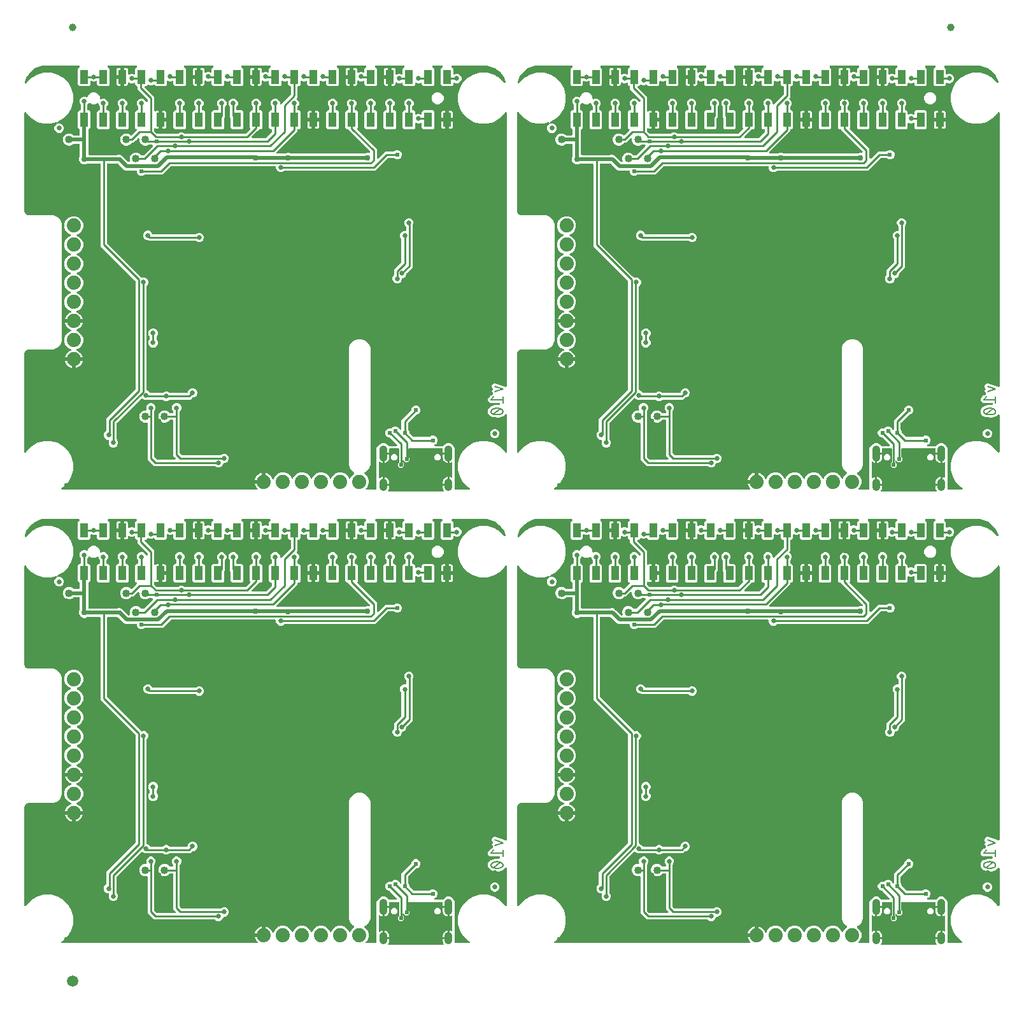
<source format=gbl>
G04 EAGLE Gerber RS-274X export*
G75*
%MOMM*%
%FSLAX34Y34*%
%LPD*%
%INBottom Copper*%
%IPPOS*%
%AMOC8*
5,1,8,0,0,1.08239X$1,22.5*%
G01*
%ADD10C,0.203200*%
%ADD11C,1.000000*%
%ADD12R,1.020000X1.870000*%
%ADD13C,0.635000*%
%ADD14C,1.879600*%
%ADD15C,1.016000*%
%ADD16C,1.000000*%
%ADD17C,1.500000*%
%ADD18C,0.558800*%
%ADD19C,0.762000*%
%ADD20C,0.508000*%
%ADD21C,0.254000*%
%ADD22C,0.604000*%

G36*
X313371Y607434D02*
X313371Y607434D01*
X313510Y607447D01*
X313529Y607454D01*
X313549Y607456D01*
X313678Y607507D01*
X313809Y607554D01*
X313826Y607566D01*
X313844Y607573D01*
X313957Y607655D01*
X314072Y607733D01*
X314085Y607748D01*
X314102Y607760D01*
X314191Y607867D01*
X314282Y607971D01*
X314292Y607989D01*
X314305Y608005D01*
X314364Y608131D01*
X314427Y608255D01*
X314431Y608274D01*
X314440Y608293D01*
X314466Y608429D01*
X314497Y608565D01*
X314496Y608585D01*
X314500Y608605D01*
X314491Y608743D01*
X314487Y608883D01*
X314481Y608902D01*
X314480Y608922D01*
X314437Y609054D01*
X314399Y609188D01*
X314388Y609206D01*
X314382Y609225D01*
X314308Y609342D01*
X314237Y609462D01*
X314218Y609483D01*
X314212Y609494D01*
X314197Y609508D01*
X314131Y609583D01*
X313394Y610320D01*
X312289Y611840D01*
X311436Y613515D01*
X310855Y615302D01*
X310815Y615558D01*
X321230Y615558D01*
X321348Y615573D01*
X321467Y615581D01*
X321505Y615593D01*
X321545Y615598D01*
X321656Y615642D01*
X321769Y615679D01*
X321803Y615700D01*
X321841Y615715D01*
X321937Y615785D01*
X322038Y615849D01*
X322066Y615878D01*
X322098Y615902D01*
X322174Y615994D01*
X322256Y616080D01*
X322275Y616116D01*
X322301Y616147D01*
X322352Y616255D01*
X322409Y616359D01*
X322420Y616398D01*
X322437Y616435D01*
X322459Y616552D01*
X322489Y616667D01*
X322493Y616727D01*
X322497Y616747D01*
X322495Y616767D01*
X322499Y616828D01*
X322499Y618098D01*
X323770Y618098D01*
X323888Y618113D01*
X324007Y618121D01*
X324045Y618133D01*
X324085Y618138D01*
X324196Y618182D01*
X324309Y618219D01*
X324344Y618240D01*
X324381Y618255D01*
X324477Y618325D01*
X324578Y618389D01*
X324606Y618418D01*
X324639Y618442D01*
X324714Y618534D01*
X324796Y618621D01*
X324816Y618656D01*
X324841Y618687D01*
X324892Y618795D01*
X324950Y618899D01*
X324960Y618938D01*
X324977Y618975D01*
X324999Y619092D01*
X325029Y619207D01*
X325033Y619267D01*
X325037Y619287D01*
X325035Y619308D01*
X325039Y619368D01*
X325039Y629783D01*
X325296Y629742D01*
X327083Y629162D01*
X328757Y628309D01*
X330278Y627204D01*
X331606Y625875D01*
X332711Y624355D01*
X333564Y622681D01*
X333715Y622216D01*
X333728Y622189D01*
X333735Y622160D01*
X333758Y622116D01*
X333760Y622108D01*
X333770Y622092D01*
X333795Y622045D01*
X333850Y621928D01*
X333869Y621905D01*
X333883Y621879D01*
X333970Y621783D01*
X334053Y621683D01*
X334077Y621665D01*
X334097Y621643D01*
X334206Y621572D01*
X334310Y621496D01*
X334338Y621485D01*
X334363Y621468D01*
X334486Y621426D01*
X334606Y621379D01*
X334636Y621375D01*
X334664Y621365D01*
X334793Y621355D01*
X334921Y621339D01*
X334951Y621342D01*
X334981Y621340D01*
X335109Y621362D01*
X335237Y621378D01*
X335265Y621389D01*
X335294Y621394D01*
X335412Y621448D01*
X335533Y621495D01*
X335557Y621513D01*
X335584Y621525D01*
X335685Y621606D01*
X335790Y621682D01*
X335809Y621705D01*
X335833Y621724D01*
X335911Y621827D01*
X335993Y621927D01*
X336006Y621954D01*
X336024Y621978D01*
X336095Y622122D01*
X337348Y625148D01*
X340850Y628649D01*
X345424Y630544D01*
X350376Y630544D01*
X354950Y628649D01*
X358452Y625148D01*
X359427Y622793D01*
X359496Y622672D01*
X359561Y622549D01*
X359575Y622534D01*
X359585Y622517D01*
X359682Y622417D01*
X359775Y622314D01*
X359792Y622303D01*
X359806Y622288D01*
X359924Y622216D01*
X360041Y622139D01*
X360060Y622133D01*
X360077Y622122D01*
X360210Y622081D01*
X360342Y622036D01*
X360362Y622034D01*
X360381Y622028D01*
X360520Y622022D01*
X360659Y622011D01*
X360679Y622014D01*
X360699Y622013D01*
X360835Y622041D01*
X360972Y622065D01*
X360991Y622073D01*
X361010Y622078D01*
X361135Y622139D01*
X361262Y622196D01*
X361278Y622208D01*
X361296Y622217D01*
X361402Y622308D01*
X361510Y622394D01*
X361523Y622410D01*
X361538Y622424D01*
X361618Y622537D01*
X361702Y622648D01*
X361714Y622674D01*
X361721Y622684D01*
X361728Y622703D01*
X361773Y622793D01*
X362748Y625148D01*
X366250Y628649D01*
X370824Y630544D01*
X375776Y630544D01*
X380350Y628649D01*
X383852Y625148D01*
X384827Y622793D01*
X384896Y622672D01*
X384961Y622549D01*
X384975Y622534D01*
X384985Y622517D01*
X385082Y622417D01*
X385175Y622314D01*
X385192Y622303D01*
X385206Y622288D01*
X385324Y622216D01*
X385441Y622139D01*
X385460Y622133D01*
X385477Y622122D01*
X385610Y622081D01*
X385742Y622036D01*
X385762Y622034D01*
X385781Y622028D01*
X385920Y622022D01*
X386059Y622011D01*
X386079Y622014D01*
X386099Y622013D01*
X386235Y622041D01*
X386372Y622065D01*
X386391Y622073D01*
X386410Y622078D01*
X386535Y622139D01*
X386662Y622196D01*
X386678Y622208D01*
X386696Y622217D01*
X386802Y622308D01*
X386910Y622394D01*
X386923Y622410D01*
X386938Y622424D01*
X387018Y622537D01*
X387102Y622648D01*
X387114Y622674D01*
X387121Y622684D01*
X387128Y622703D01*
X387173Y622793D01*
X388148Y625148D01*
X391650Y628649D01*
X396224Y630544D01*
X401176Y630544D01*
X405750Y628649D01*
X409252Y625148D01*
X410227Y622793D01*
X410296Y622672D01*
X410361Y622549D01*
X410375Y622534D01*
X410385Y622517D01*
X410482Y622417D01*
X410575Y622314D01*
X410592Y622303D01*
X410606Y622288D01*
X410724Y622216D01*
X410841Y622139D01*
X410860Y622133D01*
X410877Y622122D01*
X411010Y622081D01*
X411142Y622036D01*
X411162Y622034D01*
X411181Y622028D01*
X411320Y622022D01*
X411459Y622011D01*
X411479Y622014D01*
X411499Y622013D01*
X411635Y622041D01*
X411772Y622065D01*
X411791Y622073D01*
X411810Y622078D01*
X411935Y622139D01*
X412062Y622196D01*
X412078Y622208D01*
X412096Y622217D01*
X412202Y622308D01*
X412310Y622394D01*
X412323Y622410D01*
X412338Y622424D01*
X412418Y622537D01*
X412502Y622648D01*
X412514Y622674D01*
X412521Y622684D01*
X412528Y622703D01*
X412573Y622793D01*
X413548Y625148D01*
X417050Y628649D01*
X421624Y630544D01*
X426576Y630544D01*
X431150Y628649D01*
X434652Y625148D01*
X435627Y622793D01*
X435696Y622672D01*
X435761Y622549D01*
X435775Y622534D01*
X435785Y622517D01*
X435882Y622417D01*
X435975Y622314D01*
X435992Y622303D01*
X436006Y622288D01*
X436124Y622216D01*
X436241Y622139D01*
X436260Y622133D01*
X436277Y622122D01*
X436410Y622081D01*
X436542Y622036D01*
X436562Y622034D01*
X436581Y622028D01*
X436720Y622022D01*
X436859Y622011D01*
X436879Y622014D01*
X436899Y622013D01*
X437035Y622041D01*
X437172Y622065D01*
X437191Y622073D01*
X437210Y622078D01*
X437335Y622139D01*
X437462Y622196D01*
X437478Y622208D01*
X437496Y622217D01*
X437602Y622308D01*
X437710Y622394D01*
X437723Y622410D01*
X437738Y622424D01*
X437818Y622537D01*
X437902Y622648D01*
X437914Y622674D01*
X437921Y622684D01*
X437928Y622703D01*
X437973Y622793D01*
X438948Y625148D01*
X442575Y628775D01*
X442606Y628814D01*
X442642Y628848D01*
X442703Y628940D01*
X442770Y629026D01*
X442790Y629072D01*
X442817Y629113D01*
X442853Y629217D01*
X442896Y629318D01*
X442904Y629367D01*
X442920Y629414D01*
X442929Y629523D01*
X442946Y629632D01*
X442942Y629682D01*
X442945Y629731D01*
X442927Y629839D01*
X442916Y629949D01*
X442900Y629996D01*
X442891Y630045D01*
X442846Y630145D01*
X442809Y630248D01*
X442781Y630289D01*
X442760Y630335D01*
X442692Y630420D01*
X442630Y630511D01*
X442593Y630544D01*
X442562Y630583D01*
X442474Y630649D01*
X442392Y630722D01*
X442348Y630744D01*
X442308Y630774D01*
X442163Y630845D01*
X441889Y630959D01*
X437861Y634987D01*
X435681Y640249D01*
X435681Y795946D01*
X437861Y801209D01*
X441889Y805236D01*
X447152Y807416D01*
X452848Y807416D01*
X458111Y805236D01*
X462139Y801209D01*
X464319Y795946D01*
X464319Y640249D01*
X462139Y634987D01*
X458111Y630959D01*
X457130Y630552D01*
X457086Y630528D01*
X457040Y630511D01*
X456949Y630449D01*
X456853Y630395D01*
X456818Y630360D01*
X456776Y630332D01*
X456704Y630250D01*
X456625Y630173D01*
X456599Y630131D01*
X456566Y630094D01*
X456516Y629996D01*
X456459Y629902D01*
X456444Y629855D01*
X456421Y629811D01*
X456397Y629703D01*
X456365Y629598D01*
X456363Y629549D01*
X456352Y629500D01*
X456355Y629390D01*
X456350Y629281D01*
X456360Y629232D01*
X456361Y629182D01*
X456392Y629077D01*
X456414Y628969D01*
X456436Y628925D01*
X456450Y628877D01*
X456505Y628783D01*
X456554Y628684D01*
X456586Y628646D01*
X456611Y628603D01*
X456718Y628482D01*
X460052Y625148D01*
X461947Y620573D01*
X461947Y615622D01*
X460052Y611047D01*
X458588Y609583D01*
X458503Y609473D01*
X458414Y609366D01*
X458405Y609348D01*
X458393Y609332D01*
X458337Y609204D01*
X458278Y609078D01*
X458275Y609059D01*
X458267Y609040D01*
X458245Y608902D01*
X458219Y608766D01*
X458220Y608746D01*
X458217Y608726D01*
X458230Y608587D01*
X458238Y608449D01*
X458245Y608429D01*
X458246Y608409D01*
X458294Y608278D01*
X458336Y608146D01*
X458347Y608129D01*
X458354Y608110D01*
X458432Y607995D01*
X458507Y607877D01*
X458521Y607864D01*
X458533Y607847D01*
X458637Y607755D01*
X458738Y607660D01*
X458756Y607650D01*
X458771Y607636D01*
X458895Y607573D01*
X459017Y607506D01*
X459036Y607501D01*
X459054Y607492D01*
X459190Y607461D01*
X459325Y607427D01*
X459353Y607425D01*
X459365Y607422D01*
X459385Y607423D01*
X459485Y607416D01*
X471397Y607416D01*
X471515Y607431D01*
X471634Y607439D01*
X471672Y607451D01*
X471713Y607456D01*
X471823Y607500D01*
X471936Y607537D01*
X471971Y607558D01*
X472008Y607573D01*
X472104Y607643D01*
X472205Y607707D01*
X472233Y607736D01*
X472266Y607760D01*
X472342Y607852D01*
X472423Y607938D01*
X472443Y607974D01*
X472468Y608005D01*
X472519Y608113D01*
X472577Y608217D01*
X472587Y608256D01*
X472604Y608293D01*
X472626Y608410D01*
X472656Y608525D01*
X472660Y608585D01*
X472664Y608605D01*
X472662Y608625D01*
X472666Y608686D01*
X472666Y663057D01*
X474495Y664886D01*
X474500Y664893D01*
X474508Y664899D01*
X474597Y665018D01*
X474690Y665137D01*
X474693Y665146D01*
X474699Y665153D01*
X474770Y665298D01*
X474977Y665797D01*
X477241Y668061D01*
X480199Y669286D01*
X483401Y669286D01*
X486359Y668061D01*
X488697Y665724D01*
X488697Y665723D01*
X488718Y665702D01*
X488734Y665676D01*
X488828Y665587D01*
X488918Y665494D01*
X488944Y665479D01*
X488965Y665459D01*
X489079Y665396D01*
X489189Y665328D01*
X489218Y665319D01*
X489244Y665305D01*
X489369Y665273D01*
X489493Y665234D01*
X489523Y665233D01*
X489552Y665226D01*
X489712Y665215D01*
X498710Y665215D01*
X498848Y665233D01*
X498987Y665246D01*
X499006Y665253D01*
X499026Y665255D01*
X499155Y665306D01*
X499286Y665353D01*
X499303Y665365D01*
X499322Y665372D01*
X499434Y665454D01*
X499549Y665532D01*
X499563Y665547D01*
X499579Y665559D01*
X499668Y665666D01*
X499760Y665770D01*
X499769Y665788D01*
X499782Y665804D01*
X499841Y665930D01*
X499904Y666054D01*
X499909Y666073D01*
X499917Y666092D01*
X499943Y666228D01*
X499974Y666364D01*
X499973Y666384D01*
X499977Y666404D01*
X499968Y666542D01*
X499964Y666682D01*
X499959Y666701D01*
X499957Y666721D01*
X499915Y666854D01*
X499876Y666987D01*
X499866Y667005D01*
X499859Y667024D01*
X499785Y667142D01*
X499714Y667261D01*
X499696Y667282D01*
X499689Y667293D01*
X499674Y667307D01*
X499608Y667382D01*
X490333Y676657D01*
X490255Y676718D01*
X490182Y676786D01*
X490129Y676815D01*
X490082Y676852D01*
X489991Y676891D01*
X489904Y676939D01*
X489845Y676954D01*
X489790Y676978D01*
X489692Y676994D01*
X489596Y677019D01*
X489496Y677025D01*
X489476Y677028D01*
X489463Y677027D01*
X489435Y677029D01*
X488793Y677029D01*
X486562Y677953D01*
X484855Y679660D01*
X483931Y681890D01*
X483931Y684305D01*
X484855Y686535D01*
X486562Y688242D01*
X488793Y689166D01*
X491207Y689166D01*
X491328Y689116D01*
X491357Y689108D01*
X491383Y689095D01*
X491509Y689067D01*
X491635Y689032D01*
X491664Y689032D01*
X491693Y689025D01*
X491823Y689029D01*
X491953Y689027D01*
X491981Y689034D01*
X492011Y689035D01*
X492136Y689071D01*
X492262Y689101D01*
X492288Y689115D01*
X492317Y689123D01*
X492428Y689189D01*
X492543Y689250D01*
X492565Y689270D01*
X492590Y689285D01*
X492711Y689391D01*
X494062Y690742D01*
X496293Y691666D01*
X498707Y691666D01*
X500938Y690742D01*
X502645Y689035D01*
X503239Y687600D01*
X503274Y687539D01*
X503300Y687474D01*
X503352Y687402D01*
X503397Y687324D01*
X503445Y687273D01*
X503486Y687217D01*
X503556Y687160D01*
X503618Y687095D01*
X503678Y687059D01*
X503731Y687014D01*
X503813Y686976D01*
X503889Y686929D01*
X503956Y686908D01*
X504019Y686879D01*
X504107Y686862D01*
X504193Y686835D01*
X504263Y686832D01*
X504332Y686819D01*
X504421Y686824D01*
X504511Y686820D01*
X504579Y686834D01*
X504649Y686839D01*
X504734Y686866D01*
X504822Y686884D01*
X504885Y686915D01*
X504951Y686937D01*
X505027Y686985D01*
X505108Y687024D01*
X505161Y687069D01*
X505220Y687107D01*
X505282Y687172D01*
X505350Y687231D01*
X505390Y687288D01*
X505438Y687338D01*
X505481Y687417D01*
X505533Y687491D01*
X505558Y687556D01*
X505592Y687617D01*
X505614Y687704D01*
X505646Y687788D01*
X505654Y687857D01*
X505671Y687925D01*
X505681Y688086D01*
X505681Y699846D01*
X518600Y712765D01*
X518660Y712843D01*
X518728Y712915D01*
X518757Y712968D01*
X518794Y713016D01*
X518834Y713107D01*
X518882Y713194D01*
X518897Y713252D01*
X518921Y713308D01*
X518936Y713406D01*
X518961Y713502D01*
X518967Y713602D01*
X518971Y713622D01*
X518969Y713634D01*
X518971Y713662D01*
X518971Y714305D01*
X519895Y716535D01*
X521602Y718242D01*
X523833Y719166D01*
X526247Y719166D01*
X528478Y718242D01*
X530185Y716535D01*
X531109Y714305D01*
X531109Y711890D01*
X530185Y709660D01*
X528478Y707953D01*
X526247Y707029D01*
X525605Y707029D01*
X525506Y707016D01*
X525407Y707013D01*
X525349Y706997D01*
X525289Y706989D01*
X525197Y706953D01*
X525102Y706925D01*
X525050Y706894D01*
X524993Y706872D01*
X524913Y706814D01*
X524828Y706764D01*
X524753Y706697D01*
X524736Y706685D01*
X524728Y706676D01*
X524707Y706657D01*
X514690Y696640D01*
X514630Y696562D01*
X514562Y696490D01*
X514533Y696437D01*
X514496Y696389D01*
X514456Y696298D01*
X514408Y696212D01*
X514393Y696153D01*
X514369Y696097D01*
X514354Y695999D01*
X514329Y695904D01*
X514323Y695804D01*
X514319Y695783D01*
X514321Y695771D01*
X514319Y695743D01*
X514319Y687887D01*
X514331Y687789D01*
X514334Y687690D01*
X514351Y687632D01*
X514359Y687572D01*
X514395Y687479D01*
X514423Y687384D01*
X514453Y687332D01*
X514476Y687276D01*
X514534Y687196D01*
X514584Y687110D01*
X514650Y687035D01*
X514662Y687019D01*
X514672Y687011D01*
X514690Y686990D01*
X515145Y686535D01*
X516069Y684305D01*
X516069Y683662D01*
X516081Y683564D01*
X516084Y683465D01*
X516101Y683407D01*
X516109Y683347D01*
X516145Y683255D01*
X516173Y683160D01*
X516203Y683107D01*
X516226Y683051D01*
X516284Y682971D01*
X516334Y682886D01*
X516400Y682810D01*
X516412Y682794D01*
X516422Y682786D01*
X516440Y682765D01*
X521417Y677788D01*
X521495Y677727D01*
X521568Y677660D01*
X521621Y677630D01*
X521668Y677593D01*
X521759Y677554D01*
X521846Y677506D01*
X521905Y677491D01*
X521960Y677467D01*
X522058Y677451D01*
X522154Y677427D01*
X522254Y677420D01*
X522274Y677417D01*
X522287Y677418D01*
X522315Y677416D01*
X542710Y677416D01*
X542809Y677429D01*
X542908Y677432D01*
X542966Y677449D01*
X543026Y677456D01*
X543118Y677493D01*
X543213Y677520D01*
X543265Y677551D01*
X543322Y677573D01*
X543402Y677631D01*
X543487Y677682D01*
X543563Y677748D01*
X543579Y677760D01*
X543587Y677769D01*
X543608Y677788D01*
X544062Y678242D01*
X546293Y679166D01*
X548707Y679166D01*
X550938Y678242D01*
X552645Y676535D01*
X553569Y674305D01*
X553569Y671890D01*
X552645Y669660D01*
X550938Y667953D01*
X550224Y667657D01*
X550163Y667623D01*
X550099Y667597D01*
X550026Y667544D01*
X549948Y667500D01*
X549898Y667451D01*
X549841Y667410D01*
X549784Y667341D01*
X549719Y667278D01*
X549683Y667219D01*
X549638Y667165D01*
X549600Y667084D01*
X549553Y667007D01*
X549533Y666940D01*
X549503Y666877D01*
X549486Y666789D01*
X549460Y666703D01*
X549456Y666634D01*
X549443Y666565D01*
X549449Y666476D01*
X549444Y666386D01*
X549459Y666317D01*
X549463Y666248D01*
X549491Y666162D01*
X549509Y666074D01*
X549539Y666012D01*
X549561Y665945D01*
X549609Y665869D01*
X549648Y665789D01*
X549694Y665735D01*
X549731Y665676D01*
X549796Y665615D01*
X549855Y665547D01*
X549912Y665506D01*
X549963Y665459D01*
X550041Y665415D01*
X550115Y665363D01*
X550180Y665339D01*
X550241Y665305D01*
X550328Y665283D01*
X550412Y665251D01*
X550482Y665243D01*
X550549Y665226D01*
X550710Y665215D01*
X560288Y665215D01*
X560317Y665219D01*
X560347Y665217D01*
X560474Y665239D01*
X560603Y665255D01*
X560631Y665266D01*
X560660Y665271D01*
X560778Y665324D01*
X560899Y665372D01*
X560923Y665390D01*
X560950Y665402D01*
X561051Y665483D01*
X561156Y665559D01*
X561175Y665582D01*
X561198Y665600D01*
X561253Y665674D01*
X563641Y668061D01*
X566599Y669286D01*
X569801Y669286D01*
X572759Y668061D01*
X575023Y665797D01*
X575961Y663533D01*
X575966Y663524D01*
X575969Y663516D01*
X576045Y663386D01*
X576119Y663256D01*
X576125Y663250D01*
X576130Y663242D01*
X576236Y663121D01*
X576300Y663057D01*
X576300Y608686D01*
X576315Y608567D01*
X576322Y608449D01*
X576335Y608410D01*
X576340Y608370D01*
X576383Y608259D01*
X576420Y608146D01*
X576442Y608112D01*
X576457Y608074D01*
X576526Y607978D01*
X576590Y607877D01*
X576620Y607850D01*
X576643Y607817D01*
X576735Y607741D01*
X576822Y607660D01*
X576857Y607640D01*
X576888Y607614D01*
X576996Y607563D01*
X577100Y607506D01*
X577140Y607496D01*
X577176Y607479D01*
X577293Y607456D01*
X577408Y607427D01*
X577468Y607423D01*
X577488Y607419D01*
X577509Y607420D01*
X577569Y607416D01*
X595307Y607416D01*
X595451Y607435D01*
X595597Y607450D01*
X595609Y607454D01*
X595623Y607456D01*
X595758Y607510D01*
X595895Y607561D01*
X595906Y607568D01*
X595918Y607573D01*
X596036Y607659D01*
X596156Y607742D01*
X596165Y607752D01*
X596176Y607760D01*
X596269Y607873D01*
X596364Y607983D01*
X596370Y607995D01*
X596379Y608005D01*
X596441Y608137D01*
X596506Y608267D01*
X596508Y608281D01*
X596514Y608293D01*
X596541Y608435D01*
X596572Y608578D01*
X596571Y608592D01*
X596574Y608605D01*
X596565Y608750D01*
X596559Y608896D01*
X596555Y608909D01*
X596554Y608922D01*
X596510Y609060D01*
X596467Y609201D01*
X596460Y609212D01*
X596456Y609225D01*
X596378Y609348D01*
X596303Y609473D01*
X596293Y609482D01*
X596286Y609494D01*
X596180Y609594D01*
X596076Y609696D01*
X596061Y609706D01*
X596054Y609712D01*
X596039Y609720D01*
X595942Y609785D01*
X594094Y610852D01*
X587754Y617191D01*
X583272Y624955D01*
X580951Y633615D01*
X580951Y642580D01*
X583272Y651240D01*
X587754Y659004D01*
X594094Y665343D01*
X601858Y669826D01*
X610517Y672146D01*
X619483Y672146D01*
X628142Y669826D01*
X635906Y665343D01*
X642246Y659004D01*
X643313Y657156D01*
X643401Y657040D01*
X643486Y656922D01*
X643497Y656913D01*
X643505Y656902D01*
X643619Y656812D01*
X643731Y656719D01*
X643744Y656713D01*
X643754Y656705D01*
X643888Y656645D01*
X644019Y656584D01*
X644032Y656581D01*
X644045Y656575D01*
X644189Y656551D01*
X644332Y656524D01*
X644345Y656525D01*
X644358Y656522D01*
X644504Y656534D01*
X644649Y656543D01*
X644662Y656548D01*
X644675Y656549D01*
X644813Y656597D01*
X644951Y656642D01*
X644963Y656649D01*
X644976Y656653D01*
X645097Y656734D01*
X645220Y656812D01*
X645229Y656822D01*
X645241Y656829D01*
X645338Y656937D01*
X645438Y657043D01*
X645445Y657055D01*
X645454Y657065D01*
X645521Y657194D01*
X645592Y657322D01*
X645595Y657335D01*
X645601Y657347D01*
X645635Y657489D01*
X645671Y657630D01*
X645672Y657648D01*
X645674Y657656D01*
X645674Y657674D01*
X645681Y657790D01*
X645681Y706638D01*
X645671Y706722D01*
X645670Y706806D01*
X645651Y706879D01*
X645641Y706953D01*
X645610Y707032D01*
X645589Y707114D01*
X645552Y707179D01*
X645524Y707249D01*
X645475Y707317D01*
X645433Y707391D01*
X645382Y707446D01*
X645338Y707506D01*
X645272Y707560D01*
X645214Y707622D01*
X645150Y707661D01*
X645093Y707709D01*
X645016Y707745D01*
X644944Y707790D01*
X644873Y707813D01*
X644805Y707845D01*
X644722Y707860D01*
X644641Y707886D01*
X644566Y707890D01*
X644493Y707904D01*
X644408Y707899D01*
X644323Y707904D01*
X644250Y707889D01*
X644175Y707885D01*
X644095Y707858D01*
X644011Y707842D01*
X643944Y707810D01*
X643873Y707787D01*
X643801Y707741D01*
X643725Y707705D01*
X643667Y707656D01*
X643604Y707616D01*
X643546Y707555D01*
X643481Y707500D01*
X643393Y707392D01*
X643386Y707385D01*
X643384Y707381D01*
X643379Y707375D01*
X641879Y705274D01*
X639981Y704624D01*
X639976Y704622D01*
X639973Y704620D01*
X639832Y704563D01*
X638383Y703856D01*
X634621Y702988D01*
X634608Y702984D01*
X630715Y702984D01*
X630699Y702988D01*
X626937Y703856D01*
X626797Y703924D01*
X626668Y703968D01*
X626540Y704017D01*
X626509Y704023D01*
X626496Y704027D01*
X626475Y704028D01*
X626381Y704045D01*
X626163Y704069D01*
X626126Y704115D01*
X626097Y704144D01*
X626073Y704178D01*
X625983Y704255D01*
X625898Y704337D01*
X625863Y704357D01*
X625831Y704384D01*
X625691Y704463D01*
X625488Y704563D01*
X625484Y704564D01*
X625344Y704622D01*
X623441Y705274D01*
X620721Y709083D01*
X620721Y713763D01*
X623441Y717571D01*
X625343Y718223D01*
X625347Y718225D01*
X625488Y718283D01*
X626937Y718989D01*
X630699Y719857D01*
X630712Y719862D01*
X634605Y719862D01*
X634621Y719857D01*
X634915Y719789D01*
X635018Y719779D01*
X635120Y719760D01*
X635175Y719763D01*
X635231Y719757D01*
X635334Y719773D01*
X635437Y719779D01*
X635490Y719796D01*
X635545Y719805D01*
X635641Y719845D01*
X635739Y719877D01*
X635787Y719907D01*
X635838Y719929D01*
X635921Y719992D01*
X636008Y720047D01*
X636047Y720088D01*
X636091Y720122D01*
X636155Y720204D01*
X636226Y720279D01*
X636253Y720328D01*
X636288Y720372D01*
X636330Y720467D01*
X636380Y720558D01*
X636394Y720612D01*
X636416Y720663D01*
X636433Y720765D01*
X636459Y720866D01*
X636465Y720955D01*
X636468Y720977D01*
X636467Y720991D01*
X636469Y721026D01*
X636469Y721720D01*
X636454Y721838D01*
X636447Y721957D01*
X636434Y721995D01*
X636429Y722035D01*
X636386Y722146D01*
X636349Y722259D01*
X636327Y722294D01*
X636312Y722331D01*
X636243Y722427D01*
X636179Y722528D01*
X636149Y722556D01*
X636126Y722589D01*
X636034Y722664D01*
X635947Y722746D01*
X635912Y722766D01*
X635881Y722791D01*
X635773Y722842D01*
X635669Y722900D01*
X635629Y722910D01*
X635593Y722927D01*
X635476Y722949D01*
X635361Y722979D01*
X635301Y722983D01*
X635281Y722987D01*
X635260Y722985D01*
X635200Y722989D01*
X625082Y722989D01*
X625067Y722987D01*
X624941Y722981D01*
X623523Y722824D01*
X623437Y722877D01*
X623409Y722886D01*
X623384Y722900D01*
X623257Y722932D01*
X623133Y722970D01*
X623121Y722971D01*
X622121Y723971D01*
X622109Y723980D01*
X622016Y724064D01*
X620902Y724956D01*
X620878Y725055D01*
X620865Y725080D01*
X620857Y725108D01*
X620790Y725220D01*
X620729Y725336D01*
X620721Y725344D01*
X620721Y726758D01*
X620719Y726773D01*
X620714Y726899D01*
X620556Y728317D01*
X620609Y728403D01*
X620618Y728431D01*
X620632Y728456D01*
X620664Y728582D01*
X620702Y728707D01*
X620703Y728719D01*
X621703Y729719D01*
X621712Y729731D01*
X621796Y729824D01*
X625991Y735067D01*
X626030Y735130D01*
X626076Y735187D01*
X626113Y735265D01*
X626157Y735339D01*
X626179Y735409D01*
X626210Y735476D01*
X626225Y735560D01*
X626251Y735643D01*
X626254Y735716D01*
X626267Y735789D01*
X626262Y735874D01*
X626266Y735960D01*
X626251Y736033D01*
X626246Y736106D01*
X626204Y736262D01*
X625647Y737934D01*
X626957Y740554D01*
X626967Y740583D01*
X626982Y740608D01*
X627019Y740732D01*
X627062Y740854D01*
X627065Y740884D01*
X627073Y740913D01*
X627079Y741042D01*
X627090Y741171D01*
X627085Y741201D01*
X627086Y741230D01*
X627059Y741357D01*
X627038Y741485D01*
X627026Y741512D01*
X627020Y741541D01*
X626957Y741690D01*
X625647Y744310D01*
X626712Y747504D01*
X629723Y749010D01*
X640133Y745540D01*
X640141Y745539D01*
X640150Y745535D01*
X640297Y745508D01*
X640445Y745478D01*
X640454Y745479D01*
X640462Y745477D01*
X640611Y745488D01*
X640762Y745496D01*
X640771Y745499D01*
X640780Y745499D01*
X640838Y745515D01*
X642013Y744927D01*
X642022Y744924D01*
X642030Y744919D01*
X642179Y744858D01*
X643491Y744421D01*
X643590Y744339D01*
X643690Y744249D01*
X643712Y744238D01*
X643731Y744222D01*
X643853Y744165D01*
X643972Y744102D01*
X643997Y744097D01*
X644019Y744086D01*
X644151Y744061D01*
X644282Y744031D01*
X644307Y744031D01*
X644332Y744026D01*
X644466Y744035D01*
X644600Y744038D01*
X644624Y744045D01*
X644649Y744046D01*
X644777Y744088D01*
X644906Y744124D01*
X644928Y744137D01*
X644951Y744144D01*
X645065Y744216D01*
X645181Y744284D01*
X645199Y744301D01*
X645220Y744314D01*
X645313Y744413D01*
X645408Y744507D01*
X645421Y744528D01*
X645438Y744546D01*
X645503Y744664D01*
X645572Y744779D01*
X645580Y744803D01*
X645592Y744824D01*
X645625Y744954D01*
X645664Y745084D01*
X645665Y745108D01*
X645671Y745132D01*
X645681Y745293D01*
X645681Y1108405D01*
X645663Y1108549D01*
X645648Y1108694D01*
X645643Y1108707D01*
X645641Y1108720D01*
X645588Y1108855D01*
X645537Y1108992D01*
X645529Y1109003D01*
X645524Y1109016D01*
X645439Y1109134D01*
X645356Y1109254D01*
X645345Y1109262D01*
X645338Y1109273D01*
X645226Y1109366D01*
X645115Y1109462D01*
X645103Y1109468D01*
X645093Y1109476D01*
X644961Y1109538D01*
X644830Y1109603D01*
X644817Y1109606D01*
X644805Y1109612D01*
X644662Y1109639D01*
X644519Y1109669D01*
X644506Y1109669D01*
X644493Y1109671D01*
X644348Y1109662D01*
X644202Y1109656D01*
X644188Y1109653D01*
X644175Y1109652D01*
X644037Y1109607D01*
X643897Y1109565D01*
X643885Y1109558D01*
X643873Y1109554D01*
X643750Y1109476D01*
X643625Y1109400D01*
X643615Y1109391D01*
X643604Y1109384D01*
X643504Y1109277D01*
X643402Y1109173D01*
X643392Y1109158D01*
X643386Y1109152D01*
X643378Y1109137D01*
X643313Y1109039D01*
X642246Y1107191D01*
X635906Y1100852D01*
X628142Y1096369D01*
X619483Y1094049D01*
X610517Y1094049D01*
X601858Y1096369D01*
X594094Y1100852D01*
X587754Y1107191D01*
X583272Y1114955D01*
X580951Y1123615D01*
X580951Y1132580D01*
X583272Y1141240D01*
X587754Y1149004D01*
X594094Y1155343D01*
X601858Y1159826D01*
X610517Y1162146D01*
X619483Y1162146D01*
X628142Y1159826D01*
X635906Y1155343D01*
X642338Y1148912D01*
X642366Y1148875D01*
X642440Y1148816D01*
X642508Y1148750D01*
X642564Y1148717D01*
X642615Y1148677D01*
X642701Y1148639D01*
X642784Y1148591D01*
X642846Y1148574D01*
X642905Y1148548D01*
X642999Y1148532D01*
X643090Y1148506D01*
X643155Y1148505D01*
X643219Y1148494D01*
X643313Y1148502D01*
X643408Y1148500D01*
X643471Y1148515D01*
X643535Y1148520D01*
X643625Y1148551D01*
X643718Y1148573D01*
X643775Y1148603D01*
X643836Y1148624D01*
X643915Y1148677D01*
X644000Y1148721D01*
X644047Y1148764D01*
X644101Y1148800D01*
X644165Y1148870D01*
X644236Y1148934D01*
X644271Y1148988D01*
X644314Y1149036D01*
X644359Y1149120D01*
X644411Y1149199D01*
X644432Y1149260D01*
X644462Y1149317D01*
X644484Y1149410D01*
X644515Y1149500D01*
X644521Y1149564D01*
X644536Y1149627D01*
X644534Y1149722D01*
X644542Y1149817D01*
X644530Y1149926D01*
X644530Y1149945D01*
X644527Y1149954D01*
X644525Y1149977D01*
X644507Y1150080D01*
X644482Y1150162D01*
X644467Y1150246D01*
X644417Y1150374D01*
X644414Y1150384D01*
X644412Y1150388D01*
X644409Y1150396D01*
X641241Y1157273D01*
X641196Y1157346D01*
X641159Y1157423D01*
X641079Y1157534D01*
X641073Y1157543D01*
X641069Y1157546D01*
X641064Y1157553D01*
X636224Y1163376D01*
X636162Y1163434D01*
X636107Y1163500D01*
X636000Y1163586D01*
X635992Y1163593D01*
X635988Y1163595D01*
X635981Y1163601D01*
X629799Y1167972D01*
X629724Y1168013D01*
X629653Y1168061D01*
X629528Y1168117D01*
X629519Y1168122D01*
X629515Y1168123D01*
X629506Y1168127D01*
X622404Y1170749D01*
X622361Y1170759D01*
X622320Y1170777D01*
X622163Y1170812D01*
X618565Y1171383D01*
X618545Y1171384D01*
X618526Y1171389D01*
X618366Y1171399D01*
X573280Y1171399D01*
X573142Y1171382D01*
X573003Y1171368D01*
X572984Y1171362D01*
X572964Y1171359D01*
X572835Y1171308D01*
X572704Y1171261D01*
X572687Y1171249D01*
X572668Y1171242D01*
X572556Y1171160D01*
X572441Y1171082D01*
X572427Y1171067D01*
X572411Y1171055D01*
X572322Y1170948D01*
X572230Y1170844D01*
X572221Y1170826D01*
X572208Y1170810D01*
X572149Y1170684D01*
X572086Y1170561D01*
X572081Y1170541D01*
X572073Y1170522D01*
X572047Y1170386D01*
X572016Y1170250D01*
X572017Y1170230D01*
X572013Y1170210D01*
X572021Y1170072D01*
X572026Y1169932D01*
X572031Y1169913D01*
X572033Y1169893D01*
X572075Y1169761D01*
X572114Y1169627D01*
X572124Y1169609D01*
X572131Y1169590D01*
X572205Y1169472D01*
X572276Y1169353D01*
X572294Y1169332D01*
X572301Y1169321D01*
X572316Y1169307D01*
X572382Y1169232D01*
X574469Y1167145D01*
X574469Y1160987D01*
X574475Y1160938D01*
X574473Y1160888D01*
X574495Y1160781D01*
X574509Y1160672D01*
X574527Y1160625D01*
X574537Y1160577D01*
X574585Y1160478D01*
X574626Y1160376D01*
X574655Y1160336D01*
X574677Y1160291D01*
X574748Y1160208D01*
X574812Y1160118D01*
X574851Y1160087D01*
X574883Y1160049D01*
X574973Y1159986D01*
X575057Y1159916D01*
X575102Y1159894D01*
X575143Y1159866D01*
X575246Y1159827D01*
X575345Y1159780D01*
X575394Y1159771D01*
X575440Y1159753D01*
X575550Y1159741D01*
X575657Y1159720D01*
X575707Y1159723D01*
X575756Y1159718D01*
X575865Y1159733D01*
X575975Y1159740D01*
X576022Y1159755D01*
X576071Y1159762D01*
X576224Y1159814D01*
X577882Y1160501D01*
X580358Y1160501D01*
X582645Y1159554D01*
X584396Y1157803D01*
X585344Y1155516D01*
X585344Y1153040D01*
X584396Y1150752D01*
X582645Y1149001D01*
X580358Y1148054D01*
X577882Y1148054D01*
X576224Y1148741D01*
X576176Y1148754D01*
X576131Y1148775D01*
X576023Y1148796D01*
X575917Y1148825D01*
X575867Y1148825D01*
X575818Y1148835D01*
X575709Y1148828D01*
X575599Y1148830D01*
X575551Y1148818D01*
X575501Y1148815D01*
X575397Y1148781D01*
X575290Y1148756D01*
X575246Y1148732D01*
X575199Y1148717D01*
X575106Y1148658D01*
X575009Y1148607D01*
X574972Y1148573D01*
X574930Y1148547D01*
X574855Y1148467D01*
X574773Y1148393D01*
X574746Y1148351D01*
X574712Y1148315D01*
X574659Y1148219D01*
X574599Y1148127D01*
X574582Y1148080D01*
X574558Y1148037D01*
X574531Y1147930D01*
X574495Y1147826D01*
X574491Y1147777D01*
X574479Y1147729D01*
X574469Y1147568D01*
X574469Y1145920D01*
X572683Y1144134D01*
X559957Y1144134D01*
X558171Y1145920D01*
X558171Y1167145D01*
X560258Y1169232D01*
X560343Y1169342D01*
X560432Y1169449D01*
X560440Y1169467D01*
X560453Y1169483D01*
X560508Y1169611D01*
X560567Y1169737D01*
X560571Y1169757D01*
X560579Y1169775D01*
X560601Y1169913D01*
X560627Y1170049D01*
X560626Y1170069D01*
X560629Y1170089D01*
X560616Y1170228D01*
X560607Y1170367D01*
X560601Y1170386D01*
X560599Y1170406D01*
X560552Y1170537D01*
X560509Y1170669D01*
X560499Y1170686D01*
X560492Y1170705D01*
X560414Y1170820D01*
X560339Y1170938D01*
X560324Y1170952D01*
X560313Y1170968D01*
X560209Y1171060D01*
X560108Y1171156D01*
X560090Y1171165D01*
X560075Y1171179D01*
X559951Y1171242D01*
X559829Y1171309D01*
X559810Y1171314D01*
X559791Y1171323D01*
X559656Y1171354D01*
X559521Y1171389D01*
X559493Y1171390D01*
X559481Y1171393D01*
X559461Y1171392D01*
X559360Y1171399D01*
X547880Y1171399D01*
X547742Y1171382D01*
X547603Y1171368D01*
X547584Y1171362D01*
X547564Y1171359D01*
X547435Y1171308D01*
X547304Y1171261D01*
X547287Y1171249D01*
X547268Y1171242D01*
X547156Y1171160D01*
X547041Y1171082D01*
X547027Y1171067D01*
X547011Y1171055D01*
X546922Y1170948D01*
X546830Y1170844D01*
X546821Y1170826D01*
X546808Y1170810D01*
X546749Y1170684D01*
X546686Y1170561D01*
X546681Y1170541D01*
X546673Y1170522D01*
X546647Y1170386D01*
X546616Y1170250D01*
X546617Y1170230D01*
X546613Y1170210D01*
X546621Y1170072D01*
X546626Y1169932D01*
X546631Y1169913D01*
X546633Y1169893D01*
X546675Y1169761D01*
X546714Y1169627D01*
X546724Y1169609D01*
X546731Y1169590D01*
X546805Y1169472D01*
X546876Y1169353D01*
X546894Y1169332D01*
X546901Y1169321D01*
X546916Y1169307D01*
X546982Y1169232D01*
X549069Y1167145D01*
X549069Y1145920D01*
X547283Y1144134D01*
X534557Y1144134D01*
X532771Y1145920D01*
X532771Y1147485D01*
X532765Y1147535D01*
X532767Y1147584D01*
X532745Y1147692D01*
X532731Y1147801D01*
X532713Y1147847D01*
X532703Y1147896D01*
X532655Y1147994D01*
X532614Y1148097D01*
X532585Y1148137D01*
X532563Y1148181D01*
X532492Y1148265D01*
X532428Y1148354D01*
X532389Y1148386D01*
X532357Y1148423D01*
X532267Y1148487D01*
X532183Y1148557D01*
X532138Y1148578D01*
X532097Y1148606D01*
X531994Y1148645D01*
X531895Y1148692D01*
X531846Y1148702D01*
X531800Y1148719D01*
X531690Y1148731D01*
X531583Y1148752D01*
X531533Y1148749D01*
X531484Y1148754D01*
X531375Y1148739D01*
X531265Y1148732D01*
X531218Y1148717D01*
X531169Y1148710D01*
X531016Y1148658D01*
X529558Y1148054D01*
X527082Y1148054D01*
X525424Y1148741D01*
X525376Y1148754D01*
X525331Y1148775D01*
X525223Y1148796D01*
X525117Y1148825D01*
X525067Y1148825D01*
X525018Y1148835D01*
X524909Y1148828D01*
X524799Y1148830D01*
X524751Y1148818D01*
X524701Y1148815D01*
X524597Y1148781D01*
X524490Y1148756D01*
X524446Y1148732D01*
X524399Y1148717D01*
X524306Y1148658D01*
X524209Y1148607D01*
X524172Y1148573D01*
X524130Y1148547D01*
X524055Y1148467D01*
X523973Y1148393D01*
X523946Y1148351D01*
X523912Y1148315D01*
X523859Y1148219D01*
X523799Y1148127D01*
X523782Y1148080D01*
X523758Y1148037D01*
X523731Y1147930D01*
X523695Y1147826D01*
X523691Y1147777D01*
X523679Y1147729D01*
X523669Y1147568D01*
X523669Y1145920D01*
X521883Y1144134D01*
X509157Y1144134D01*
X507371Y1145920D01*
X507371Y1147485D01*
X507365Y1147535D01*
X507367Y1147584D01*
X507345Y1147692D01*
X507331Y1147801D01*
X507313Y1147847D01*
X507303Y1147896D01*
X507255Y1147994D01*
X507214Y1148097D01*
X507185Y1148137D01*
X507163Y1148181D01*
X507092Y1148265D01*
X507028Y1148354D01*
X506989Y1148386D01*
X506957Y1148423D01*
X506867Y1148487D01*
X506783Y1148557D01*
X506738Y1148578D01*
X506697Y1148606D01*
X506594Y1148645D01*
X506495Y1148692D01*
X506446Y1148702D01*
X506400Y1148719D01*
X506290Y1148731D01*
X506183Y1148752D01*
X506133Y1148749D01*
X506084Y1148754D01*
X505975Y1148739D01*
X505865Y1148732D01*
X505818Y1148717D01*
X505769Y1148710D01*
X505616Y1148658D01*
X504158Y1148054D01*
X501682Y1148054D01*
X499516Y1148951D01*
X499468Y1148964D01*
X499423Y1148985D01*
X499315Y1149006D01*
X499209Y1149035D01*
X499159Y1149036D01*
X499110Y1149045D01*
X499001Y1149038D01*
X498891Y1149040D01*
X498843Y1149029D01*
X498793Y1149026D01*
X498689Y1148992D01*
X498582Y1148966D01*
X498538Y1148943D01*
X498491Y1148927D01*
X498398Y1148869D01*
X498301Y1148817D01*
X498264Y1148784D01*
X498222Y1148757D01*
X498147Y1148677D01*
X498065Y1148603D01*
X498038Y1148562D01*
X498004Y1148526D01*
X497951Y1148430D01*
X497891Y1148338D01*
X497874Y1148291D01*
X497850Y1148247D01*
X497823Y1148141D01*
X497787Y1148037D01*
X497783Y1147987D01*
X497771Y1147939D01*
X497761Y1147779D01*
X497761Y1146848D01*
X497588Y1146202D01*
X497253Y1145623D01*
X496780Y1145149D01*
X496201Y1144815D01*
X495554Y1144642D01*
X492659Y1144642D01*
X492659Y1155262D01*
X492644Y1155381D01*
X492637Y1155499D01*
X492624Y1155538D01*
X492619Y1155578D01*
X492575Y1155689D01*
X492539Y1155802D01*
X492517Y1155836D01*
X492502Y1155874D01*
X492432Y1155970D01*
X492369Y1156071D01*
X492339Y1156098D01*
X492315Y1156131D01*
X492224Y1156207D01*
X492137Y1156289D01*
X492102Y1156308D01*
X492070Y1156334D01*
X491963Y1156385D01*
X491859Y1156442D01*
X491819Y1156452D01*
X491783Y1156469D01*
X491666Y1156492D01*
X491551Y1156522D01*
X491490Y1156525D01*
X491470Y1156529D01*
X491450Y1156528D01*
X491390Y1156532D01*
X490119Y1156532D01*
X490119Y1156533D01*
X491390Y1156533D01*
X491508Y1156548D01*
X491627Y1156556D01*
X491665Y1156568D01*
X491705Y1156573D01*
X491816Y1156617D01*
X491929Y1156654D01*
X491964Y1156675D01*
X492001Y1156690D01*
X492097Y1156760D01*
X492198Y1156824D01*
X492226Y1156853D01*
X492258Y1156877D01*
X492334Y1156969D01*
X492416Y1157056D01*
X492435Y1157091D01*
X492461Y1157122D01*
X492512Y1157230D01*
X492569Y1157334D01*
X492580Y1157373D01*
X492597Y1157410D01*
X492619Y1157527D01*
X492649Y1157642D01*
X492653Y1157702D01*
X492657Y1157722D01*
X492655Y1157743D01*
X492659Y1157803D01*
X492659Y1168423D01*
X495554Y1168423D01*
X496201Y1168250D01*
X496780Y1167916D01*
X497253Y1167443D01*
X497588Y1166863D01*
X497761Y1166217D01*
X497761Y1160777D01*
X497767Y1160727D01*
X497765Y1160678D01*
X497782Y1160595D01*
X497783Y1160572D01*
X497789Y1160555D01*
X497801Y1160461D01*
X497819Y1160415D01*
X497829Y1160366D01*
X497877Y1160268D01*
X497918Y1160165D01*
X497947Y1160125D01*
X497969Y1160081D01*
X498040Y1159997D01*
X498104Y1159908D01*
X498143Y1159876D01*
X498175Y1159839D01*
X498265Y1159775D01*
X498349Y1159705D01*
X498394Y1159684D01*
X498435Y1159655D01*
X498538Y1159616D01*
X498637Y1159570D01*
X498686Y1159560D01*
X498732Y1159543D01*
X498842Y1159531D01*
X498949Y1159510D01*
X498999Y1159513D01*
X499048Y1159507D01*
X499157Y1159523D01*
X499267Y1159530D01*
X499314Y1159545D01*
X499363Y1159552D01*
X499516Y1159604D01*
X501682Y1160501D01*
X504158Y1160501D01*
X505616Y1159897D01*
X505664Y1159884D01*
X505709Y1159863D01*
X505817Y1159842D01*
X505923Y1159813D01*
X505973Y1159813D01*
X506022Y1159803D01*
X506131Y1159810D01*
X506241Y1159808D01*
X506289Y1159820D01*
X506339Y1159823D01*
X506443Y1159857D01*
X506550Y1159882D01*
X506594Y1159906D01*
X506641Y1159921D01*
X506734Y1159980D01*
X506831Y1160031D01*
X506868Y1160065D01*
X506910Y1160091D01*
X506985Y1160171D01*
X507067Y1160245D01*
X507094Y1160287D01*
X507128Y1160323D01*
X507181Y1160419D01*
X507241Y1160511D01*
X507258Y1160558D01*
X507282Y1160601D01*
X507309Y1160708D01*
X507345Y1160812D01*
X507349Y1160861D01*
X507361Y1160909D01*
X507371Y1161070D01*
X507371Y1167145D01*
X509458Y1169232D01*
X509543Y1169342D01*
X509632Y1169449D01*
X509640Y1169467D01*
X509653Y1169483D01*
X509708Y1169611D01*
X509767Y1169737D01*
X509771Y1169757D01*
X509779Y1169775D01*
X509801Y1169913D01*
X509827Y1170049D01*
X509826Y1170069D01*
X509829Y1170089D01*
X509816Y1170228D01*
X509807Y1170367D01*
X509801Y1170386D01*
X509799Y1170406D01*
X509752Y1170537D01*
X509709Y1170669D01*
X509699Y1170686D01*
X509692Y1170705D01*
X509614Y1170820D01*
X509539Y1170938D01*
X509524Y1170952D01*
X509513Y1170968D01*
X509409Y1171060D01*
X509308Y1171156D01*
X509290Y1171165D01*
X509275Y1171179D01*
X509151Y1171242D01*
X509029Y1171309D01*
X509010Y1171314D01*
X508991Y1171323D01*
X508856Y1171354D01*
X508721Y1171389D01*
X508693Y1171390D01*
X508681Y1171393D01*
X508661Y1171392D01*
X508560Y1171399D01*
X471680Y1171399D01*
X471542Y1171382D01*
X471403Y1171368D01*
X471384Y1171362D01*
X471364Y1171359D01*
X471235Y1171308D01*
X471104Y1171261D01*
X471087Y1171249D01*
X471068Y1171242D01*
X470956Y1171160D01*
X470841Y1171082D01*
X470827Y1171067D01*
X470811Y1171055D01*
X470722Y1170948D01*
X470630Y1170844D01*
X470621Y1170826D01*
X470608Y1170810D01*
X470549Y1170684D01*
X470486Y1170561D01*
X470481Y1170541D01*
X470473Y1170522D01*
X470447Y1170386D01*
X470416Y1170250D01*
X470417Y1170230D01*
X470413Y1170210D01*
X470421Y1170072D01*
X470426Y1169932D01*
X470431Y1169913D01*
X470433Y1169893D01*
X470475Y1169761D01*
X470514Y1169627D01*
X470524Y1169609D01*
X470531Y1169590D01*
X470605Y1169472D01*
X470676Y1169353D01*
X470694Y1169332D01*
X470701Y1169321D01*
X470716Y1169307D01*
X470782Y1169232D01*
X472869Y1167145D01*
X472869Y1145920D01*
X471083Y1144134D01*
X458357Y1144134D01*
X456571Y1145920D01*
X456571Y1150025D01*
X456565Y1150075D01*
X456567Y1150124D01*
X456545Y1150232D01*
X456531Y1150341D01*
X456513Y1150387D01*
X456503Y1150436D01*
X456455Y1150534D01*
X456414Y1150637D01*
X456385Y1150677D01*
X456363Y1150721D01*
X456292Y1150805D01*
X456228Y1150894D01*
X456189Y1150926D01*
X456157Y1150963D01*
X456067Y1151027D01*
X455983Y1151097D01*
X455938Y1151118D01*
X455897Y1151146D01*
X455794Y1151185D01*
X455695Y1151232D01*
X455646Y1151242D01*
X455600Y1151259D01*
X455490Y1151271D01*
X455383Y1151292D01*
X455333Y1151289D01*
X455284Y1151294D01*
X455175Y1151279D01*
X455065Y1151272D01*
X455018Y1151257D01*
X454969Y1151250D01*
X454816Y1151198D01*
X453358Y1150594D01*
X450882Y1150594D01*
X448716Y1151491D01*
X448668Y1151504D01*
X448623Y1151525D01*
X448515Y1151546D01*
X448409Y1151575D01*
X448359Y1151576D01*
X448310Y1151585D01*
X448201Y1151578D01*
X448091Y1151580D01*
X448043Y1151569D01*
X447993Y1151566D01*
X447889Y1151532D01*
X447782Y1151506D01*
X447738Y1151483D01*
X447691Y1151467D01*
X447598Y1151409D01*
X447501Y1151357D01*
X447464Y1151324D01*
X447422Y1151297D01*
X447347Y1151217D01*
X447265Y1151143D01*
X447238Y1151102D01*
X447204Y1151066D01*
X447151Y1150970D01*
X447091Y1150878D01*
X447074Y1150831D01*
X447050Y1150787D01*
X447023Y1150681D01*
X446987Y1150577D01*
X446983Y1150527D01*
X446971Y1150479D01*
X446961Y1150319D01*
X446961Y1146848D01*
X446788Y1146202D01*
X446453Y1145623D01*
X445980Y1145149D01*
X445401Y1144815D01*
X444754Y1144642D01*
X441859Y1144642D01*
X441859Y1155262D01*
X441844Y1155381D01*
X441837Y1155499D01*
X441824Y1155538D01*
X441819Y1155578D01*
X441775Y1155689D01*
X441739Y1155802D01*
X441717Y1155836D01*
X441702Y1155874D01*
X441632Y1155970D01*
X441569Y1156071D01*
X441539Y1156098D01*
X441515Y1156131D01*
X441424Y1156207D01*
X441337Y1156289D01*
X441302Y1156308D01*
X441270Y1156334D01*
X441163Y1156385D01*
X441059Y1156442D01*
X441019Y1156452D01*
X440983Y1156469D01*
X440866Y1156492D01*
X440751Y1156522D01*
X440690Y1156525D01*
X440670Y1156529D01*
X440650Y1156528D01*
X440590Y1156532D01*
X439319Y1156532D01*
X439319Y1156533D01*
X440590Y1156533D01*
X440708Y1156548D01*
X440827Y1156556D01*
X440865Y1156568D01*
X440905Y1156573D01*
X441016Y1156617D01*
X441129Y1156654D01*
X441164Y1156675D01*
X441201Y1156690D01*
X441297Y1156760D01*
X441398Y1156824D01*
X441426Y1156853D01*
X441458Y1156877D01*
X441534Y1156969D01*
X441616Y1157056D01*
X441635Y1157091D01*
X441661Y1157122D01*
X441712Y1157230D01*
X441769Y1157334D01*
X441780Y1157373D01*
X441797Y1157410D01*
X441819Y1157527D01*
X441849Y1157642D01*
X441853Y1157702D01*
X441857Y1157722D01*
X441855Y1157743D01*
X441859Y1157803D01*
X441859Y1168423D01*
X444754Y1168423D01*
X445401Y1168250D01*
X445980Y1167916D01*
X446453Y1167443D01*
X446788Y1166863D01*
X446961Y1166217D01*
X446961Y1163317D01*
X446967Y1163267D01*
X446965Y1163218D01*
X446981Y1163136D01*
X446983Y1163111D01*
X446989Y1163092D01*
X447001Y1163001D01*
X447019Y1162955D01*
X447029Y1162906D01*
X447077Y1162808D01*
X447118Y1162705D01*
X447147Y1162665D01*
X447169Y1162621D01*
X447240Y1162537D01*
X447304Y1162448D01*
X447343Y1162416D01*
X447375Y1162379D01*
X447465Y1162315D01*
X447549Y1162245D01*
X447594Y1162224D01*
X447635Y1162195D01*
X447738Y1162156D01*
X447837Y1162110D01*
X447886Y1162100D01*
X447932Y1162083D01*
X448042Y1162071D01*
X448149Y1162050D01*
X448199Y1162053D01*
X448248Y1162047D01*
X448357Y1162063D01*
X448467Y1162070D01*
X448514Y1162085D01*
X448563Y1162092D01*
X448716Y1162144D01*
X450882Y1163041D01*
X453358Y1163041D01*
X454816Y1162437D01*
X454864Y1162424D01*
X454909Y1162403D01*
X455017Y1162382D01*
X455123Y1162353D01*
X455173Y1162353D01*
X455222Y1162343D01*
X455331Y1162350D01*
X455441Y1162348D01*
X455489Y1162360D01*
X455539Y1162363D01*
X455643Y1162397D01*
X455750Y1162422D01*
X455794Y1162446D01*
X455841Y1162461D01*
X455934Y1162520D01*
X456031Y1162571D01*
X456068Y1162605D01*
X456110Y1162631D01*
X456185Y1162711D01*
X456267Y1162785D01*
X456294Y1162827D01*
X456328Y1162863D01*
X456381Y1162959D01*
X456441Y1163051D01*
X456458Y1163098D01*
X456482Y1163141D01*
X456509Y1163248D01*
X456545Y1163352D01*
X456549Y1163401D01*
X456561Y1163449D01*
X456571Y1163610D01*
X456571Y1167145D01*
X458658Y1169232D01*
X458743Y1169342D01*
X458832Y1169449D01*
X458840Y1169467D01*
X458853Y1169483D01*
X458908Y1169611D01*
X458967Y1169737D01*
X458971Y1169757D01*
X458979Y1169775D01*
X459001Y1169913D01*
X459027Y1170049D01*
X459026Y1170069D01*
X459029Y1170089D01*
X459016Y1170228D01*
X459007Y1170367D01*
X459001Y1170386D01*
X458999Y1170406D01*
X458952Y1170537D01*
X458909Y1170669D01*
X458899Y1170686D01*
X458892Y1170705D01*
X458814Y1170820D01*
X458739Y1170938D01*
X458724Y1170952D01*
X458713Y1170968D01*
X458609Y1171060D01*
X458508Y1171156D01*
X458490Y1171165D01*
X458475Y1171179D01*
X458351Y1171242D01*
X458229Y1171309D01*
X458210Y1171314D01*
X458191Y1171323D01*
X458056Y1171354D01*
X457921Y1171389D01*
X457893Y1171390D01*
X457881Y1171393D01*
X457861Y1171392D01*
X457760Y1171399D01*
X420880Y1171399D01*
X420742Y1171382D01*
X420603Y1171368D01*
X420584Y1171362D01*
X420564Y1171359D01*
X420435Y1171308D01*
X420304Y1171261D01*
X420287Y1171249D01*
X420268Y1171242D01*
X420156Y1171160D01*
X420041Y1171082D01*
X420027Y1171067D01*
X420011Y1171055D01*
X419922Y1170948D01*
X419830Y1170844D01*
X419821Y1170826D01*
X419808Y1170810D01*
X419749Y1170684D01*
X419686Y1170561D01*
X419681Y1170541D01*
X419673Y1170522D01*
X419647Y1170386D01*
X419616Y1170250D01*
X419617Y1170230D01*
X419613Y1170210D01*
X419621Y1170072D01*
X419626Y1169932D01*
X419631Y1169913D01*
X419633Y1169893D01*
X419675Y1169761D01*
X419714Y1169627D01*
X419724Y1169609D01*
X419731Y1169590D01*
X419805Y1169472D01*
X419876Y1169353D01*
X419894Y1169332D01*
X419901Y1169321D01*
X419916Y1169307D01*
X419982Y1169232D01*
X422069Y1167145D01*
X422069Y1145920D01*
X420283Y1144134D01*
X407557Y1144134D01*
X405771Y1145920D01*
X405771Y1150025D01*
X405765Y1150075D01*
X405767Y1150124D01*
X405745Y1150232D01*
X405731Y1150341D01*
X405713Y1150387D01*
X405703Y1150436D01*
X405655Y1150534D01*
X405614Y1150637D01*
X405585Y1150677D01*
X405563Y1150721D01*
X405492Y1150805D01*
X405428Y1150894D01*
X405389Y1150926D01*
X405357Y1150963D01*
X405267Y1151027D01*
X405183Y1151097D01*
X405138Y1151118D01*
X405097Y1151146D01*
X404994Y1151185D01*
X404895Y1151232D01*
X404846Y1151242D01*
X404800Y1151259D01*
X404690Y1151271D01*
X404583Y1151292D01*
X404533Y1151289D01*
X404484Y1151294D01*
X404375Y1151279D01*
X404265Y1151272D01*
X404218Y1151257D01*
X404169Y1151250D01*
X404016Y1151198D01*
X402558Y1150594D01*
X400082Y1150594D01*
X398424Y1151281D01*
X398376Y1151294D01*
X398331Y1151315D01*
X398223Y1151336D01*
X398117Y1151365D01*
X398067Y1151365D01*
X398018Y1151375D01*
X397909Y1151368D01*
X397799Y1151370D01*
X397751Y1151358D01*
X397701Y1151355D01*
X397597Y1151321D01*
X397490Y1151296D01*
X397446Y1151272D01*
X397399Y1151257D01*
X397306Y1151198D01*
X397209Y1151147D01*
X397172Y1151113D01*
X397130Y1151087D01*
X397055Y1151007D01*
X396973Y1150933D01*
X396946Y1150891D01*
X396912Y1150855D01*
X396859Y1150759D01*
X396799Y1150667D01*
X396782Y1150620D01*
X396758Y1150577D01*
X396731Y1150470D01*
X396695Y1150366D01*
X396691Y1150317D01*
X396679Y1150269D01*
X396669Y1150108D01*
X396669Y1145920D01*
X394883Y1144134D01*
X382157Y1144134D01*
X380371Y1145920D01*
X380371Y1150025D01*
X380365Y1150075D01*
X380367Y1150124D01*
X380345Y1150232D01*
X380331Y1150341D01*
X380313Y1150387D01*
X380303Y1150436D01*
X380255Y1150534D01*
X380214Y1150637D01*
X380185Y1150677D01*
X380163Y1150721D01*
X380092Y1150805D01*
X380028Y1150894D01*
X379989Y1150926D01*
X379957Y1150963D01*
X379867Y1151027D01*
X379783Y1151097D01*
X379738Y1151118D01*
X379697Y1151146D01*
X379594Y1151185D01*
X379495Y1151232D01*
X379446Y1151242D01*
X379400Y1151259D01*
X379290Y1151271D01*
X379183Y1151292D01*
X379133Y1151289D01*
X379084Y1151294D01*
X378975Y1151279D01*
X378865Y1151272D01*
X378818Y1151257D01*
X378769Y1151250D01*
X378616Y1151198D01*
X377158Y1150594D01*
X374682Y1150594D01*
X373024Y1151281D01*
X372976Y1151294D01*
X372931Y1151315D01*
X372823Y1151336D01*
X372717Y1151365D01*
X372667Y1151365D01*
X372618Y1151375D01*
X372509Y1151368D01*
X372399Y1151370D01*
X372351Y1151358D01*
X372301Y1151355D01*
X372197Y1151321D01*
X372090Y1151296D01*
X372046Y1151272D01*
X371999Y1151257D01*
X371906Y1151198D01*
X371809Y1151147D01*
X371772Y1151113D01*
X371730Y1151087D01*
X371655Y1151007D01*
X371573Y1150933D01*
X371546Y1150891D01*
X371512Y1150855D01*
X371459Y1150759D01*
X371399Y1150667D01*
X371382Y1150620D01*
X371358Y1150577D01*
X371331Y1150470D01*
X371295Y1150366D01*
X371291Y1150317D01*
X371279Y1150269D01*
X371269Y1150108D01*
X371269Y1145920D01*
X369483Y1144134D01*
X368708Y1144134D01*
X368590Y1144119D01*
X368471Y1144112D01*
X368433Y1144099D01*
X368392Y1144094D01*
X368282Y1144050D01*
X368169Y1144014D01*
X368134Y1143992D01*
X368097Y1143977D01*
X368001Y1143907D01*
X367900Y1143843D01*
X367872Y1143814D01*
X367839Y1143790D01*
X367763Y1143698D01*
X367682Y1143612D01*
X367662Y1143576D01*
X367637Y1143545D01*
X367586Y1143438D01*
X367528Y1143333D01*
X367518Y1143294D01*
X367501Y1143257D01*
X367479Y1143141D01*
X367449Y1143025D01*
X367445Y1142965D01*
X367441Y1142945D01*
X367443Y1142925D01*
X367439Y1142865D01*
X367439Y1129429D01*
X366532Y1128522D01*
X366501Y1128483D01*
X366465Y1128449D01*
X366404Y1128357D01*
X366337Y1128271D01*
X366317Y1128225D01*
X366290Y1128183D01*
X366254Y1128080D01*
X366211Y1127979D01*
X366203Y1127930D01*
X366187Y1127883D01*
X366178Y1127773D01*
X366161Y1127665D01*
X366165Y1127615D01*
X366161Y1127565D01*
X366180Y1127458D01*
X366191Y1127348D01*
X366207Y1127301D01*
X366216Y1127252D01*
X366261Y1127152D01*
X366298Y1127049D01*
X366326Y1127008D01*
X366347Y1126962D01*
X366415Y1126876D01*
X366477Y1126786D01*
X366514Y1126753D01*
X366545Y1126714D01*
X366627Y1126652D01*
X368496Y1124783D01*
X369444Y1122496D01*
X369444Y1120020D01*
X368496Y1117732D01*
X367810Y1117046D01*
X367750Y1116968D01*
X367682Y1116896D01*
X367653Y1116843D01*
X367616Y1116795D01*
X367576Y1116704D01*
X367528Y1116618D01*
X367513Y1116559D01*
X367489Y1116503D01*
X367474Y1116405D01*
X367449Y1116310D01*
X367443Y1116210D01*
X367439Y1116189D01*
X367441Y1116177D01*
X367439Y1116149D01*
X367439Y1113051D01*
X367454Y1112932D01*
X367461Y1112814D01*
X367474Y1112775D01*
X367479Y1112735D01*
X367522Y1112624D01*
X367559Y1112511D01*
X367581Y1112477D01*
X367596Y1112439D01*
X367665Y1112343D01*
X367729Y1112242D01*
X367759Y1112215D01*
X367782Y1112182D01*
X367874Y1112106D01*
X367961Y1112025D01*
X367996Y1112005D01*
X368027Y1111979D01*
X368135Y1111928D01*
X368239Y1111871D01*
X368279Y1111861D01*
X368315Y1111844D01*
X368432Y1111821D01*
X368547Y1111792D01*
X368607Y1111788D01*
X368627Y1111784D01*
X368648Y1111785D01*
X368708Y1111781D01*
X369483Y1111781D01*
X371269Y1109995D01*
X371269Y1088770D01*
X369483Y1086984D01*
X368708Y1086984D01*
X368590Y1086969D01*
X368471Y1086962D01*
X368433Y1086949D01*
X368392Y1086944D01*
X368282Y1086900D01*
X368169Y1086864D01*
X368134Y1086842D01*
X368097Y1086827D01*
X368001Y1086757D01*
X367900Y1086693D01*
X367872Y1086664D01*
X367839Y1086640D01*
X367763Y1086548D01*
X367682Y1086462D01*
X367662Y1086426D01*
X367637Y1086395D01*
X367586Y1086288D01*
X367528Y1086183D01*
X367518Y1086144D01*
X367501Y1086107D01*
X367479Y1085991D01*
X367449Y1085875D01*
X367445Y1085815D01*
X367441Y1085795D01*
X367443Y1085775D01*
X367439Y1085715D01*
X367439Y1084429D01*
X364537Y1081527D01*
X339615Y1056605D01*
X339530Y1056495D01*
X339441Y1056388D01*
X339433Y1056370D01*
X339420Y1056354D01*
X339365Y1056226D01*
X339306Y1056100D01*
X339302Y1056081D01*
X339294Y1056062D01*
X339272Y1055924D01*
X339246Y1055788D01*
X339247Y1055768D01*
X339244Y1055748D01*
X339257Y1055609D01*
X339266Y1055471D01*
X339272Y1055451D01*
X339274Y1055431D01*
X339321Y1055300D01*
X339364Y1055168D01*
X339374Y1055151D01*
X339381Y1055132D01*
X339459Y1055017D01*
X339534Y1054899D01*
X339549Y1054886D01*
X339560Y1054869D01*
X339664Y1054777D01*
X339765Y1054682D01*
X339783Y1054672D01*
X339798Y1054658D01*
X339922Y1054595D01*
X340044Y1054528D01*
X340064Y1054523D01*
X340082Y1054514D01*
X340217Y1054483D01*
X340352Y1054449D01*
X340380Y1054447D01*
X340392Y1054444D01*
X340412Y1054445D01*
X340513Y1054438D01*
X351362Y1054438D01*
X351371Y1054439D01*
X351381Y1054438D01*
X351530Y1054459D01*
X351678Y1054478D01*
X351686Y1054482D01*
X351696Y1054483D01*
X351848Y1054535D01*
X353474Y1055208D01*
X356202Y1055208D01*
X357828Y1054535D01*
X357837Y1054533D01*
X357845Y1054528D01*
X357990Y1054491D01*
X358135Y1054451D01*
X358144Y1054451D01*
X358153Y1054449D01*
X358314Y1054438D01*
X456692Y1054438D01*
X456702Y1054439D01*
X456711Y1054438D01*
X456860Y1054459D01*
X457008Y1054478D01*
X457017Y1054482D01*
X457026Y1054483D01*
X457178Y1054535D01*
X459398Y1055454D01*
X462148Y1055454D01*
X462183Y1055439D01*
X462271Y1055425D01*
X462358Y1055401D01*
X462428Y1055400D01*
X462497Y1055389D01*
X462586Y1055398D01*
X462676Y1055396D01*
X462744Y1055413D01*
X462813Y1055419D01*
X462898Y1055450D01*
X462985Y1055471D01*
X463047Y1055503D01*
X463113Y1055527D01*
X463187Y1055577D01*
X463266Y1055619D01*
X463318Y1055666D01*
X463376Y1055705D01*
X463435Y1055773D01*
X463502Y1055833D01*
X463540Y1055892D01*
X463586Y1055944D01*
X463627Y1056024D01*
X463676Y1056099D01*
X463699Y1056165D01*
X463731Y1056227D01*
X463750Y1056315D01*
X463780Y1056400D01*
X463785Y1056469D01*
X463800Y1056537D01*
X463798Y1056627D01*
X463805Y1056717D01*
X463793Y1056785D01*
X463791Y1056855D01*
X463766Y1056942D01*
X463750Y1057030D01*
X463722Y1057094D01*
X463702Y1057161D01*
X463657Y1057238D01*
X463620Y1057320D01*
X463576Y1057374D01*
X463541Y1057435D01*
X463434Y1057556D01*
X434962Y1086028D01*
X434961Y1086030D01*
X434918Y1086141D01*
X434881Y1086254D01*
X434859Y1086288D01*
X434844Y1086326D01*
X434775Y1086422D01*
X434711Y1086523D01*
X434681Y1086550D01*
X434658Y1086583D01*
X434566Y1086659D01*
X434479Y1086741D01*
X434444Y1086760D01*
X434413Y1086786D01*
X434305Y1086837D01*
X434201Y1086894D01*
X434161Y1086904D01*
X434125Y1086922D01*
X434008Y1086944D01*
X433893Y1086974D01*
X433833Y1086977D01*
X433813Y1086981D01*
X433792Y1086980D01*
X433732Y1086984D01*
X432957Y1086984D01*
X431171Y1088770D01*
X431171Y1109995D01*
X432957Y1111781D01*
X433832Y1111781D01*
X433950Y1111796D01*
X434069Y1111804D01*
X434107Y1111816D01*
X434148Y1111821D01*
X434258Y1111865D01*
X434371Y1111902D01*
X434406Y1111923D01*
X434443Y1111938D01*
X434539Y1112008D01*
X434640Y1112072D01*
X434668Y1112101D01*
X434701Y1112125D01*
X434777Y1112217D01*
X434858Y1112303D01*
X434878Y1112339D01*
X434903Y1112370D01*
X434954Y1112478D01*
X435012Y1112582D01*
X435022Y1112621D01*
X435039Y1112658D01*
X435061Y1112775D01*
X435091Y1112890D01*
X435095Y1112950D01*
X435099Y1112970D01*
X435097Y1112990D01*
X435101Y1113051D01*
X435101Y1116104D01*
X435089Y1116202D01*
X435086Y1116301D01*
X435069Y1116359D01*
X435061Y1116419D01*
X435025Y1116512D01*
X434997Y1116607D01*
X434967Y1116659D01*
X434944Y1116715D01*
X434886Y1116795D01*
X434836Y1116881D01*
X434770Y1116956D01*
X434758Y1116972D01*
X434748Y1116980D01*
X434730Y1117001D01*
X434144Y1117587D01*
X433196Y1119875D01*
X433196Y1122351D01*
X434144Y1124638D01*
X435895Y1126389D01*
X438182Y1127336D01*
X440658Y1127336D01*
X442945Y1126389D01*
X444696Y1124638D01*
X445644Y1122351D01*
X445644Y1119875D01*
X444696Y1117587D01*
X444110Y1117001D01*
X444050Y1116923D01*
X443982Y1116851D01*
X443953Y1116798D01*
X443916Y1116750D01*
X443876Y1116659D01*
X443828Y1116573D01*
X443813Y1116514D01*
X443789Y1116458D01*
X443774Y1116360D01*
X443749Y1116265D01*
X443743Y1116165D01*
X443739Y1116144D01*
X443741Y1116132D01*
X443739Y1116104D01*
X443739Y1113051D01*
X443754Y1112932D01*
X443761Y1112814D01*
X443774Y1112775D01*
X443779Y1112735D01*
X443822Y1112624D01*
X443859Y1112511D01*
X443881Y1112477D01*
X443896Y1112439D01*
X443965Y1112343D01*
X444029Y1112242D01*
X444059Y1112215D01*
X444082Y1112182D01*
X444174Y1112106D01*
X444261Y1112025D01*
X444296Y1112005D01*
X444327Y1111979D01*
X444435Y1111928D01*
X444539Y1111871D01*
X444579Y1111861D01*
X444615Y1111844D01*
X444732Y1111821D01*
X444847Y1111792D01*
X444907Y1111788D01*
X444927Y1111784D01*
X444948Y1111785D01*
X445008Y1111781D01*
X445683Y1111781D01*
X447469Y1109995D01*
X447469Y1088770D01*
X446850Y1088151D01*
X446777Y1088057D01*
X446698Y1087967D01*
X446679Y1087931D01*
X446655Y1087899D01*
X446607Y1087790D01*
X446553Y1087684D01*
X446544Y1087645D01*
X446528Y1087608D01*
X446510Y1087490D01*
X446484Y1087374D01*
X446485Y1087333D01*
X446478Y1087293D01*
X446490Y1087175D01*
X446493Y1087056D01*
X446504Y1087017D01*
X446508Y1086977D01*
X446549Y1086865D01*
X446582Y1086750D01*
X446602Y1086716D01*
X446616Y1086678D01*
X446683Y1086579D01*
X446743Y1086476D01*
X446783Y1086431D01*
X446794Y1086414D01*
X446810Y1086401D01*
X446850Y1086356D01*
X472819Y1060386D01*
X472819Y1049088D01*
X472836Y1048951D01*
X472837Y1048937D01*
X472841Y1048878D01*
X472844Y1048870D01*
X472849Y1048812D01*
X472856Y1048793D01*
X472859Y1048773D01*
X472910Y1048644D01*
X472957Y1048513D01*
X472968Y1048496D01*
X472976Y1048477D01*
X473057Y1048365D01*
X473135Y1048249D01*
X473151Y1048236D01*
X473162Y1048220D01*
X473270Y1048131D01*
X473374Y1048039D01*
X473392Y1048030D01*
X473407Y1048017D01*
X473533Y1047958D01*
X473657Y1047894D01*
X473677Y1047890D01*
X473695Y1047881D01*
X473831Y1047855D01*
X473967Y1047825D01*
X473988Y1047825D01*
X474007Y1047821D01*
X474146Y1047830D01*
X474285Y1047834D01*
X474305Y1047840D01*
X474325Y1047841D01*
X474457Y1047884D01*
X474591Y1047923D01*
X474608Y1047933D01*
X474627Y1047939D01*
X474745Y1048014D01*
X474865Y1048084D01*
X474886Y1048103D01*
X474896Y1048109D01*
X474910Y1048124D01*
X474985Y1048191D01*
X484211Y1057416D01*
X495210Y1057416D01*
X495309Y1057429D01*
X495408Y1057432D01*
X495466Y1057449D01*
X495526Y1057456D01*
X495618Y1057493D01*
X495713Y1057520D01*
X495765Y1057551D01*
X495822Y1057573D01*
X495902Y1057631D01*
X495987Y1057682D01*
X496063Y1057748D01*
X496079Y1057760D01*
X496087Y1057769D01*
X496108Y1057788D01*
X496562Y1058242D01*
X498793Y1059166D01*
X501207Y1059166D01*
X503438Y1058242D01*
X505145Y1056535D01*
X506069Y1054305D01*
X506069Y1051890D01*
X505145Y1049660D01*
X503438Y1047953D01*
X501207Y1047029D01*
X498793Y1047029D01*
X496562Y1047953D01*
X496108Y1048407D01*
X496030Y1048468D01*
X495958Y1048536D01*
X495905Y1048565D01*
X495857Y1048602D01*
X495766Y1048641D01*
X495679Y1048689D01*
X495621Y1048704D01*
X495565Y1048728D01*
X495467Y1048744D01*
X495371Y1048769D01*
X495271Y1048775D01*
X495251Y1048778D01*
X495238Y1048777D01*
X495210Y1048779D01*
X488315Y1048779D01*
X488216Y1048766D01*
X488117Y1048763D01*
X488059Y1048747D01*
X487999Y1048739D01*
X487907Y1048703D01*
X487812Y1048675D01*
X487760Y1048644D01*
X487703Y1048622D01*
X487623Y1048564D01*
X487538Y1048514D01*
X487463Y1048447D01*
X487446Y1048435D01*
X487438Y1048426D01*
X487417Y1048407D01*
X470629Y1031619D01*
X350107Y1031619D01*
X350009Y1031606D01*
X349909Y1031603D01*
X349851Y1031587D01*
X349791Y1031579D01*
X349699Y1031543D01*
X349604Y1031515D01*
X349552Y1031484D01*
X349495Y1031462D01*
X349415Y1031404D01*
X349330Y1031354D01*
X349255Y1031287D01*
X349238Y1031275D01*
X349230Y1031266D01*
X349209Y1031247D01*
X348623Y1030661D01*
X346336Y1029714D01*
X343860Y1029714D01*
X341573Y1030661D01*
X339822Y1032412D01*
X338874Y1034700D01*
X338874Y1036260D01*
X338859Y1036378D01*
X338852Y1036497D01*
X338839Y1036535D01*
X338834Y1036575D01*
X338791Y1036686D01*
X338754Y1036799D01*
X338732Y1036833D01*
X338717Y1036871D01*
X338648Y1036967D01*
X338584Y1037068D01*
X338554Y1037095D01*
X338531Y1037128D01*
X338439Y1037204D01*
X338352Y1037286D01*
X338317Y1037305D01*
X338286Y1037331D01*
X338178Y1037382D01*
X338074Y1037439D01*
X338034Y1037449D01*
X337998Y1037467D01*
X337881Y1037489D01*
X337766Y1037519D01*
X337706Y1037522D01*
X337686Y1037526D01*
X337665Y1037525D01*
X337605Y1037529D01*
X199565Y1037529D01*
X199466Y1037516D01*
X199367Y1037513D01*
X199309Y1037497D01*
X199249Y1037489D01*
X199157Y1037453D01*
X199062Y1037425D01*
X199010Y1037394D01*
X198953Y1037372D01*
X198873Y1037314D01*
X198788Y1037264D01*
X198713Y1037197D01*
X198696Y1037185D01*
X198688Y1037176D01*
X198667Y1037157D01*
X191190Y1029680D01*
X188289Y1026779D01*
X177331Y1026779D01*
X177232Y1026766D01*
X177133Y1026763D01*
X177131Y1026763D01*
X164790Y1026763D01*
X164691Y1026750D01*
X164592Y1026747D01*
X164534Y1026731D01*
X164474Y1026723D01*
X164382Y1026687D01*
X164287Y1026659D01*
X164235Y1026628D01*
X164178Y1026606D01*
X164098Y1026548D01*
X164013Y1026498D01*
X163937Y1026431D01*
X163921Y1026419D01*
X163913Y1026410D01*
X163892Y1026391D01*
X163438Y1025937D01*
X161207Y1025013D01*
X158793Y1025013D01*
X156562Y1025937D01*
X154855Y1027644D01*
X153931Y1029874D01*
X153931Y1030800D01*
X153916Y1030918D01*
X153909Y1031037D01*
X153896Y1031075D01*
X153891Y1031115D01*
X153848Y1031226D01*
X153811Y1031339D01*
X153789Y1031373D01*
X153774Y1031411D01*
X153705Y1031507D01*
X153641Y1031608D01*
X153611Y1031635D01*
X153588Y1031668D01*
X153496Y1031744D01*
X153409Y1031826D01*
X153374Y1031845D01*
X153343Y1031871D01*
X153235Y1031922D01*
X153131Y1031979D01*
X153091Y1031989D01*
X153055Y1032007D01*
X152938Y1032029D01*
X152823Y1032059D01*
X152763Y1032062D01*
X152743Y1032066D01*
X152722Y1032065D01*
X152662Y1032069D01*
X139108Y1032069D01*
X137054Y1032920D01*
X129573Y1040401D01*
X129495Y1040462D01*
X129422Y1040530D01*
X129369Y1040559D01*
X129322Y1040596D01*
X129231Y1040635D01*
X129144Y1040683D01*
X129085Y1040698D01*
X129030Y1040722D01*
X128932Y1040738D01*
X128836Y1040763D01*
X128814Y1040764D01*
X127867Y1041156D01*
X127858Y1041159D01*
X127850Y1041163D01*
X127705Y1041201D01*
X127561Y1041240D01*
X127551Y1041240D01*
X127542Y1041243D01*
X127382Y1041253D01*
X115588Y1041253D01*
X115470Y1041238D01*
X115351Y1041231D01*
X115313Y1041218D01*
X115272Y1041213D01*
X115162Y1041169D01*
X115049Y1041133D01*
X115014Y1041111D01*
X114977Y1041096D01*
X114881Y1041026D01*
X114780Y1040962D01*
X114752Y1040933D01*
X114719Y1040909D01*
X114643Y1040817D01*
X114562Y1040731D01*
X114542Y1040695D01*
X114517Y1040664D01*
X114466Y1040557D01*
X114408Y1040452D01*
X114398Y1040413D01*
X114381Y1040376D01*
X114359Y1040260D01*
X114329Y1040144D01*
X114325Y1040084D01*
X114321Y1040064D01*
X114323Y1040044D01*
X114319Y1039984D01*
X114319Y935412D01*
X114331Y935314D01*
X114334Y935215D01*
X114351Y935157D01*
X114359Y935097D01*
X114395Y935005D01*
X114423Y934909D01*
X114453Y934857D01*
X114476Y934801D01*
X114534Y934721D01*
X114584Y934636D01*
X114650Y934560D01*
X114662Y934544D01*
X114672Y934536D01*
X114690Y934515D01*
X157739Y891466D01*
X159732Y889473D01*
X159755Y889455D01*
X159775Y889433D01*
X159881Y889358D01*
X159983Y889278D01*
X160010Y889266D01*
X160035Y889249D01*
X160156Y889203D01*
X160275Y889152D01*
X160304Y889147D01*
X160332Y889137D01*
X160461Y889122D01*
X160589Y889102D01*
X160619Y889105D01*
X160648Y889101D01*
X160777Y889120D01*
X160906Y889132D01*
X160934Y889142D01*
X160963Y889146D01*
X161115Y889198D01*
X161582Y889391D01*
X164058Y889391D01*
X166345Y888444D01*
X168096Y886693D01*
X169044Y884406D01*
X169044Y881930D01*
X168096Y879642D01*
X166788Y878334D01*
X166728Y878256D01*
X166660Y878184D01*
X166631Y878131D01*
X166594Y878083D01*
X166554Y877992D01*
X166506Y877906D01*
X166491Y877847D01*
X166467Y877791D01*
X166452Y877693D01*
X166427Y877598D01*
X166421Y877498D01*
X166417Y877477D01*
X166419Y877465D01*
X166417Y877437D01*
X166417Y740510D01*
X166420Y740480D01*
X166418Y740451D01*
X166440Y740323D01*
X166457Y740194D01*
X166467Y740167D01*
X166472Y740138D01*
X166526Y740019D01*
X166574Y739898D01*
X166591Y739874D01*
X166603Y739848D01*
X166684Y739746D01*
X166760Y739641D01*
X166783Y739622D01*
X166802Y739599D01*
X166905Y739521D01*
X167005Y739438D01*
X167032Y739426D01*
X167056Y739408D01*
X167200Y739337D01*
X169525Y738374D01*
X171294Y736605D01*
X171338Y736536D01*
X171402Y736424D01*
X171422Y736402D01*
X171438Y736377D01*
X171533Y736288D01*
X171623Y736195D01*
X171648Y736180D01*
X171670Y736160D01*
X171784Y736097D01*
X171894Y736029D01*
X171923Y736020D01*
X171948Y736006D01*
X172074Y735974D01*
X172198Y735935D01*
X172228Y735934D01*
X172256Y735927D01*
X172417Y735916D01*
X187991Y735916D01*
X188089Y735929D01*
X188189Y735932D01*
X188247Y735949D01*
X188307Y735956D01*
X188399Y735993D01*
X188494Y736020D01*
X188546Y736051D01*
X188603Y736073D01*
X188683Y736131D01*
X188768Y736182D01*
X188843Y736248D01*
X188860Y736260D01*
X188868Y736269D01*
X188889Y736288D01*
X189475Y736874D01*
X191762Y737821D01*
X194238Y737821D01*
X196525Y736874D01*
X197111Y736288D01*
X197189Y736227D01*
X197262Y736160D01*
X197315Y736130D01*
X197362Y736093D01*
X197453Y736054D01*
X197540Y736006D01*
X197599Y735991D01*
X197654Y735967D01*
X197752Y735951D01*
X197848Y735927D01*
X197948Y735920D01*
X197968Y735917D01*
X197981Y735918D01*
X198009Y735916D01*
X220387Y735916D01*
X220505Y735931D01*
X220624Y735939D01*
X220662Y735951D01*
X220703Y735956D01*
X220813Y736000D01*
X220926Y736037D01*
X220961Y736058D01*
X220998Y736073D01*
X221094Y736143D01*
X221195Y736207D01*
X221223Y736236D01*
X221256Y736260D01*
X221332Y736352D01*
X221413Y736438D01*
X221433Y736474D01*
X221458Y736505D01*
X221509Y736613D01*
X221567Y736717D01*
X221577Y736756D01*
X221594Y736793D01*
X221616Y736910D01*
X221646Y737025D01*
X221650Y737085D01*
X221654Y737105D01*
X221652Y737125D01*
X221656Y737186D01*
X221656Y737456D01*
X222604Y739743D01*
X224355Y741494D01*
X226642Y742441D01*
X229118Y742441D01*
X231405Y741494D01*
X233156Y739743D01*
X234104Y737456D01*
X234104Y734980D01*
X233156Y732692D01*
X231405Y730941D01*
X229118Y729994D01*
X228290Y729994D01*
X228191Y729981D01*
X228092Y729978D01*
X228034Y729962D01*
X227974Y729954D01*
X227882Y729918D01*
X227787Y729890D01*
X227735Y729859D01*
X227678Y729837D01*
X227598Y729779D01*
X227513Y729729D01*
X227438Y729662D01*
X227421Y729650D01*
X227413Y729641D01*
X227392Y729622D01*
X225049Y727279D01*
X198009Y727279D01*
X197911Y727266D01*
X197811Y727263D01*
X197753Y727247D01*
X197693Y727239D01*
X197601Y727203D01*
X197506Y727175D01*
X197454Y727144D01*
X197397Y727122D01*
X197317Y727064D01*
X197232Y727014D01*
X197157Y726947D01*
X197140Y726935D01*
X197132Y726926D01*
X197111Y726907D01*
X196525Y726321D01*
X194238Y725374D01*
X191762Y725374D01*
X189475Y726321D01*
X188889Y726907D01*
X188811Y726968D01*
X188738Y727036D01*
X188685Y727065D01*
X188638Y727102D01*
X188547Y727141D01*
X188460Y727189D01*
X188401Y727204D01*
X188346Y727228D01*
X188248Y727244D01*
X188152Y727269D01*
X188052Y727275D01*
X188032Y727278D01*
X188019Y727277D01*
X187991Y727279D01*
X168468Y727279D01*
X168459Y727278D01*
X168450Y727279D01*
X168301Y727258D01*
X168153Y727239D01*
X168144Y727236D01*
X168135Y727234D01*
X167982Y727182D01*
X167238Y726874D01*
X164762Y726874D01*
X162475Y727821D01*
X161572Y728723D01*
X161478Y728796D01*
X161389Y728875D01*
X161353Y728894D01*
X161321Y728918D01*
X161212Y728966D01*
X161106Y729020D01*
X161066Y729029D01*
X161029Y729045D01*
X160912Y729063D01*
X160796Y729089D01*
X160755Y729088D01*
X160715Y729095D01*
X160597Y729083D01*
X160478Y729080D01*
X160439Y729069D01*
X160399Y729065D01*
X160286Y729024D01*
X160172Y728991D01*
X160137Y728971D01*
X160099Y728957D01*
X160001Y728890D01*
X159898Y728830D01*
X159853Y728790D01*
X159836Y728779D01*
X159823Y728763D01*
X159777Y728723D01*
X127418Y696364D01*
X127358Y696286D01*
X127290Y696214D01*
X127261Y696161D01*
X127224Y696113D01*
X127184Y696022D01*
X127136Y695936D01*
X127121Y695877D01*
X127097Y695821D01*
X127082Y695723D01*
X127057Y695628D01*
X127051Y695528D01*
X127047Y695507D01*
X127049Y695495D01*
X127047Y695467D01*
X127047Y674848D01*
X127059Y674750D01*
X127062Y674651D01*
X127079Y674593D01*
X127087Y674533D01*
X127123Y674441D01*
X127151Y674346D01*
X127181Y674293D01*
X127204Y674237D01*
X127262Y674157D01*
X127312Y674072D01*
X127378Y673996D01*
X127390Y673980D01*
X127400Y673972D01*
X127419Y673951D01*
X128004Y673365D01*
X128952Y671078D01*
X128952Y668602D01*
X128004Y666314D01*
X126253Y664563D01*
X123966Y663616D01*
X121490Y663616D01*
X119203Y664563D01*
X117452Y666314D01*
X116504Y668602D01*
X116504Y671078D01*
X116924Y672091D01*
X116937Y672139D01*
X116958Y672184D01*
X116979Y672291D01*
X117008Y672398D01*
X117009Y672447D01*
X117018Y672496D01*
X117011Y672606D01*
X117013Y672716D01*
X117001Y672764D01*
X116998Y672814D01*
X116965Y672918D01*
X116939Y673025D01*
X116916Y673069D01*
X116900Y673116D01*
X116842Y673209D01*
X116790Y673306D01*
X116757Y673343D01*
X116730Y673385D01*
X116650Y673460D01*
X116576Y673541D01*
X116535Y673569D01*
X116499Y673603D01*
X116402Y673656D01*
X116311Y673716D01*
X116263Y673732D01*
X116220Y673756D01*
X116114Y673784D01*
X116010Y673819D01*
X115960Y673823D01*
X115912Y673836D01*
X115751Y673846D01*
X115134Y673846D01*
X112847Y674793D01*
X111096Y676544D01*
X110148Y678832D01*
X110148Y681308D01*
X111096Y683595D01*
X112682Y685181D01*
X112742Y685259D01*
X112810Y685331D01*
X112839Y685384D01*
X112876Y685432D01*
X112916Y685523D01*
X112964Y685610D01*
X112979Y685668D01*
X113003Y685724D01*
X113018Y685822D01*
X113043Y685918D01*
X113049Y686018D01*
X113053Y686038D01*
X113051Y686050D01*
X113053Y686078D01*
X113053Y701908D01*
X115955Y704810D01*
X151632Y740487D01*
X151692Y740565D01*
X151760Y740637D01*
X151789Y740690D01*
X151826Y740738D01*
X151866Y740829D01*
X151914Y740916D01*
X151929Y740974D01*
X151953Y741030D01*
X151968Y741128D01*
X151993Y741224D01*
X151999Y741324D01*
X152003Y741344D01*
X152001Y741356D01*
X152003Y741384D01*
X152003Y884461D01*
X151991Y884559D01*
X151988Y884658D01*
X151971Y884716D01*
X151963Y884777D01*
X151927Y884869D01*
X151899Y884964D01*
X151869Y885016D01*
X151846Y885072D01*
X151788Y885152D01*
X151738Y885238D01*
X151672Y885313D01*
X151660Y885330D01*
X151650Y885337D01*
X151632Y885358D01*
X108583Y928407D01*
X105681Y931309D01*
X105681Y1039984D01*
X105666Y1040102D01*
X105659Y1040221D01*
X105646Y1040259D01*
X105641Y1040299D01*
X105598Y1040410D01*
X105561Y1040523D01*
X105539Y1040557D01*
X105524Y1040595D01*
X105455Y1040691D01*
X105391Y1040792D01*
X105361Y1040819D01*
X105338Y1040852D01*
X105246Y1040928D01*
X105159Y1041010D01*
X105124Y1041029D01*
X105093Y1041055D01*
X104985Y1041106D01*
X104881Y1041163D01*
X104841Y1041173D01*
X104805Y1041191D01*
X104688Y1041213D01*
X104573Y1041243D01*
X104513Y1041246D01*
X104493Y1041250D01*
X104472Y1041249D01*
X104412Y1041253D01*
X88611Y1041253D01*
X88513Y1041240D01*
X88414Y1041237D01*
X88355Y1041221D01*
X88295Y1041213D01*
X88203Y1041177D01*
X88108Y1041149D01*
X88056Y1041118D01*
X88000Y1041096D01*
X87965Y1041071D01*
X85338Y1039983D01*
X82610Y1039983D01*
X80089Y1041027D01*
X78159Y1042956D01*
X77115Y1045477D01*
X77115Y1048206D01*
X78035Y1050425D01*
X78037Y1050434D01*
X78042Y1050443D01*
X78079Y1050588D01*
X78119Y1050732D01*
X78119Y1050742D01*
X78121Y1050751D01*
X78131Y1050911D01*
X78131Y1066140D01*
X78116Y1066258D01*
X78109Y1066377D01*
X78096Y1066415D01*
X78091Y1066455D01*
X78048Y1066566D01*
X78011Y1066679D01*
X77989Y1066713D01*
X77974Y1066751D01*
X77905Y1066847D01*
X77841Y1066948D01*
X77811Y1066975D01*
X77788Y1067008D01*
X77696Y1067084D01*
X77609Y1067166D01*
X77574Y1067185D01*
X77543Y1067211D01*
X77435Y1067262D01*
X77331Y1067319D01*
X77291Y1067329D01*
X77255Y1067347D01*
X77138Y1067369D01*
X77023Y1067399D01*
X76963Y1067402D01*
X76943Y1067406D01*
X76922Y1067405D01*
X76862Y1067409D01*
X69933Y1067409D01*
X69835Y1067396D01*
X69736Y1067393D01*
X69677Y1067377D01*
X69617Y1067369D01*
X69525Y1067333D01*
X69430Y1067305D01*
X69378Y1067274D01*
X69322Y1067252D01*
X69241Y1067194D01*
X69156Y1067143D01*
X69081Y1067077D01*
X69064Y1067065D01*
X69056Y1067056D01*
X69035Y1067037D01*
X68105Y1066106D01*
X65117Y1064869D01*
X61883Y1064869D01*
X58895Y1066106D01*
X56609Y1068393D01*
X55371Y1071381D01*
X55371Y1074615D01*
X56609Y1077602D01*
X58895Y1079889D01*
X61883Y1081126D01*
X65117Y1081126D01*
X68105Y1079889D01*
X69035Y1078958D01*
X69113Y1078898D01*
X69186Y1078830D01*
X69239Y1078800D01*
X69287Y1078763D01*
X69377Y1078724D01*
X69464Y1078676D01*
X69523Y1078661D01*
X69578Y1078637D01*
X69676Y1078621D01*
X69772Y1078597D01*
X69872Y1078590D01*
X69892Y1078587D01*
X69905Y1078588D01*
X69933Y1078586D01*
X76862Y1078586D01*
X76980Y1078601D01*
X77099Y1078609D01*
X77137Y1078621D01*
X77178Y1078626D01*
X77288Y1078670D01*
X77401Y1078707D01*
X77436Y1078728D01*
X77473Y1078743D01*
X77569Y1078813D01*
X77670Y1078877D01*
X77698Y1078906D01*
X77731Y1078930D01*
X77807Y1079022D01*
X77888Y1079108D01*
X77908Y1079144D01*
X77933Y1079175D01*
X77984Y1079283D01*
X78042Y1079387D01*
X78052Y1079426D01*
X78069Y1079463D01*
X78091Y1079580D01*
X78121Y1079695D01*
X78125Y1079755D01*
X78129Y1079775D01*
X78127Y1079795D01*
X78131Y1079856D01*
X78131Y1085715D01*
X78116Y1085833D01*
X78109Y1085952D01*
X78096Y1085990D01*
X78091Y1086030D01*
X78048Y1086141D01*
X78011Y1086254D01*
X77989Y1086288D01*
X77974Y1086326D01*
X77905Y1086422D01*
X77841Y1086523D01*
X77811Y1086550D01*
X77788Y1086583D01*
X77696Y1086659D01*
X77609Y1086741D01*
X77590Y1086751D01*
X75571Y1088770D01*
X75571Y1109995D01*
X77357Y1111781D01*
X78132Y1111781D01*
X78250Y1111796D01*
X78369Y1111804D01*
X78407Y1111816D01*
X78448Y1111821D01*
X78558Y1111865D01*
X78671Y1111902D01*
X78706Y1111923D01*
X78743Y1111938D01*
X78839Y1112008D01*
X78940Y1112072D01*
X78968Y1112101D01*
X79001Y1112125D01*
X79077Y1112217D01*
X79158Y1112303D01*
X79178Y1112339D01*
X79203Y1112370D01*
X79254Y1112478D01*
X79312Y1112582D01*
X79322Y1112621D01*
X79339Y1112658D01*
X79361Y1112775D01*
X79391Y1112890D01*
X79395Y1112950D01*
X79399Y1112970D01*
X79397Y1112990D01*
X79401Y1113051D01*
X79401Y1118889D01*
X79389Y1118987D01*
X79386Y1119086D01*
X79369Y1119144D01*
X79361Y1119204D01*
X79325Y1119297D01*
X79297Y1119392D01*
X79267Y1119444D01*
X79244Y1119500D01*
X79186Y1119580D01*
X79136Y1119666D01*
X79070Y1119741D01*
X79058Y1119757D01*
X79048Y1119765D01*
X79030Y1119786D01*
X78544Y1120272D01*
X77596Y1122560D01*
X77596Y1125036D01*
X78544Y1127323D01*
X80295Y1129074D01*
X82582Y1130021D01*
X85058Y1130021D01*
X86877Y1129268D01*
X86992Y1129236D01*
X87104Y1129198D01*
X87145Y1129195D01*
X87184Y1129184D01*
X87303Y1129182D01*
X87421Y1129173D01*
X87461Y1129180D01*
X87502Y1129179D01*
X87617Y1129207D01*
X87735Y1129227D01*
X87772Y1129244D01*
X87811Y1129253D01*
X87916Y1129309D01*
X88025Y1129358D01*
X88056Y1129383D01*
X88092Y1129402D01*
X88180Y1129482D01*
X88273Y1129556D01*
X88298Y1129588D01*
X88327Y1129616D01*
X88393Y1129715D01*
X88464Y1129810D01*
X88491Y1129864D01*
X88502Y1129881D01*
X88509Y1129901D01*
X88535Y1129955D01*
X89597Y1132517D01*
X91861Y1134781D01*
X94819Y1136006D01*
X98021Y1136006D01*
X100979Y1134781D01*
X103243Y1132517D01*
X104469Y1129559D01*
X104469Y1127926D01*
X104475Y1127876D01*
X104473Y1127827D01*
X104495Y1127719D01*
X104509Y1127610D01*
X104527Y1127564D01*
X104537Y1127515D01*
X104585Y1127416D01*
X104626Y1127314D01*
X104655Y1127274D01*
X104677Y1127230D01*
X104748Y1127146D01*
X104812Y1127057D01*
X104851Y1127025D01*
X104883Y1126988D01*
X104973Y1126924D01*
X105057Y1126854D01*
X105102Y1126833D01*
X105143Y1126804D01*
X105246Y1126765D01*
X105345Y1126719D01*
X105394Y1126709D01*
X105440Y1126692D01*
X105550Y1126680D01*
X105657Y1126659D01*
X105707Y1126662D01*
X105756Y1126657D01*
X105865Y1126672D01*
X105975Y1126679D01*
X106022Y1126694D01*
X106071Y1126701D01*
X106224Y1126753D01*
X107982Y1127481D01*
X110458Y1127481D01*
X112745Y1126534D01*
X114496Y1124783D01*
X115444Y1122496D01*
X115444Y1120020D01*
X114496Y1117732D01*
X113910Y1117146D01*
X113850Y1117068D01*
X113782Y1116996D01*
X113753Y1116943D01*
X113716Y1116895D01*
X113676Y1116804D01*
X113628Y1116718D01*
X113613Y1116659D01*
X113589Y1116603D01*
X113574Y1116505D01*
X113549Y1116410D01*
X113543Y1116310D01*
X113539Y1116289D01*
X113541Y1116277D01*
X113539Y1116249D01*
X113539Y1113051D01*
X113554Y1112932D01*
X113561Y1112814D01*
X113574Y1112775D01*
X113579Y1112735D01*
X113622Y1112624D01*
X113659Y1112511D01*
X113681Y1112477D01*
X113696Y1112439D01*
X113765Y1112343D01*
X113829Y1112242D01*
X113859Y1112215D01*
X113882Y1112182D01*
X113974Y1112106D01*
X114061Y1112025D01*
X114096Y1112005D01*
X114127Y1111979D01*
X114235Y1111928D01*
X114339Y1111871D01*
X114379Y1111861D01*
X114415Y1111844D01*
X114532Y1111821D01*
X114647Y1111792D01*
X114707Y1111788D01*
X114727Y1111784D01*
X114748Y1111785D01*
X114808Y1111781D01*
X115483Y1111781D01*
X117269Y1109995D01*
X117269Y1088770D01*
X115483Y1086984D01*
X102757Y1086984D01*
X100971Y1088770D01*
X100971Y1109995D01*
X102757Y1111781D01*
X103632Y1111781D01*
X103750Y1111796D01*
X103869Y1111804D01*
X103907Y1111816D01*
X103948Y1111821D01*
X104058Y1111865D01*
X104171Y1111902D01*
X104206Y1111923D01*
X104243Y1111938D01*
X104339Y1112008D01*
X104440Y1112072D01*
X104468Y1112101D01*
X104501Y1112125D01*
X104577Y1112217D01*
X104658Y1112303D01*
X104678Y1112339D01*
X104703Y1112370D01*
X104754Y1112478D01*
X104812Y1112582D01*
X104822Y1112621D01*
X104839Y1112658D01*
X104861Y1112775D01*
X104891Y1112890D01*
X104895Y1112950D01*
X104899Y1112970D01*
X104897Y1112990D01*
X104901Y1113051D01*
X104901Y1116249D01*
X104889Y1116347D01*
X104886Y1116446D01*
X104869Y1116504D01*
X104861Y1116564D01*
X104825Y1116657D01*
X104797Y1116752D01*
X104767Y1116804D01*
X104744Y1116860D01*
X104686Y1116940D01*
X104636Y1117026D01*
X104570Y1117101D01*
X104558Y1117117D01*
X104548Y1117125D01*
X104530Y1117146D01*
X103944Y1117732D01*
X102996Y1120020D01*
X102996Y1120087D01*
X102979Y1120225D01*
X102966Y1120364D01*
X102959Y1120383D01*
X102956Y1120403D01*
X102905Y1120532D01*
X102858Y1120663D01*
X102847Y1120680D01*
X102839Y1120698D01*
X102758Y1120811D01*
X102679Y1120926D01*
X102664Y1120939D01*
X102653Y1120956D01*
X102545Y1121045D01*
X102441Y1121137D01*
X102423Y1121146D01*
X102408Y1121158D01*
X102282Y1121218D01*
X102157Y1121281D01*
X102138Y1121285D01*
X102120Y1121294D01*
X101983Y1121320D01*
X101847Y1121351D01*
X101827Y1121350D01*
X101808Y1121354D01*
X101668Y1121345D01*
X101529Y1121341D01*
X101510Y1121335D01*
X101490Y1121334D01*
X101358Y1121291D01*
X101224Y1121252D01*
X101206Y1121242D01*
X101188Y1121236D01*
X101117Y1121191D01*
X98021Y1119909D01*
X94819Y1119909D01*
X91861Y1121134D01*
X91502Y1121493D01*
X91462Y1121524D01*
X91429Y1121561D01*
X91337Y1121621D01*
X91250Y1121688D01*
X91205Y1121708D01*
X91163Y1121735D01*
X91059Y1121771D01*
X90958Y1121815D01*
X90909Y1121822D01*
X90862Y1121839D01*
X90753Y1121847D01*
X90644Y1121864D01*
X90595Y1121860D01*
X90545Y1121864D01*
X90437Y1121845D01*
X90328Y1121835D01*
X90281Y1121818D01*
X90232Y1121809D01*
X90132Y1121764D01*
X90028Y1121727D01*
X89987Y1121699D01*
X89942Y1121679D01*
X89856Y1121610D01*
X89765Y1121548D01*
X89733Y1121511D01*
X89694Y1121480D01*
X89627Y1121392D01*
X89555Y1121310D01*
X89532Y1121266D01*
X89502Y1121226D01*
X89431Y1121082D01*
X89096Y1120272D01*
X88410Y1119586D01*
X88350Y1119508D01*
X88282Y1119436D01*
X88253Y1119383D01*
X88216Y1119335D01*
X88176Y1119244D01*
X88128Y1119158D01*
X88113Y1119099D01*
X88089Y1119043D01*
X88074Y1118945D01*
X88049Y1118850D01*
X88043Y1118750D01*
X88039Y1118729D01*
X88041Y1118717D01*
X88039Y1118689D01*
X88039Y1113051D01*
X88054Y1112932D01*
X88061Y1112814D01*
X88074Y1112775D01*
X88079Y1112735D01*
X88122Y1112624D01*
X88159Y1112511D01*
X88181Y1112477D01*
X88196Y1112439D01*
X88265Y1112343D01*
X88329Y1112242D01*
X88359Y1112215D01*
X88382Y1112182D01*
X88474Y1112106D01*
X88561Y1112025D01*
X88596Y1112005D01*
X88627Y1111979D01*
X88735Y1111928D01*
X88839Y1111871D01*
X88879Y1111861D01*
X88915Y1111844D01*
X89032Y1111821D01*
X89147Y1111792D01*
X89207Y1111788D01*
X89227Y1111784D01*
X89248Y1111785D01*
X89308Y1111781D01*
X90083Y1111781D01*
X91869Y1109995D01*
X91869Y1088770D01*
X89831Y1086732D01*
X89770Y1086693D01*
X89742Y1086664D01*
X89709Y1086640D01*
X89633Y1086548D01*
X89552Y1086462D01*
X89532Y1086426D01*
X89507Y1086395D01*
X89456Y1086288D01*
X89398Y1086183D01*
X89388Y1086144D01*
X89371Y1086107D01*
X89349Y1085991D01*
X89319Y1085875D01*
X89315Y1085815D01*
X89311Y1085795D01*
X89313Y1085775D01*
X89309Y1085715D01*
X89309Y1053700D01*
X89324Y1053581D01*
X89331Y1053463D01*
X89344Y1053424D01*
X89349Y1053384D01*
X89392Y1053273D01*
X89429Y1053160D01*
X89451Y1053126D01*
X89466Y1053088D01*
X89535Y1052992D01*
X89599Y1052891D01*
X89629Y1052864D01*
X89652Y1052831D01*
X89744Y1052755D01*
X89831Y1052674D01*
X89866Y1052654D01*
X89897Y1052628D01*
X90005Y1052577D01*
X90109Y1052520D01*
X90149Y1052510D01*
X90185Y1052493D01*
X90302Y1052470D01*
X90417Y1052441D01*
X90477Y1052437D01*
X90497Y1052433D01*
X90518Y1052434D01*
X90578Y1052430D01*
X127382Y1052430D01*
X127391Y1052431D01*
X127400Y1052430D01*
X127549Y1052451D01*
X127697Y1052470D01*
X127706Y1052474D01*
X127715Y1052475D01*
X127867Y1052527D01*
X128793Y1052910D01*
X131207Y1052910D01*
X133446Y1051983D01*
X133503Y1051940D01*
X133549Y1051897D01*
X133587Y1051876D01*
X133665Y1051816D01*
X133673Y1051812D01*
X133681Y1051806D01*
X133825Y1051735D01*
X134202Y1051579D01*
X142163Y1043618D01*
X142241Y1043557D01*
X142314Y1043490D01*
X142367Y1043460D01*
X142414Y1043423D01*
X142505Y1043384D01*
X142592Y1043336D01*
X142651Y1043321D01*
X142706Y1043297D01*
X142804Y1043281D01*
X142900Y1043257D01*
X143000Y1043250D01*
X143020Y1043247D01*
X143033Y1043248D01*
X143061Y1043246D01*
X143504Y1043246D01*
X143554Y1043253D01*
X143603Y1043250D01*
X143711Y1043272D01*
X143820Y1043286D01*
X143866Y1043304D01*
X143915Y1043315D01*
X144013Y1043363D01*
X144116Y1043403D01*
X144156Y1043432D01*
X144200Y1043454D01*
X144284Y1043526D01*
X144373Y1043590D01*
X144405Y1043628D01*
X144442Y1043661D01*
X144506Y1043750D01*
X144576Y1043835D01*
X144597Y1043880D01*
X144625Y1043921D01*
X144664Y1044023D01*
X144711Y1044123D01*
X144721Y1044171D01*
X144738Y1044218D01*
X144750Y1044327D01*
X144771Y1044435D01*
X144768Y1044485D01*
X144773Y1044534D01*
X144758Y1044643D01*
X144751Y1044752D01*
X144736Y1044800D01*
X144729Y1044849D01*
X144677Y1045001D01*
X144271Y1045981D01*
X144271Y1049215D01*
X145509Y1052202D01*
X147795Y1054489D01*
X150783Y1055726D01*
X154017Y1055726D01*
X157005Y1054489D01*
X159205Y1052288D01*
X159284Y1052227D01*
X159356Y1052160D01*
X159409Y1052130D01*
X159457Y1052093D01*
X159548Y1052054D01*
X159634Y1052006D01*
X159693Y1051991D01*
X159748Y1051967D01*
X159846Y1051951D01*
X159942Y1051927D01*
X160042Y1051920D01*
X160062Y1051917D01*
X160075Y1051918D01*
X160103Y1051916D01*
X162001Y1051916D01*
X162099Y1051929D01*
X162198Y1051932D01*
X162257Y1051949D01*
X162317Y1051956D01*
X162409Y1051993D01*
X162504Y1052020D01*
X162556Y1052051D01*
X162612Y1052073D01*
X162692Y1052131D01*
X162778Y1052182D01*
X162853Y1052248D01*
X162870Y1052260D01*
X162877Y1052269D01*
X162899Y1052288D01*
X174723Y1064112D01*
X174808Y1064222D01*
X174897Y1064329D01*
X174905Y1064347D01*
X174918Y1064363D01*
X174973Y1064491D01*
X175032Y1064617D01*
X175036Y1064637D01*
X175044Y1064655D01*
X175066Y1064793D01*
X175092Y1064929D01*
X175091Y1064949D01*
X175094Y1064969D01*
X175081Y1065108D01*
X175072Y1065247D01*
X175066Y1065266D01*
X175064Y1065286D01*
X175017Y1065417D01*
X174974Y1065549D01*
X174963Y1065566D01*
X174956Y1065585D01*
X174878Y1065700D01*
X174804Y1065818D01*
X174789Y1065832D01*
X174778Y1065848D01*
X174674Y1065940D01*
X174572Y1066036D01*
X174555Y1066045D01*
X174539Y1066059D01*
X174415Y1066122D01*
X174294Y1066189D01*
X174274Y1066194D01*
X174256Y1066203D01*
X174120Y1066234D01*
X173986Y1066269D01*
X173958Y1066270D01*
X173946Y1066273D01*
X173925Y1066272D01*
X173825Y1066279D01*
X170373Y1066279D01*
X170364Y1066278D01*
X170355Y1066279D01*
X170206Y1066258D01*
X170058Y1066239D01*
X170049Y1066236D01*
X170040Y1066234D01*
X169888Y1066182D01*
X166717Y1064869D01*
X163483Y1064869D01*
X160495Y1066106D01*
X158209Y1068393D01*
X156971Y1071381D01*
X156971Y1073477D01*
X156954Y1073614D01*
X156941Y1073753D01*
X156934Y1073773D01*
X156931Y1073793D01*
X156880Y1073921D01*
X156833Y1074053D01*
X156822Y1074069D01*
X156814Y1074088D01*
X156733Y1074201D01*
X156655Y1074316D01*
X156639Y1074329D01*
X156628Y1074346D01*
X156520Y1074434D01*
X156416Y1074526D01*
X156398Y1074535D01*
X156383Y1074548D01*
X156257Y1074608D01*
X156133Y1074671D01*
X156113Y1074675D01*
X156095Y1074684D01*
X155959Y1074710D01*
X155823Y1074741D01*
X155802Y1074740D01*
X155783Y1074744D01*
X155644Y1074735D01*
X155505Y1074731D01*
X155485Y1074725D01*
X155465Y1074724D01*
X155333Y1074681D01*
X155199Y1074642D01*
X155182Y1074632D01*
X155163Y1074626D01*
X155045Y1074551D01*
X154925Y1074481D01*
X154904Y1074462D01*
X154894Y1074456D01*
X154880Y1074441D01*
X154805Y1074375D01*
X152010Y1071580D01*
X149109Y1068679D01*
X147403Y1068679D01*
X147305Y1068666D01*
X147206Y1068663D01*
X147147Y1068647D01*
X147087Y1068639D01*
X146995Y1068603D01*
X146900Y1068575D01*
X146848Y1068544D01*
X146792Y1068522D01*
X146712Y1068464D01*
X146626Y1068414D01*
X146551Y1068347D01*
X146534Y1068335D01*
X146526Y1068326D01*
X146505Y1068307D01*
X144305Y1066106D01*
X141317Y1064869D01*
X138083Y1064869D01*
X135095Y1066106D01*
X132809Y1068393D01*
X131571Y1071381D01*
X131571Y1074615D01*
X132809Y1077602D01*
X135095Y1079889D01*
X138083Y1081126D01*
X141317Y1081126D01*
X144305Y1079889D01*
X145307Y1078887D01*
X145400Y1078814D01*
X145490Y1078735D01*
X145526Y1078717D01*
X145558Y1078692D01*
X145667Y1078645D01*
X145773Y1078590D01*
X145813Y1078582D01*
X145850Y1078565D01*
X145967Y1078547D01*
X146083Y1078521D01*
X146124Y1078522D01*
X146164Y1078516D01*
X146282Y1078527D01*
X146401Y1078530D01*
X146440Y1078542D01*
X146480Y1078545D01*
X146593Y1078586D01*
X146707Y1078619D01*
X146742Y1078639D01*
X146780Y1078653D01*
X146878Y1078720D01*
X146981Y1078780D01*
X147026Y1078820D01*
X147043Y1078832D01*
X147056Y1078847D01*
X147102Y1078887D01*
X152790Y1084575D01*
X153480Y1085266D01*
X153553Y1085360D01*
X153632Y1085449D01*
X153651Y1085485D01*
X153675Y1085517D01*
X153723Y1085626D01*
X153777Y1085732D01*
X153786Y1085772D01*
X153802Y1085809D01*
X153820Y1085927D01*
X153846Y1086042D01*
X153845Y1086083D01*
X153852Y1086123D01*
X153840Y1086241D01*
X153837Y1086360D01*
X153826Y1086399D01*
X153822Y1086439D01*
X153781Y1086552D01*
X153748Y1086666D01*
X153728Y1086701D01*
X153714Y1086739D01*
X153647Y1086837D01*
X153587Y1086940D01*
X153547Y1086985D01*
X153536Y1087002D01*
X153520Y1087015D01*
X153480Y1087061D01*
X151771Y1088770D01*
X151771Y1109995D01*
X153557Y1111781D01*
X154432Y1111781D01*
X154550Y1111796D01*
X154669Y1111804D01*
X154707Y1111816D01*
X154748Y1111821D01*
X154858Y1111865D01*
X154971Y1111902D01*
X155006Y1111923D01*
X155043Y1111938D01*
X155139Y1112008D01*
X155240Y1112072D01*
X155268Y1112101D01*
X155301Y1112125D01*
X155377Y1112217D01*
X155458Y1112303D01*
X155478Y1112339D01*
X155503Y1112370D01*
X155554Y1112478D01*
X155612Y1112582D01*
X155622Y1112621D01*
X155639Y1112658D01*
X155661Y1112775D01*
X155691Y1112890D01*
X155695Y1112950D01*
X155699Y1112970D01*
X155697Y1112990D01*
X155701Y1113051D01*
X155701Y1116249D01*
X155689Y1116347D01*
X155686Y1116446D01*
X155669Y1116504D01*
X155661Y1116564D01*
X155625Y1116656D01*
X155597Y1116752D01*
X155567Y1116804D01*
X155544Y1116860D01*
X155486Y1116940D01*
X155436Y1117026D01*
X155370Y1117101D01*
X155358Y1117117D01*
X155348Y1117125D01*
X155329Y1117146D01*
X154744Y1117732D01*
X153796Y1120020D01*
X153796Y1122496D01*
X154744Y1124783D01*
X156495Y1126534D01*
X158782Y1127481D01*
X161258Y1127481D01*
X163545Y1126534D01*
X165296Y1124783D01*
X165739Y1123713D01*
X165774Y1123652D01*
X165800Y1123588D01*
X165852Y1123515D01*
X165897Y1123437D01*
X165945Y1123387D01*
X165986Y1123330D01*
X166056Y1123273D01*
X166118Y1123208D01*
X166178Y1123172D01*
X166231Y1123127D01*
X166313Y1123089D01*
X166389Y1123042D01*
X166456Y1123022D01*
X166519Y1122992D01*
X166607Y1122975D01*
X166693Y1122949D01*
X166763Y1122945D01*
X166832Y1122932D01*
X166921Y1122938D01*
X167011Y1122933D01*
X167079Y1122948D01*
X167149Y1122952D01*
X167234Y1122980D01*
X167322Y1122998D01*
X167385Y1123028D01*
X167451Y1123050D01*
X167527Y1123098D01*
X167608Y1123137D01*
X167661Y1123183D01*
X167720Y1123220D01*
X167782Y1123286D01*
X167850Y1123344D01*
X167890Y1123401D01*
X167938Y1123452D01*
X167981Y1123530D01*
X168033Y1123604D01*
X168058Y1123669D01*
X168092Y1123730D01*
X168114Y1123817D01*
X168146Y1123901D01*
X168154Y1123971D01*
X168171Y1124038D01*
X168181Y1124199D01*
X168181Y1125513D01*
X168169Y1125611D01*
X168166Y1125710D01*
X168149Y1125768D01*
X168141Y1125828D01*
X168105Y1125921D01*
X168077Y1126016D01*
X168047Y1126068D01*
X168024Y1126124D01*
X167966Y1126204D01*
X167916Y1126290D01*
X167850Y1126365D01*
X167838Y1126382D01*
X167828Y1126389D01*
X167810Y1126410D01*
X154524Y1139696D01*
X154524Y1142865D01*
X154509Y1142983D01*
X154501Y1143102D01*
X154489Y1143140D01*
X154484Y1143180D01*
X154440Y1143291D01*
X154403Y1143404D01*
X154382Y1143438D01*
X154367Y1143476D01*
X154297Y1143572D01*
X154233Y1143673D01*
X154204Y1143700D01*
X154180Y1143733D01*
X154088Y1143809D01*
X154002Y1143891D01*
X153966Y1143910D01*
X153935Y1143936D01*
X153827Y1143987D01*
X153723Y1144044D01*
X153684Y1144054D01*
X153647Y1144072D01*
X153613Y1144078D01*
X151771Y1145920D01*
X151771Y1147485D01*
X151765Y1147535D01*
X151767Y1147584D01*
X151745Y1147692D01*
X151731Y1147801D01*
X151713Y1147847D01*
X151703Y1147896D01*
X151655Y1147994D01*
X151614Y1148097D01*
X151585Y1148137D01*
X151563Y1148181D01*
X151492Y1148265D01*
X151428Y1148354D01*
X151389Y1148386D01*
X151357Y1148423D01*
X151267Y1148487D01*
X151183Y1148557D01*
X151138Y1148578D01*
X151097Y1148606D01*
X150994Y1148645D01*
X150895Y1148692D01*
X150846Y1148702D01*
X150800Y1148719D01*
X150690Y1148731D01*
X150583Y1148752D01*
X150533Y1148749D01*
X150484Y1148754D01*
X150375Y1148739D01*
X150265Y1148732D01*
X150218Y1148717D01*
X150169Y1148710D01*
X150016Y1148658D01*
X148558Y1148054D01*
X146082Y1148054D01*
X143916Y1148951D01*
X143868Y1148964D01*
X143823Y1148985D01*
X143715Y1149006D01*
X143609Y1149035D01*
X143559Y1149036D01*
X143510Y1149045D01*
X143401Y1149038D01*
X143291Y1149040D01*
X143243Y1149029D01*
X143193Y1149025D01*
X143089Y1148992D01*
X142982Y1148966D01*
X142938Y1148943D01*
X142891Y1148927D01*
X142798Y1148869D01*
X142701Y1148817D01*
X142664Y1148784D01*
X142622Y1148757D01*
X142547Y1148677D01*
X142465Y1148603D01*
X142438Y1148562D01*
X142404Y1148526D01*
X142351Y1148430D01*
X142291Y1148338D01*
X142274Y1148291D01*
X142250Y1148247D01*
X142223Y1148141D01*
X142187Y1148037D01*
X142183Y1147987D01*
X142171Y1147939D01*
X142161Y1147779D01*
X142161Y1146848D01*
X141988Y1146202D01*
X141653Y1145623D01*
X141180Y1145149D01*
X140601Y1144815D01*
X139954Y1144642D01*
X137059Y1144642D01*
X137059Y1155262D01*
X137044Y1155381D01*
X137037Y1155499D01*
X137024Y1155538D01*
X137019Y1155578D01*
X136975Y1155689D01*
X136939Y1155802D01*
X136917Y1155836D01*
X136902Y1155874D01*
X136832Y1155970D01*
X136769Y1156071D01*
X136739Y1156098D01*
X136715Y1156131D01*
X136624Y1156207D01*
X136537Y1156289D01*
X136502Y1156308D01*
X136470Y1156334D01*
X136363Y1156385D01*
X136259Y1156442D01*
X136219Y1156452D01*
X136183Y1156469D01*
X136066Y1156492D01*
X135951Y1156522D01*
X135890Y1156525D01*
X135870Y1156529D01*
X135850Y1156528D01*
X135790Y1156532D01*
X134519Y1156532D01*
X134519Y1156533D01*
X135790Y1156533D01*
X135908Y1156548D01*
X136027Y1156556D01*
X136065Y1156568D01*
X136105Y1156573D01*
X136216Y1156617D01*
X136329Y1156654D01*
X136364Y1156675D01*
X136401Y1156690D01*
X136497Y1156760D01*
X136598Y1156824D01*
X136626Y1156853D01*
X136658Y1156877D01*
X136734Y1156969D01*
X136816Y1157056D01*
X136835Y1157091D01*
X136861Y1157122D01*
X136912Y1157230D01*
X136969Y1157334D01*
X136980Y1157373D01*
X136997Y1157410D01*
X137019Y1157527D01*
X137049Y1157642D01*
X137053Y1157702D01*
X137057Y1157722D01*
X137055Y1157743D01*
X137059Y1157803D01*
X137059Y1168423D01*
X139954Y1168423D01*
X140601Y1168250D01*
X141180Y1167916D01*
X141653Y1167443D01*
X141988Y1166863D01*
X142161Y1166217D01*
X142161Y1160777D01*
X142167Y1160727D01*
X142165Y1160678D01*
X142182Y1160595D01*
X142183Y1160572D01*
X142189Y1160555D01*
X142201Y1160461D01*
X142219Y1160415D01*
X142229Y1160366D01*
X142277Y1160268D01*
X142318Y1160165D01*
X142347Y1160125D01*
X142369Y1160081D01*
X142440Y1159997D01*
X142504Y1159908D01*
X142543Y1159876D01*
X142575Y1159839D01*
X142665Y1159775D01*
X142749Y1159705D01*
X142794Y1159684D01*
X142835Y1159655D01*
X142938Y1159616D01*
X143037Y1159570D01*
X143086Y1159560D01*
X143132Y1159543D01*
X143242Y1159531D01*
X143349Y1159510D01*
X143399Y1159513D01*
X143448Y1159507D01*
X143557Y1159523D01*
X143667Y1159530D01*
X143714Y1159545D01*
X143763Y1159552D01*
X143916Y1159604D01*
X146082Y1160501D01*
X148558Y1160501D01*
X150016Y1159897D01*
X150064Y1159884D01*
X150109Y1159863D01*
X150217Y1159842D01*
X150323Y1159813D01*
X150373Y1159813D01*
X150422Y1159803D01*
X150531Y1159810D01*
X150641Y1159808D01*
X150689Y1159820D01*
X150739Y1159823D01*
X150843Y1159857D01*
X150950Y1159882D01*
X150994Y1159906D01*
X151041Y1159921D01*
X151134Y1159980D01*
X151231Y1160031D01*
X151268Y1160065D01*
X151310Y1160091D01*
X151385Y1160171D01*
X151467Y1160245D01*
X151494Y1160287D01*
X151528Y1160323D01*
X151581Y1160419D01*
X151641Y1160511D01*
X151658Y1160558D01*
X151682Y1160601D01*
X151709Y1160708D01*
X151745Y1160812D01*
X151749Y1160861D01*
X151761Y1160909D01*
X151771Y1161070D01*
X151771Y1167145D01*
X153858Y1169232D01*
X153943Y1169342D01*
X154032Y1169449D01*
X154040Y1169467D01*
X154053Y1169483D01*
X154108Y1169611D01*
X154167Y1169737D01*
X154171Y1169757D01*
X154179Y1169775D01*
X154201Y1169913D01*
X154227Y1170049D01*
X154226Y1170069D01*
X154229Y1170089D01*
X154216Y1170228D01*
X154207Y1170367D01*
X154201Y1170386D01*
X154199Y1170406D01*
X154152Y1170537D01*
X154109Y1170669D01*
X154099Y1170686D01*
X154092Y1170705D01*
X154014Y1170820D01*
X153939Y1170938D01*
X153924Y1170952D01*
X153913Y1170968D01*
X153809Y1171060D01*
X153708Y1171156D01*
X153690Y1171165D01*
X153675Y1171179D01*
X153551Y1171242D01*
X153429Y1171309D01*
X153410Y1171314D01*
X153391Y1171323D01*
X153256Y1171354D01*
X153121Y1171389D01*
X153093Y1171390D01*
X153081Y1171393D01*
X153061Y1171392D01*
X152960Y1171399D01*
X116080Y1171399D01*
X115942Y1171382D01*
X115803Y1171368D01*
X115784Y1171362D01*
X115764Y1171359D01*
X115635Y1171308D01*
X115504Y1171261D01*
X115487Y1171249D01*
X115468Y1171242D01*
X115356Y1171160D01*
X115241Y1171082D01*
X115227Y1171067D01*
X115211Y1171055D01*
X115122Y1170948D01*
X115030Y1170844D01*
X115021Y1170826D01*
X115008Y1170810D01*
X114949Y1170684D01*
X114886Y1170561D01*
X114881Y1170541D01*
X114873Y1170522D01*
X114847Y1170386D01*
X114816Y1170250D01*
X114817Y1170230D01*
X114813Y1170210D01*
X114821Y1170072D01*
X114826Y1169932D01*
X114831Y1169913D01*
X114833Y1169893D01*
X114875Y1169761D01*
X114914Y1169627D01*
X114924Y1169609D01*
X114931Y1169590D01*
X115005Y1169472D01*
X115076Y1169353D01*
X115094Y1169332D01*
X115101Y1169321D01*
X115116Y1169307D01*
X115182Y1169232D01*
X117269Y1167145D01*
X117269Y1145920D01*
X115483Y1144134D01*
X102757Y1144134D01*
X100971Y1145920D01*
X100971Y1149740D01*
X100965Y1149790D01*
X100967Y1149839D01*
X100945Y1149947D01*
X100931Y1150056D01*
X100913Y1150102D01*
X100903Y1150151D01*
X100855Y1150249D01*
X100814Y1150352D01*
X100785Y1150392D01*
X100763Y1150436D01*
X100692Y1150520D01*
X100628Y1150609D01*
X100589Y1150641D01*
X100557Y1150678D01*
X100467Y1150742D01*
X100383Y1150812D01*
X100338Y1150833D01*
X100297Y1150861D01*
X100194Y1150900D01*
X100095Y1150947D01*
X100046Y1150957D01*
X100000Y1150974D01*
X99890Y1150986D01*
X99783Y1151007D01*
X99733Y1151004D01*
X99684Y1151009D01*
X99575Y1150994D01*
X99465Y1150987D01*
X99418Y1150972D01*
X99369Y1150965D01*
X99216Y1150913D01*
X97758Y1150309D01*
X95282Y1150309D01*
X93624Y1150996D01*
X93576Y1151009D01*
X93531Y1151030D01*
X93423Y1151051D01*
X93317Y1151080D01*
X93267Y1151080D01*
X93218Y1151090D01*
X93109Y1151083D01*
X92999Y1151085D01*
X92951Y1151073D01*
X92901Y1151070D01*
X92797Y1151036D01*
X92690Y1151011D01*
X92646Y1150987D01*
X92599Y1150972D01*
X92506Y1150913D01*
X92409Y1150862D01*
X92372Y1150828D01*
X92330Y1150802D01*
X92255Y1150722D01*
X92173Y1150648D01*
X92146Y1150606D01*
X92112Y1150570D01*
X92059Y1150474D01*
X91999Y1150382D01*
X91982Y1150335D01*
X91958Y1150292D01*
X91931Y1150185D01*
X91895Y1150081D01*
X91891Y1150032D01*
X91879Y1149984D01*
X91869Y1149823D01*
X91869Y1145920D01*
X90083Y1144134D01*
X77357Y1144134D01*
X75571Y1145920D01*
X75571Y1167145D01*
X77658Y1169232D01*
X77743Y1169342D01*
X77832Y1169449D01*
X77840Y1169467D01*
X77853Y1169483D01*
X77908Y1169611D01*
X77967Y1169737D01*
X77971Y1169757D01*
X77979Y1169775D01*
X78001Y1169913D01*
X78027Y1170049D01*
X78026Y1170069D01*
X78029Y1170089D01*
X78016Y1170228D01*
X78007Y1170367D01*
X78001Y1170386D01*
X77999Y1170406D01*
X77952Y1170537D01*
X77909Y1170669D01*
X77899Y1170686D01*
X77892Y1170705D01*
X77814Y1170820D01*
X77739Y1170938D01*
X77724Y1170952D01*
X77713Y1170968D01*
X77609Y1171060D01*
X77508Y1171156D01*
X77490Y1171165D01*
X77475Y1171179D01*
X77351Y1171242D01*
X77229Y1171309D01*
X77210Y1171314D01*
X77191Y1171323D01*
X77056Y1171354D01*
X76921Y1171389D01*
X76893Y1171390D01*
X76881Y1171393D01*
X76861Y1171392D01*
X76760Y1171399D01*
X29226Y1171399D01*
X29181Y1171393D01*
X29135Y1171396D01*
X28976Y1171374D01*
X25646Y1170704D01*
X25604Y1170690D01*
X25560Y1170683D01*
X25408Y1170631D01*
X18690Y1167830D01*
X18615Y1167787D01*
X18536Y1167754D01*
X18423Y1167677D01*
X18414Y1167672D01*
X18410Y1167669D01*
X18403Y1167664D01*
X12638Y1163219D01*
X12577Y1163159D01*
X12510Y1163106D01*
X12420Y1163003D01*
X12413Y1162995D01*
X12410Y1162991D01*
X12404Y1162984D01*
X7987Y1157199D01*
X7944Y1157125D01*
X7892Y1157057D01*
X7832Y1156933D01*
X7827Y1156924D01*
X7826Y1156920D01*
X7822Y1156912D01*
X5051Y1150181D01*
X5029Y1150098D01*
X4997Y1150018D01*
X4971Y1149884D01*
X4968Y1149874D01*
X4968Y1149869D01*
X4966Y1149860D01*
X4832Y1148825D01*
X4832Y1148757D01*
X4822Y1148689D01*
X4832Y1148598D01*
X4831Y1148507D01*
X4848Y1148441D01*
X4855Y1148373D01*
X4887Y1148287D01*
X4910Y1148199D01*
X4942Y1148139D01*
X4966Y1148074D01*
X5018Y1147999D01*
X5062Y1147919D01*
X5108Y1147869D01*
X5148Y1147813D01*
X5217Y1147753D01*
X5279Y1147687D01*
X5336Y1147650D01*
X5388Y1147605D01*
X5470Y1147565D01*
X5547Y1147515D01*
X5612Y1147494D01*
X5673Y1147464D01*
X5762Y1147445D01*
X5849Y1147416D01*
X5917Y1147412D01*
X5984Y1147397D01*
X6075Y1147401D01*
X6166Y1147395D01*
X6233Y1147408D01*
X6302Y1147410D01*
X6389Y1147437D01*
X6479Y1147453D01*
X6541Y1147482D01*
X6606Y1147502D01*
X6684Y1147549D01*
X6767Y1147588D01*
X6820Y1147631D01*
X6878Y1147666D01*
X6942Y1147732D01*
X7013Y1147789D01*
X7053Y1147845D01*
X7101Y1147893D01*
X7190Y1148027D01*
X7754Y1149004D01*
X14094Y1155343D01*
X21858Y1159826D01*
X30517Y1162146D01*
X39483Y1162146D01*
X48142Y1159826D01*
X55906Y1155343D01*
X62246Y1149004D01*
X66728Y1141240D01*
X69049Y1132580D01*
X69049Y1123615D01*
X66728Y1114955D01*
X62246Y1107191D01*
X55906Y1100852D01*
X48836Y1096770D01*
X48720Y1096682D01*
X48602Y1096596D01*
X48593Y1096586D01*
X48583Y1096578D01*
X48492Y1096464D01*
X48399Y1096351D01*
X48394Y1096339D01*
X48385Y1096328D01*
X48326Y1096195D01*
X48264Y1096063D01*
X48261Y1096050D01*
X48256Y1096038D01*
X48231Y1095893D01*
X48204Y1095751D01*
X48205Y1095738D01*
X48203Y1095724D01*
X48215Y1095578D01*
X48224Y1095434D01*
X48228Y1095421D01*
X48229Y1095407D01*
X48277Y1095269D01*
X48322Y1095131D01*
X48329Y1095120D01*
X48333Y1095107D01*
X48414Y1094986D01*
X48492Y1094862D01*
X48502Y1094853D01*
X48509Y1094842D01*
X48617Y1094745D01*
X48724Y1094645D01*
X48735Y1094638D01*
X48745Y1094629D01*
X48874Y1094561D01*
X49002Y1094491D01*
X49015Y1094488D01*
X49027Y1094481D01*
X49169Y1094448D01*
X49310Y1094412D01*
X49328Y1094410D01*
X49337Y1094408D01*
X49354Y1094409D01*
X49471Y1094401D01*
X51718Y1094401D01*
X54005Y1093454D01*
X55756Y1091703D01*
X56704Y1089416D01*
X56704Y1086940D01*
X55756Y1084652D01*
X54005Y1082901D01*
X51718Y1081954D01*
X49242Y1081954D01*
X46955Y1082901D01*
X45204Y1084652D01*
X44256Y1086940D01*
X44256Y1089416D01*
X45204Y1091703D01*
X46989Y1093488D01*
X47024Y1093515D01*
X47096Y1093556D01*
X47151Y1093609D01*
X47213Y1093655D01*
X47265Y1093719D01*
X47325Y1093777D01*
X47365Y1093842D01*
X47413Y1093902D01*
X47448Y1093977D01*
X47491Y1094048D01*
X47514Y1094121D01*
X47546Y1094191D01*
X47560Y1094273D01*
X47585Y1094352D01*
X47589Y1094428D01*
X47602Y1094504D01*
X47596Y1094587D01*
X47600Y1094670D01*
X47585Y1094745D01*
X47579Y1094821D01*
X47553Y1094900D01*
X47536Y1094981D01*
X47502Y1095050D01*
X47478Y1095122D01*
X47433Y1095192D01*
X47396Y1095267D01*
X47346Y1095325D01*
X47305Y1095389D01*
X47244Y1095446D01*
X47190Y1095509D01*
X47127Y1095553D01*
X47071Y1095605D01*
X46998Y1095644D01*
X46930Y1095692D01*
X46858Y1095719D01*
X46791Y1095755D01*
X46710Y1095775D01*
X46632Y1095805D01*
X46556Y1095813D01*
X46482Y1095832D01*
X46399Y1095831D01*
X46316Y1095840D01*
X46240Y1095829D01*
X46164Y1095829D01*
X46006Y1095797D01*
X39483Y1094049D01*
X30517Y1094049D01*
X21858Y1096369D01*
X14094Y1100852D01*
X7754Y1107191D01*
X6687Y1109039D01*
X6599Y1109156D01*
X6514Y1109273D01*
X6503Y1109282D01*
X6495Y1109293D01*
X6381Y1109383D01*
X6269Y1109476D01*
X6256Y1109482D01*
X6246Y1109490D01*
X6112Y1109550D01*
X5981Y1109612D01*
X5968Y1109614D01*
X5955Y1109620D01*
X5811Y1109644D01*
X5668Y1109671D01*
X5655Y1109671D01*
X5642Y1109673D01*
X5496Y1109661D01*
X5351Y1109652D01*
X5338Y1109648D01*
X5325Y1109646D01*
X5187Y1109598D01*
X5049Y1109554D01*
X5037Y1109546D01*
X5024Y1109542D01*
X4903Y1109461D01*
X4780Y1109384D01*
X4771Y1109374D01*
X4759Y1109366D01*
X4662Y1109258D01*
X4562Y1109152D01*
X4555Y1109140D01*
X4546Y1109130D01*
X4479Y1109001D01*
X4408Y1108873D01*
X4405Y1108860D01*
X4399Y1108848D01*
X4365Y1108706D01*
X4329Y1108565D01*
X4328Y1108547D01*
X4326Y1108539D01*
X4326Y1108522D01*
X4319Y1108405D01*
X4319Y978098D01*
X4321Y978078D01*
X4325Y977973D01*
X4410Y977112D01*
X4433Y977009D01*
X4448Y976903D01*
X4475Y976824D01*
X4480Y976802D01*
X4487Y976788D01*
X4500Y976751D01*
X5159Y975161D01*
X5164Y975153D01*
X5166Y975144D01*
X5242Y975015D01*
X5316Y974884D01*
X5323Y974878D01*
X5328Y974870D01*
X5434Y974749D01*
X6651Y973532D01*
X6659Y973526D01*
X6664Y973519D01*
X6783Y973429D01*
X6903Y973337D01*
X6911Y973333D01*
X6919Y973327D01*
X7063Y973257D01*
X8654Y972598D01*
X8756Y972570D01*
X8856Y972533D01*
X8939Y972520D01*
X8960Y972514D01*
X8976Y972514D01*
X9015Y972507D01*
X9876Y972422D01*
X9895Y972423D01*
X10000Y972416D01*
X42848Y972416D01*
X48111Y970236D01*
X52139Y966209D01*
X54319Y960946D01*
X54319Y805249D01*
X52139Y799987D01*
X48111Y795959D01*
X42848Y793779D01*
X10000Y793779D01*
X9980Y793776D01*
X9876Y793773D01*
X9015Y793688D01*
X8911Y793664D01*
X8806Y793650D01*
X8726Y793622D01*
X8705Y793617D01*
X8691Y793610D01*
X8654Y793597D01*
X7063Y792939D01*
X7055Y792934D01*
X7046Y792931D01*
X6917Y792855D01*
X6787Y792781D01*
X6780Y792775D01*
X6772Y792770D01*
X6651Y792664D01*
X5434Y791446D01*
X5428Y791439D01*
X5421Y791433D01*
X5332Y791314D01*
X5239Y791195D01*
X5235Y791186D01*
X5230Y791179D01*
X5159Y791034D01*
X4500Y789444D01*
X4472Y789342D01*
X4436Y789242D01*
X4422Y789158D01*
X4416Y789137D01*
X4416Y789121D01*
X4410Y789083D01*
X4325Y788222D01*
X4325Y788202D01*
X4319Y788098D01*
X4319Y657790D01*
X4337Y657646D01*
X4352Y657501D01*
X4357Y657488D01*
X4359Y657475D01*
X4412Y657340D01*
X4463Y657203D01*
X4471Y657192D01*
X4476Y657179D01*
X4561Y657062D01*
X4644Y656942D01*
X4655Y656933D01*
X4662Y656922D01*
X4775Y656829D01*
X4885Y656734D01*
X4897Y656728D01*
X4907Y656719D01*
X5039Y656657D01*
X5170Y656592D01*
X5183Y656589D01*
X5195Y656584D01*
X5338Y656556D01*
X5481Y656526D01*
X5494Y656526D01*
X5507Y656524D01*
X5652Y656533D01*
X5798Y656539D01*
X5812Y656543D01*
X5825Y656543D01*
X5963Y656588D01*
X6103Y656630D01*
X6115Y656637D01*
X6127Y656642D01*
X6250Y656719D01*
X6375Y656795D01*
X6385Y656804D01*
X6396Y656812D01*
X6496Y656918D01*
X6598Y657022D01*
X6608Y657037D01*
X6614Y657043D01*
X6622Y657058D01*
X6687Y657156D01*
X7754Y659004D01*
X14094Y665343D01*
X21858Y669826D01*
X30517Y672146D01*
X39483Y672146D01*
X48142Y669826D01*
X55906Y665343D01*
X62246Y659004D01*
X66728Y651240D01*
X69049Y642580D01*
X69049Y633615D01*
X66728Y624955D01*
X62246Y617191D01*
X55906Y610852D01*
X54058Y609785D01*
X53942Y609697D01*
X53824Y609611D01*
X53816Y609601D01*
X53805Y609593D01*
X53715Y609479D01*
X53621Y609366D01*
X53616Y609354D01*
X53607Y609343D01*
X53548Y609210D01*
X53486Y609078D01*
X53483Y609065D01*
X53478Y609053D01*
X53453Y608908D01*
X53426Y608766D01*
X53427Y608753D01*
X53425Y608739D01*
X53437Y608593D01*
X53446Y608449D01*
X53450Y608436D01*
X53451Y608422D01*
X53499Y608284D01*
X53544Y608146D01*
X53551Y608135D01*
X53556Y608122D01*
X53636Y608001D01*
X53714Y607877D01*
X53724Y607868D01*
X53731Y607857D01*
X53839Y607759D01*
X53946Y607660D01*
X53958Y607653D01*
X53968Y607644D01*
X54097Y607576D01*
X54224Y607506D01*
X54237Y607503D01*
X54249Y607496D01*
X54391Y607463D01*
X54532Y607427D01*
X54550Y607425D01*
X54559Y607423D01*
X54576Y607424D01*
X54693Y607416D01*
X313233Y607416D01*
X313371Y607434D01*
G37*
G36*
X968463Y4336D02*
X968463Y4336D01*
X968601Y4349D01*
X968620Y4356D01*
X968640Y4359D01*
X968769Y4410D01*
X968900Y4457D01*
X968917Y4468D01*
X968936Y4476D01*
X969048Y4557D01*
X969163Y4635D01*
X969177Y4651D01*
X969193Y4662D01*
X969282Y4770D01*
X969374Y4874D01*
X969383Y4892D01*
X969396Y4907D01*
X969455Y5033D01*
X969518Y5157D01*
X969523Y5177D01*
X969531Y5195D01*
X969558Y5332D01*
X969588Y5467D01*
X969587Y5488D01*
X969591Y5507D01*
X969583Y5646D01*
X969578Y5785D01*
X969573Y5805D01*
X969571Y5825D01*
X969529Y5957D01*
X969490Y6091D01*
X969480Y6108D01*
X969473Y6127D01*
X969399Y6245D01*
X969328Y6365D01*
X969310Y6386D01*
X969303Y6396D01*
X969288Y6410D01*
X969222Y6485D01*
X968485Y7222D01*
X967380Y8743D01*
X966527Y10417D01*
X965947Y12204D01*
X965906Y12461D01*
X976321Y12461D01*
X976439Y12476D01*
X976558Y12483D01*
X976597Y12496D01*
X976637Y12501D01*
X976748Y12544D01*
X976861Y12581D01*
X976895Y12603D01*
X976932Y12618D01*
X977029Y12688D01*
X977129Y12751D01*
X977157Y12781D01*
X977190Y12804D01*
X977266Y12896D01*
X977347Y12983D01*
X977367Y13018D01*
X977393Y13049D01*
X977443Y13157D01*
X977501Y13261D01*
X977511Y13301D01*
X977528Y13337D01*
X977551Y13454D01*
X977580Y13569D01*
X977584Y13630D01*
X977588Y13650D01*
X977587Y13670D01*
X977591Y13730D01*
X977591Y15001D01*
X978861Y15001D01*
X978980Y15016D01*
X979098Y15023D01*
X979137Y15036D01*
X979177Y15041D01*
X979288Y15085D01*
X979401Y15121D01*
X979435Y15143D01*
X979473Y15158D01*
X979569Y15228D01*
X979669Y15291D01*
X979697Y15321D01*
X979730Y15345D01*
X979806Y15436D01*
X979887Y15523D01*
X979907Y15558D01*
X979933Y15590D01*
X979983Y15697D01*
X980041Y15802D01*
X980051Y15841D01*
X980068Y15877D01*
X980091Y15994D01*
X980120Y16109D01*
X980124Y16170D01*
X980128Y16190D01*
X980127Y16210D01*
X980131Y16270D01*
X980131Y26685D01*
X980387Y26645D01*
X982174Y26064D01*
X983849Y25211D01*
X985369Y24106D01*
X986698Y22778D01*
X987802Y21257D01*
X988655Y19583D01*
X988806Y19118D01*
X988819Y19091D01*
X988826Y19062D01*
X988849Y19018D01*
X988852Y19010D01*
X988862Y18995D01*
X988887Y18947D01*
X988942Y18830D01*
X988961Y18807D01*
X988975Y18781D01*
X989062Y18685D01*
X989145Y18585D01*
X989169Y18568D01*
X989189Y18546D01*
X989297Y18475D01*
X989402Y18398D01*
X989430Y18387D01*
X989455Y18371D01*
X989577Y18329D01*
X989697Y18281D01*
X989727Y18277D01*
X989755Y18268D01*
X989884Y18257D01*
X990013Y18241D01*
X990043Y18245D01*
X990072Y18242D01*
X990200Y18265D01*
X990328Y18281D01*
X990356Y18292D01*
X990386Y18297D01*
X990504Y18350D01*
X990624Y18398D01*
X990649Y18415D01*
X990676Y18427D01*
X990777Y18508D01*
X990882Y18584D01*
X990901Y18607D01*
X990924Y18626D01*
X991002Y18729D01*
X991085Y18829D01*
X991097Y18856D01*
X991115Y18880D01*
X991186Y19025D01*
X992440Y22050D01*
X995941Y25552D01*
X1000516Y27447D01*
X1005467Y27447D01*
X1010042Y25552D01*
X1013543Y22051D01*
X1014519Y19695D01*
X1014588Y19574D01*
X1014653Y19452D01*
X1014666Y19437D01*
X1014676Y19419D01*
X1014773Y19319D01*
X1014867Y19216D01*
X1014884Y19205D01*
X1014898Y19191D01*
X1015016Y19118D01*
X1015132Y19042D01*
X1015151Y19035D01*
X1015169Y19024D01*
X1015301Y18984D01*
X1015433Y18938D01*
X1015453Y18937D01*
X1015473Y18931D01*
X1015611Y18924D01*
X1015750Y18913D01*
X1015770Y18917D01*
X1015790Y18916D01*
X1015927Y18944D01*
X1016063Y18968D01*
X1016082Y18976D01*
X1016102Y18980D01*
X1016227Y19041D01*
X1016353Y19098D01*
X1016369Y19111D01*
X1016387Y19120D01*
X1016493Y19210D01*
X1016602Y19297D01*
X1016614Y19313D01*
X1016629Y19326D01*
X1016709Y19440D01*
X1016793Y19551D01*
X1016805Y19576D01*
X1016813Y19586D01*
X1016820Y19605D01*
X1016864Y19695D01*
X1017840Y22050D01*
X1021341Y25552D01*
X1025916Y27447D01*
X1030867Y27447D01*
X1035442Y25552D01*
X1038943Y22051D01*
X1039919Y19695D01*
X1039988Y19574D01*
X1040053Y19452D01*
X1040066Y19437D01*
X1040076Y19419D01*
X1040173Y19319D01*
X1040267Y19216D01*
X1040284Y19205D01*
X1040298Y19191D01*
X1040416Y19118D01*
X1040532Y19042D01*
X1040551Y19035D01*
X1040569Y19024D01*
X1040701Y18984D01*
X1040833Y18938D01*
X1040853Y18937D01*
X1040873Y18931D01*
X1041011Y18924D01*
X1041150Y18913D01*
X1041170Y18917D01*
X1041190Y18916D01*
X1041327Y18944D01*
X1041463Y18968D01*
X1041482Y18976D01*
X1041502Y18980D01*
X1041627Y19041D01*
X1041753Y19098D01*
X1041769Y19111D01*
X1041787Y19120D01*
X1041893Y19210D01*
X1042002Y19297D01*
X1042014Y19313D01*
X1042029Y19326D01*
X1042109Y19440D01*
X1042193Y19551D01*
X1042205Y19576D01*
X1042213Y19586D01*
X1042220Y19605D01*
X1042264Y19695D01*
X1043240Y22050D01*
X1046741Y25552D01*
X1051316Y27447D01*
X1056267Y27447D01*
X1060842Y25552D01*
X1064343Y22051D01*
X1065319Y19695D01*
X1065388Y19574D01*
X1065453Y19452D01*
X1065466Y19437D01*
X1065476Y19419D01*
X1065573Y19319D01*
X1065667Y19216D01*
X1065684Y19205D01*
X1065698Y19191D01*
X1065816Y19118D01*
X1065932Y19042D01*
X1065951Y19035D01*
X1065969Y19024D01*
X1066101Y18984D01*
X1066233Y18938D01*
X1066253Y18937D01*
X1066273Y18931D01*
X1066411Y18924D01*
X1066550Y18913D01*
X1066570Y18917D01*
X1066590Y18916D01*
X1066727Y18944D01*
X1066863Y18968D01*
X1066882Y18976D01*
X1066902Y18980D01*
X1067027Y19041D01*
X1067153Y19098D01*
X1067169Y19111D01*
X1067187Y19120D01*
X1067293Y19210D01*
X1067402Y19297D01*
X1067414Y19313D01*
X1067429Y19326D01*
X1067509Y19440D01*
X1067593Y19551D01*
X1067605Y19576D01*
X1067613Y19586D01*
X1067620Y19605D01*
X1067664Y19695D01*
X1068640Y22050D01*
X1072141Y25552D01*
X1076716Y27447D01*
X1081667Y27447D01*
X1086242Y25552D01*
X1089743Y22051D01*
X1090719Y19695D01*
X1090788Y19574D01*
X1090853Y19452D01*
X1090866Y19437D01*
X1090876Y19419D01*
X1090973Y19319D01*
X1091067Y19216D01*
X1091084Y19205D01*
X1091098Y19191D01*
X1091216Y19118D01*
X1091332Y19042D01*
X1091351Y19035D01*
X1091369Y19024D01*
X1091501Y18984D01*
X1091633Y18938D01*
X1091653Y18937D01*
X1091673Y18931D01*
X1091811Y18924D01*
X1091950Y18913D01*
X1091970Y18917D01*
X1091990Y18916D01*
X1092127Y18944D01*
X1092263Y18968D01*
X1092282Y18976D01*
X1092302Y18980D01*
X1092427Y19041D01*
X1092553Y19098D01*
X1092569Y19111D01*
X1092587Y19120D01*
X1092693Y19210D01*
X1092802Y19297D01*
X1092814Y19313D01*
X1092829Y19326D01*
X1092909Y19440D01*
X1092993Y19551D01*
X1093005Y19576D01*
X1093013Y19586D01*
X1093020Y19605D01*
X1093064Y19695D01*
X1094040Y22050D01*
X1097667Y25677D01*
X1097697Y25717D01*
X1097734Y25750D01*
X1097794Y25842D01*
X1097861Y25929D01*
X1097881Y25974D01*
X1097908Y26016D01*
X1097944Y26120D01*
X1097988Y26221D01*
X1097996Y26270D01*
X1098012Y26317D01*
X1098020Y26426D01*
X1098038Y26535D01*
X1098033Y26584D01*
X1098037Y26634D01*
X1098018Y26742D01*
X1098008Y26851D01*
X1097991Y26898D01*
X1097983Y26947D01*
X1097937Y27047D01*
X1097900Y27151D01*
X1097872Y27192D01*
X1097852Y27237D01*
X1097783Y27323D01*
X1097722Y27414D01*
X1097684Y27447D01*
X1097653Y27485D01*
X1097566Y27551D01*
X1097483Y27624D01*
X1097439Y27647D01*
X1097399Y27677D01*
X1097255Y27748D01*
X1096980Y27861D01*
X1092953Y31889D01*
X1090773Y37152D01*
X1090773Y192848D01*
X1092953Y198111D01*
X1096980Y202139D01*
X1102243Y204319D01*
X1107940Y204319D01*
X1113202Y202139D01*
X1117230Y198111D01*
X1119410Y192848D01*
X1119410Y37152D01*
X1117230Y31889D01*
X1113202Y27861D01*
X1112221Y27455D01*
X1112178Y27430D01*
X1112131Y27413D01*
X1112040Y27352D01*
X1111945Y27297D01*
X1111909Y27263D01*
X1111868Y27235D01*
X1111795Y27152D01*
X1111716Y27076D01*
X1111690Y27034D01*
X1111657Y26996D01*
X1111607Y26898D01*
X1111550Y26805D01*
X1111535Y26757D01*
X1111513Y26713D01*
X1111489Y26606D01*
X1111456Y26501D01*
X1111454Y26451D01*
X1111443Y26403D01*
X1111447Y26293D01*
X1111441Y26183D01*
X1111451Y26135D01*
X1111453Y26085D01*
X1111483Y25979D01*
X1111506Y25872D01*
X1111527Y25827D01*
X1111541Y25779D01*
X1111597Y25685D01*
X1111645Y25586D01*
X1111678Y25548D01*
X1111703Y25505D01*
X1111809Y25385D01*
X1115143Y22050D01*
X1117038Y17476D01*
X1117038Y12524D01*
X1115143Y7950D01*
X1113679Y6485D01*
X1113594Y6376D01*
X1113505Y6269D01*
X1113497Y6250D01*
X1113484Y6234D01*
X1113429Y6106D01*
X1113370Y5981D01*
X1113366Y5961D01*
X1113358Y5942D01*
X1113336Y5804D01*
X1113310Y5668D01*
X1113311Y5648D01*
X1113308Y5628D01*
X1113321Y5489D01*
X1113330Y5351D01*
X1113336Y5332D01*
X1113338Y5312D01*
X1113385Y5180D01*
X1113428Y5049D01*
X1113439Y5031D01*
X1113445Y5012D01*
X1113524Y4897D01*
X1113598Y4780D01*
X1113613Y4766D01*
X1113624Y4749D01*
X1113728Y4657D01*
X1113830Y4562D01*
X1113847Y4552D01*
X1113862Y4539D01*
X1113987Y4475D01*
X1114108Y4408D01*
X1114128Y4403D01*
X1114146Y4394D01*
X1114282Y4364D01*
X1114416Y4329D01*
X1114444Y4327D01*
X1114456Y4324D01*
X1114477Y4325D01*
X1114577Y4319D01*
X1126488Y4319D01*
X1126607Y4334D01*
X1126725Y4341D01*
X1126764Y4354D01*
X1126804Y4359D01*
X1126915Y4402D01*
X1127028Y4439D01*
X1127062Y4461D01*
X1127100Y4476D01*
X1127196Y4545D01*
X1127297Y4609D01*
X1127324Y4639D01*
X1127357Y4662D01*
X1127433Y4754D01*
X1127514Y4841D01*
X1127534Y4876D01*
X1127560Y4907D01*
X1127611Y5015D01*
X1127668Y5119D01*
X1127678Y5159D01*
X1127695Y5195D01*
X1127718Y5312D01*
X1127747Y5427D01*
X1127751Y5487D01*
X1127755Y5507D01*
X1127754Y5528D01*
X1127758Y5588D01*
X1127758Y59960D01*
X1129586Y61788D01*
X1129592Y61796D01*
X1129599Y61801D01*
X1129688Y61920D01*
X1129781Y62040D01*
X1129785Y62048D01*
X1129790Y62056D01*
X1129861Y62200D01*
X1130068Y62699D01*
X1132332Y64963D01*
X1135290Y66189D01*
X1138492Y66189D01*
X1141451Y64963D01*
X1143788Y62626D01*
X1143789Y62625D01*
X1143809Y62604D01*
X1143825Y62579D01*
X1143920Y62490D01*
X1144010Y62397D01*
X1144035Y62381D01*
X1144057Y62361D01*
X1144170Y62298D01*
X1144281Y62230D01*
X1144309Y62222D01*
X1144335Y62207D01*
X1144461Y62175D01*
X1144585Y62137D01*
X1144614Y62135D01*
X1144643Y62128D01*
X1144804Y62118D01*
X1153802Y62118D01*
X1153939Y62135D01*
X1154078Y62148D01*
X1154097Y62155D01*
X1154117Y62158D01*
X1154246Y62209D01*
X1154377Y62256D01*
X1154394Y62267D01*
X1154413Y62275D01*
X1154525Y62356D01*
X1154641Y62434D01*
X1154654Y62450D01*
X1154670Y62461D01*
X1154759Y62569D01*
X1154851Y62673D01*
X1154860Y62691D01*
X1154873Y62706D01*
X1154932Y62832D01*
X1154996Y62956D01*
X1155000Y62976D01*
X1155009Y62994D01*
X1155035Y63130D01*
X1155065Y63266D01*
X1155065Y63287D01*
X1155069Y63306D01*
X1155060Y63445D01*
X1155056Y63584D01*
X1155050Y63604D01*
X1155049Y63624D01*
X1155006Y63756D01*
X1154967Y63890D01*
X1154957Y63907D01*
X1154951Y63926D01*
X1154876Y64044D01*
X1154806Y64164D01*
X1154787Y64185D01*
X1154781Y64195D01*
X1154766Y64209D01*
X1154699Y64284D01*
X1145424Y73560D01*
X1145346Y73620D01*
X1145274Y73688D01*
X1145221Y73717D01*
X1145173Y73754D01*
X1145082Y73794D01*
X1144995Y73842D01*
X1144937Y73857D01*
X1144881Y73881D01*
X1144783Y73896D01*
X1144687Y73921D01*
X1144587Y73927D01*
X1144567Y73931D01*
X1144555Y73929D01*
X1144527Y73931D01*
X1143884Y73931D01*
X1141654Y74855D01*
X1139947Y76562D01*
X1139023Y78793D01*
X1139023Y81207D01*
X1139947Y83438D01*
X1141654Y85145D01*
X1143884Y86069D01*
X1146299Y86069D01*
X1146419Y86019D01*
X1146448Y86011D01*
X1146474Y85997D01*
X1146601Y85969D01*
X1146726Y85935D01*
X1146756Y85934D01*
X1146785Y85928D01*
X1146914Y85932D01*
X1147044Y85930D01*
X1147073Y85937D01*
X1147102Y85937D01*
X1147227Y85974D01*
X1147353Y86004D01*
X1147380Y86018D01*
X1147408Y86026D01*
X1147520Y86092D01*
X1147635Y86152D01*
X1147656Y86172D01*
X1147682Y86187D01*
X1147803Y86294D01*
X1149154Y87645D01*
X1151384Y88569D01*
X1153799Y88569D01*
X1156029Y87645D01*
X1157736Y85938D01*
X1158331Y84502D01*
X1158365Y84442D01*
X1158391Y84377D01*
X1158444Y84304D01*
X1158488Y84226D01*
X1158537Y84176D01*
X1158578Y84119D01*
X1158647Y84062D01*
X1158710Y83998D01*
X1158769Y83961D01*
X1158823Y83917D01*
X1158904Y83878D01*
X1158981Y83831D01*
X1159048Y83811D01*
X1159111Y83781D01*
X1159199Y83764D01*
X1159285Y83738D01*
X1159354Y83734D01*
X1159423Y83721D01*
X1159512Y83727D01*
X1159602Y83723D01*
X1159671Y83737D01*
X1159740Y83741D01*
X1159826Y83769D01*
X1159914Y83787D01*
X1159977Y83818D01*
X1160043Y83839D01*
X1160119Y83887D01*
X1160199Y83927D01*
X1160253Y83972D01*
X1160312Y84009D01*
X1160373Y84075D01*
X1160441Y84133D01*
X1160482Y84190D01*
X1160529Y84241D01*
X1160573Y84319D01*
X1160625Y84393D01*
X1160649Y84458D01*
X1160683Y84519D01*
X1160705Y84606D01*
X1160737Y84690D01*
X1160745Y84760D01*
X1160762Y84827D01*
X1160773Y84988D01*
X1160773Y96749D01*
X1163674Y99650D01*
X1173691Y109667D01*
X1173752Y109745D01*
X1173819Y109818D01*
X1173849Y109871D01*
X1173886Y109918D01*
X1173925Y110009D01*
X1173973Y110096D01*
X1173988Y110155D01*
X1174012Y110210D01*
X1174028Y110308D01*
X1174052Y110404D01*
X1174059Y110504D01*
X1174062Y110524D01*
X1174061Y110537D01*
X1174063Y110565D01*
X1174063Y111207D01*
X1174987Y113438D01*
X1176694Y115145D01*
X1178924Y116069D01*
X1181339Y116069D01*
X1183569Y115145D01*
X1185276Y113438D01*
X1186200Y111207D01*
X1186200Y108793D01*
X1185276Y106562D01*
X1183569Y104855D01*
X1181339Y103931D01*
X1180696Y103931D01*
X1180598Y103919D01*
X1180499Y103916D01*
X1180441Y103899D01*
X1180381Y103891D01*
X1180288Y103855D01*
X1180193Y103827D01*
X1180141Y103797D01*
X1180085Y103774D01*
X1180005Y103716D01*
X1179919Y103666D01*
X1179844Y103600D01*
X1179827Y103588D01*
X1179820Y103578D01*
X1179799Y103560D01*
X1169782Y93543D01*
X1169721Y93465D01*
X1169653Y93393D01*
X1169624Y93340D01*
X1169587Y93292D01*
X1169548Y93201D01*
X1169500Y93114D01*
X1169485Y93055D01*
X1169461Y93000D01*
X1169445Y92902D01*
X1169420Y92806D01*
X1169414Y92706D01*
X1169411Y92686D01*
X1169412Y92673D01*
X1169410Y92645D01*
X1169410Y84790D01*
X1169423Y84691D01*
X1169426Y84592D01*
X1169442Y84534D01*
X1169450Y84474D01*
X1169486Y84382D01*
X1169514Y84287D01*
X1169545Y84235D01*
X1169567Y84178D01*
X1169625Y84098D01*
X1169675Y84013D01*
X1169742Y83937D01*
X1169754Y83921D01*
X1169763Y83913D01*
X1169782Y83892D01*
X1170236Y83438D01*
X1171160Y81207D01*
X1171160Y80565D01*
X1171173Y80466D01*
X1171176Y80367D01*
X1171192Y80309D01*
X1171200Y80249D01*
X1171236Y80157D01*
X1171264Y80062D01*
X1171295Y80010D01*
X1171317Y79953D01*
X1171375Y79873D01*
X1171425Y79788D01*
X1171492Y79713D01*
X1171504Y79696D01*
X1171513Y79688D01*
X1171532Y79667D01*
X1176509Y74690D01*
X1176587Y74630D01*
X1176659Y74562D01*
X1176712Y74533D01*
X1176760Y74496D01*
X1176851Y74456D01*
X1176937Y74408D01*
X1176996Y74393D01*
X1177052Y74369D01*
X1177150Y74354D01*
X1177245Y74329D01*
X1177345Y74323D01*
X1177366Y74319D01*
X1177378Y74321D01*
X1177406Y74319D01*
X1197802Y74319D01*
X1197900Y74331D01*
X1197999Y74334D01*
X1198057Y74351D01*
X1198117Y74359D01*
X1198210Y74395D01*
X1198305Y74423D01*
X1198357Y74453D01*
X1198413Y74476D01*
X1198493Y74534D01*
X1198579Y74584D01*
X1198654Y74650D01*
X1198670Y74662D01*
X1198678Y74672D01*
X1198699Y74690D01*
X1199154Y75145D01*
X1201384Y76069D01*
X1203799Y76069D01*
X1206029Y75145D01*
X1207736Y73438D01*
X1208660Y71207D01*
X1208660Y68793D01*
X1207736Y66562D01*
X1206029Y64855D01*
X1205316Y64560D01*
X1205255Y64525D01*
X1205190Y64499D01*
X1205117Y64447D01*
X1205039Y64402D01*
X1204989Y64354D01*
X1204933Y64313D01*
X1204875Y64243D01*
X1204811Y64181D01*
X1204774Y64121D01*
X1204730Y64068D01*
X1204692Y63986D01*
X1204645Y63910D01*
X1204624Y63843D01*
X1204594Y63780D01*
X1204577Y63692D01*
X1204551Y63606D01*
X1204548Y63536D01*
X1204535Y63467D01*
X1204540Y63378D01*
X1204536Y63288D01*
X1204550Y63220D01*
X1204554Y63150D01*
X1204582Y63065D01*
X1204600Y62977D01*
X1204631Y62914D01*
X1204652Y62848D01*
X1204700Y62772D01*
X1204740Y62691D01*
X1204785Y62638D01*
X1204822Y62579D01*
X1204888Y62517D01*
X1204946Y62449D01*
X1205003Y62409D01*
X1205054Y62361D01*
X1205133Y62317D01*
X1205206Y62266D01*
X1205271Y62241D01*
X1205333Y62207D01*
X1205420Y62185D01*
X1205504Y62153D01*
X1205573Y62145D01*
X1205641Y62128D01*
X1205801Y62118D01*
X1215379Y62118D01*
X1215408Y62121D01*
X1215438Y62119D01*
X1215566Y62141D01*
X1215695Y62158D01*
X1215722Y62168D01*
X1215751Y62174D01*
X1215870Y62227D01*
X1215990Y62275D01*
X1216014Y62292D01*
X1216041Y62304D01*
X1216143Y62385D01*
X1216248Y62461D01*
X1216267Y62484D01*
X1216290Y62503D01*
X1216345Y62576D01*
X1218732Y64963D01*
X1221690Y66189D01*
X1224892Y66189D01*
X1227851Y64963D01*
X1230115Y62699D01*
X1231053Y60435D01*
X1231057Y60427D01*
X1231060Y60418D01*
X1231136Y60289D01*
X1231210Y60159D01*
X1231217Y60152D01*
X1231221Y60144D01*
X1231328Y60023D01*
X1231391Y59960D01*
X1231391Y5588D01*
X1231406Y5470D01*
X1231413Y5351D01*
X1231426Y5313D01*
X1231431Y5272D01*
X1231475Y5162D01*
X1231511Y5049D01*
X1231533Y5014D01*
X1231548Y4977D01*
X1231618Y4881D01*
X1231682Y4780D01*
X1231711Y4752D01*
X1231735Y4719D01*
X1231827Y4643D01*
X1231913Y4562D01*
X1231949Y4542D01*
X1231980Y4517D01*
X1232087Y4466D01*
X1232192Y4408D01*
X1232231Y4398D01*
X1232268Y4381D01*
X1232384Y4359D01*
X1232500Y4329D01*
X1232560Y4325D01*
X1232580Y4321D01*
X1232600Y4323D01*
X1232660Y4319D01*
X1250399Y4319D01*
X1250543Y4337D01*
X1250688Y4352D01*
X1250701Y4357D01*
X1250714Y4359D01*
X1250849Y4412D01*
X1250986Y4463D01*
X1250997Y4471D01*
X1251010Y4476D01*
X1251127Y4561D01*
X1251247Y4644D01*
X1251256Y4655D01*
X1251267Y4662D01*
X1251360Y4774D01*
X1251455Y4885D01*
X1251461Y4897D01*
X1251470Y4907D01*
X1251532Y5039D01*
X1251597Y5170D01*
X1251600Y5183D01*
X1251605Y5195D01*
X1251633Y5338D01*
X1251663Y5481D01*
X1251663Y5494D01*
X1251665Y5507D01*
X1251656Y5652D01*
X1251650Y5798D01*
X1251646Y5812D01*
X1251646Y5825D01*
X1251601Y5963D01*
X1251559Y6103D01*
X1251552Y6115D01*
X1251547Y6127D01*
X1251470Y6250D01*
X1251394Y6375D01*
X1251385Y6385D01*
X1251377Y6396D01*
X1251271Y6496D01*
X1251167Y6598D01*
X1251152Y6608D01*
X1251146Y6614D01*
X1251131Y6622D01*
X1251033Y6687D01*
X1249185Y7754D01*
X1242846Y14094D01*
X1238363Y21858D01*
X1236043Y30517D01*
X1236043Y39483D01*
X1238363Y48142D01*
X1242846Y55906D01*
X1249185Y62246D01*
X1256949Y66728D01*
X1265609Y69049D01*
X1274574Y69049D01*
X1283234Y66728D01*
X1290998Y62246D01*
X1297337Y55906D01*
X1298404Y54058D01*
X1298492Y53942D01*
X1298578Y53824D01*
X1298588Y53816D01*
X1298596Y53805D01*
X1298710Y53715D01*
X1298823Y53621D01*
X1298835Y53616D01*
X1298846Y53607D01*
X1298979Y53548D01*
X1299111Y53486D01*
X1299124Y53483D01*
X1299136Y53478D01*
X1299281Y53453D01*
X1299423Y53426D01*
X1299436Y53427D01*
X1299450Y53425D01*
X1299596Y53437D01*
X1299740Y53446D01*
X1299753Y53450D01*
X1299767Y53451D01*
X1299905Y53499D01*
X1300043Y53544D01*
X1300054Y53551D01*
X1300067Y53556D01*
X1300188Y53636D01*
X1300312Y53714D01*
X1300321Y53724D01*
X1300332Y53731D01*
X1300430Y53839D01*
X1300529Y53946D01*
X1300536Y53958D01*
X1300545Y53968D01*
X1300613Y54097D01*
X1300683Y54224D01*
X1300686Y54237D01*
X1300693Y54249D01*
X1300726Y54391D01*
X1300762Y54532D01*
X1300764Y54550D01*
X1300766Y54559D01*
X1300765Y54576D01*
X1300773Y54693D01*
X1300773Y103540D01*
X1300762Y103624D01*
X1300761Y103709D01*
X1300742Y103781D01*
X1300733Y103856D01*
X1300702Y103934D01*
X1300680Y104016D01*
X1300643Y104082D01*
X1300616Y104151D01*
X1300566Y104220D01*
X1300525Y104294D01*
X1300473Y104348D01*
X1300429Y104409D01*
X1300364Y104463D01*
X1300305Y104524D01*
X1300242Y104564D01*
X1300184Y104611D01*
X1300107Y104648D01*
X1300035Y104692D01*
X1299964Y104715D01*
X1299896Y104747D01*
X1299813Y104763D01*
X1299732Y104789D01*
X1299657Y104793D01*
X1299584Y104807D01*
X1299499Y104801D01*
X1299415Y104806D01*
X1299341Y104792D01*
X1299267Y104787D01*
X1299186Y104761D01*
X1299103Y104744D01*
X1299035Y104712D01*
X1298964Y104689D01*
X1298892Y104644D01*
X1298816Y104607D01*
X1298759Y104559D01*
X1298695Y104519D01*
X1298637Y104457D01*
X1298572Y104403D01*
X1298484Y104294D01*
X1298477Y104287D01*
X1298476Y104284D01*
X1298471Y104278D01*
X1296970Y102177D01*
X1295068Y101525D01*
X1295064Y101523D01*
X1294923Y101465D01*
X1293475Y100759D01*
X1289713Y99891D01*
X1289700Y99886D01*
X1285806Y99886D01*
X1285790Y99891D01*
X1282028Y100759D01*
X1281889Y100827D01*
X1281759Y100871D01*
X1281631Y100920D01*
X1281600Y100925D01*
X1281588Y100929D01*
X1281566Y100931D01*
X1281473Y100947D01*
X1281255Y100972D01*
X1281218Y101018D01*
X1281188Y101046D01*
X1281165Y101080D01*
X1281075Y101157D01*
X1280989Y101239D01*
X1280954Y101260D01*
X1280923Y101286D01*
X1280783Y101366D01*
X1280580Y101465D01*
X1280576Y101466D01*
X1280435Y101525D01*
X1278533Y102177D01*
X1275813Y105985D01*
X1275813Y110665D01*
X1278533Y114473D01*
X1280435Y115125D01*
X1280439Y115127D01*
X1280579Y115185D01*
X1282028Y115891D01*
X1285790Y116760D01*
X1285803Y116764D01*
X1289697Y116764D01*
X1289713Y116760D01*
X1290006Y116692D01*
X1290109Y116681D01*
X1290211Y116662D01*
X1290267Y116665D01*
X1290322Y116660D01*
X1290425Y116675D01*
X1290528Y116682D01*
X1290581Y116699D01*
X1290637Y116707D01*
X1290732Y116748D01*
X1290831Y116780D01*
X1290878Y116810D01*
X1290930Y116831D01*
X1291012Y116894D01*
X1291100Y116950D01*
X1291138Y116991D01*
X1291182Y117025D01*
X1291246Y117106D01*
X1291317Y117181D01*
X1291345Y117231D01*
X1291379Y117274D01*
X1291421Y117369D01*
X1291471Y117460D01*
X1291485Y117514D01*
X1291508Y117565D01*
X1291525Y117668D01*
X1291550Y117768D01*
X1291556Y117858D01*
X1291560Y117879D01*
X1291558Y117894D01*
X1291561Y117929D01*
X1291561Y118622D01*
X1291546Y118741D01*
X1291538Y118859D01*
X1291526Y118898D01*
X1291521Y118938D01*
X1291477Y119049D01*
X1291440Y119162D01*
X1291419Y119196D01*
X1291404Y119234D01*
X1291334Y119330D01*
X1291270Y119430D01*
X1291241Y119458D01*
X1291217Y119491D01*
X1291125Y119567D01*
X1291039Y119648D01*
X1291003Y119668D01*
X1290972Y119694D01*
X1290864Y119744D01*
X1290760Y119802D01*
X1290721Y119812D01*
X1290684Y119829D01*
X1290567Y119852D01*
X1290452Y119881D01*
X1290392Y119885D01*
X1290372Y119889D01*
X1290352Y119888D01*
X1290291Y119892D01*
X1280173Y119892D01*
X1280159Y119890D01*
X1280033Y119884D01*
X1278615Y119726D01*
X1278528Y119779D01*
X1278500Y119788D01*
X1278475Y119802D01*
X1278349Y119834D01*
X1278224Y119873D01*
X1278212Y119873D01*
X1277212Y120873D01*
X1277201Y120882D01*
X1277108Y120967D01*
X1275994Y121858D01*
X1275970Y121957D01*
X1275956Y121983D01*
X1275948Y122011D01*
X1275882Y122123D01*
X1275821Y122238D01*
X1275813Y122247D01*
X1275813Y123661D01*
X1275811Y123675D01*
X1275805Y123801D01*
X1275647Y125219D01*
X1275701Y125306D01*
X1275709Y125333D01*
X1275723Y125359D01*
X1275756Y125485D01*
X1275794Y125610D01*
X1275794Y125622D01*
X1276794Y126622D01*
X1276803Y126633D01*
X1276888Y126726D01*
X1281083Y131970D01*
X1281121Y132033D01*
X1281168Y132090D01*
X1281204Y132168D01*
X1281249Y132241D01*
X1281270Y132311D01*
X1281301Y132378D01*
X1281317Y132463D01*
X1281342Y132545D01*
X1281346Y132619D01*
X1281359Y132691D01*
X1281353Y132777D01*
X1281357Y132863D01*
X1281342Y132935D01*
X1281337Y133008D01*
X1281296Y133164D01*
X1280738Y134837D01*
X1282048Y137457D01*
X1282058Y137485D01*
X1282073Y137510D01*
X1282111Y137635D01*
X1282154Y137757D01*
X1282156Y137786D01*
X1282165Y137815D01*
X1282170Y137945D01*
X1282181Y138074D01*
X1282176Y138103D01*
X1282178Y138133D01*
X1282150Y138260D01*
X1282129Y138387D01*
X1282117Y138415D01*
X1282111Y138444D01*
X1282048Y138592D01*
X1280738Y141212D01*
X1281803Y144407D01*
X1284815Y145913D01*
X1295224Y142443D01*
X1295233Y142441D01*
X1295241Y142437D01*
X1295389Y142410D01*
X1295536Y142381D01*
X1295545Y142381D01*
X1295554Y142380D01*
X1295702Y142390D01*
X1295854Y142398D01*
X1295862Y142401D01*
X1295871Y142402D01*
X1295929Y142417D01*
X1297104Y141830D01*
X1297113Y141826D01*
X1297121Y141821D01*
X1297270Y141761D01*
X1298582Y141324D01*
X1298681Y141241D01*
X1298782Y141151D01*
X1298804Y141140D01*
X1298823Y141124D01*
X1298944Y141067D01*
X1299064Y141005D01*
X1299088Y140999D01*
X1299111Y140989D01*
X1299242Y140963D01*
X1299374Y140933D01*
X1299399Y140933D01*
X1299423Y140929D01*
X1299557Y140937D01*
X1299692Y140940D01*
X1299716Y140947D01*
X1299740Y140949D01*
X1299868Y140990D01*
X1299998Y141026D01*
X1300019Y141039D01*
X1300043Y141047D01*
X1300157Y141119D01*
X1300273Y141186D01*
X1300290Y141203D01*
X1300312Y141217D01*
X1300404Y141315D01*
X1300500Y141409D01*
X1300512Y141430D01*
X1300529Y141448D01*
X1300595Y141566D01*
X1300664Y141681D01*
X1300671Y141705D01*
X1300683Y141727D01*
X1300717Y141857D01*
X1300755Y141986D01*
X1300756Y142011D01*
X1300762Y142035D01*
X1300773Y142196D01*
X1300773Y505307D01*
X1300754Y505451D01*
X1300739Y505597D01*
X1300735Y505609D01*
X1300733Y505623D01*
X1300679Y505758D01*
X1300628Y505895D01*
X1300621Y505906D01*
X1300616Y505918D01*
X1300530Y506036D01*
X1300447Y506156D01*
X1300437Y506165D01*
X1300429Y506176D01*
X1300317Y506269D01*
X1300206Y506364D01*
X1300194Y506370D01*
X1300184Y506379D01*
X1300052Y506441D01*
X1299922Y506506D01*
X1299908Y506508D01*
X1299896Y506514D01*
X1299754Y506541D01*
X1299611Y506572D01*
X1299597Y506571D01*
X1299584Y506574D01*
X1299439Y506565D01*
X1299293Y506559D01*
X1299280Y506555D01*
X1299267Y506554D01*
X1299129Y506509D01*
X1298988Y506467D01*
X1298977Y506460D01*
X1298964Y506456D01*
X1298841Y506378D01*
X1298716Y506303D01*
X1298707Y506293D01*
X1298695Y506286D01*
X1298595Y506180D01*
X1298493Y506076D01*
X1298483Y506061D01*
X1298477Y506054D01*
X1298469Y506039D01*
X1298404Y505942D01*
X1297337Y504094D01*
X1290998Y497754D01*
X1283234Y493272D01*
X1274574Y490951D01*
X1265609Y490951D01*
X1256949Y493272D01*
X1249185Y497754D01*
X1242846Y504094D01*
X1238363Y511858D01*
X1236043Y520517D01*
X1236043Y529483D01*
X1238363Y538142D01*
X1242846Y545906D01*
X1249185Y552246D01*
X1256949Y556728D01*
X1265609Y559049D01*
X1274574Y559049D01*
X1283234Y556728D01*
X1290998Y552246D01*
X1297430Y545814D01*
X1297458Y545777D01*
X1297532Y545718D01*
X1297600Y545652D01*
X1297656Y545620D01*
X1297707Y545579D01*
X1297793Y545541D01*
X1297876Y545493D01*
X1297938Y545476D01*
X1297997Y545450D01*
X1298091Y545434D01*
X1298182Y545409D01*
X1298247Y545407D01*
X1298311Y545396D01*
X1298405Y545404D01*
X1298500Y545402D01*
X1298563Y545417D01*
X1298627Y545423D01*
X1298717Y545454D01*
X1298810Y545476D01*
X1298867Y545506D01*
X1298928Y545527D01*
X1299007Y545579D01*
X1299091Y545624D01*
X1299139Y545667D01*
X1299193Y545703D01*
X1299257Y545773D01*
X1299327Y545837D01*
X1299363Y545891D01*
X1299406Y545939D01*
X1299450Y546023D01*
X1299503Y546102D01*
X1299524Y546163D01*
X1299554Y546220D01*
X1299576Y546313D01*
X1299607Y546402D01*
X1299612Y546467D01*
X1299627Y546530D01*
X1299625Y546625D01*
X1299633Y546719D01*
X1299621Y546829D01*
X1299621Y546848D01*
X1299618Y546857D01*
X1299616Y546879D01*
X1299598Y546983D01*
X1299573Y547064D01*
X1299558Y547149D01*
X1299509Y547277D01*
X1299506Y547287D01*
X1299503Y547290D01*
X1299500Y547299D01*
X1296332Y554175D01*
X1296287Y554248D01*
X1296250Y554326D01*
X1296170Y554436D01*
X1296164Y554445D01*
X1296161Y554448D01*
X1296156Y554456D01*
X1291316Y560278D01*
X1291253Y560337D01*
X1291198Y560402D01*
X1291091Y560488D01*
X1291084Y560495D01*
X1291080Y560498D01*
X1291073Y560503D01*
X1284891Y564875D01*
X1284815Y564915D01*
X1284745Y564964D01*
X1284620Y565019D01*
X1284610Y565024D01*
X1284606Y565025D01*
X1284598Y565029D01*
X1277495Y567652D01*
X1277452Y567662D01*
X1277411Y567679D01*
X1277254Y567715D01*
X1273656Y568286D01*
X1273637Y568286D01*
X1273618Y568291D01*
X1273457Y568301D01*
X1228371Y568301D01*
X1228233Y568284D01*
X1228095Y568271D01*
X1228075Y568264D01*
X1228055Y568261D01*
X1227926Y568210D01*
X1227795Y568163D01*
X1227778Y568152D01*
X1227760Y568144D01*
X1227647Y568063D01*
X1227532Y567985D01*
X1227519Y567969D01*
X1227502Y567958D01*
X1227414Y567850D01*
X1227322Y567746D01*
X1227312Y567728D01*
X1227300Y567713D01*
X1227240Y567587D01*
X1227177Y567463D01*
X1227173Y567443D01*
X1227164Y567425D01*
X1227138Y567289D01*
X1227107Y567153D01*
X1227108Y567132D01*
X1227104Y567113D01*
X1227113Y566974D01*
X1227117Y566835D01*
X1227123Y566815D01*
X1227124Y566795D01*
X1227167Y566663D01*
X1227205Y566529D01*
X1227216Y566512D01*
X1227222Y566493D01*
X1227297Y566375D01*
X1227367Y566255D01*
X1227386Y566234D01*
X1227392Y566224D01*
X1227407Y566210D01*
X1227473Y566135D01*
X1229560Y564048D01*
X1229560Y557889D01*
X1229566Y557840D01*
X1229564Y557791D01*
X1229586Y557683D01*
X1229600Y557574D01*
X1229618Y557528D01*
X1229628Y557479D01*
X1229677Y557380D01*
X1229717Y557278D01*
X1229746Y557238D01*
X1229768Y557193D01*
X1229839Y557110D01*
X1229904Y557021D01*
X1229942Y556989D01*
X1229974Y556951D01*
X1230064Y556888D01*
X1230149Y556818D01*
X1230194Y556797D01*
X1230234Y556768D01*
X1230337Y556729D01*
X1230437Y556683D01*
X1230485Y556673D01*
X1230532Y556656D01*
X1230641Y556643D01*
X1230749Y556623D01*
X1230798Y556626D01*
X1230848Y556620D01*
X1230957Y556636D01*
X1231066Y556643D01*
X1231114Y556658D01*
X1231163Y556665D01*
X1231315Y556717D01*
X1232973Y557404D01*
X1235449Y557404D01*
X1237737Y556456D01*
X1239488Y554705D01*
X1240435Y552418D01*
X1240435Y549942D01*
X1239488Y547655D01*
X1237737Y545904D01*
X1235449Y544956D01*
X1232973Y544956D01*
X1231315Y545643D01*
X1231267Y545656D01*
X1231222Y545677D01*
X1231114Y545698D01*
X1231008Y545727D01*
X1230959Y545728D01*
X1230910Y545737D01*
X1230800Y545730D01*
X1230690Y545732D01*
X1230642Y545721D01*
X1230592Y545717D01*
X1230488Y545684D01*
X1230381Y545658D01*
X1230337Y545635D01*
X1230290Y545619D01*
X1230197Y545561D01*
X1230100Y545509D01*
X1230063Y545476D01*
X1230021Y545449D01*
X1229946Y545369D01*
X1229865Y545295D01*
X1229837Y545254D01*
X1229803Y545218D01*
X1229750Y545121D01*
X1229690Y545030D01*
X1229674Y544983D01*
X1229650Y544939D01*
X1229622Y544833D01*
X1229587Y544729D01*
X1229583Y544679D01*
X1229570Y544631D01*
X1229560Y544471D01*
X1229560Y542822D01*
X1227774Y541036D01*
X1215049Y541036D01*
X1213263Y542822D01*
X1213263Y564048D01*
X1215349Y566135D01*
X1215435Y566244D01*
X1215523Y566351D01*
X1215532Y566370D01*
X1215544Y566386D01*
X1215600Y566514D01*
X1215659Y566639D01*
X1215663Y566659D01*
X1215671Y566678D01*
X1215693Y566816D01*
X1215719Y566952D01*
X1215717Y566972D01*
X1215721Y566992D01*
X1215707Y567131D01*
X1215699Y567269D01*
X1215693Y567288D01*
X1215691Y567308D01*
X1215644Y567440D01*
X1215601Y567571D01*
X1215590Y567589D01*
X1215583Y567608D01*
X1215505Y567723D01*
X1215431Y567840D01*
X1215416Y567854D01*
X1215405Y567871D01*
X1215300Y567963D01*
X1215199Y568058D01*
X1215181Y568068D01*
X1215166Y568081D01*
X1215042Y568145D01*
X1214921Y568212D01*
X1214901Y568217D01*
X1214883Y568226D01*
X1214747Y568256D01*
X1214613Y568291D01*
X1214585Y568293D01*
X1214573Y568296D01*
X1214552Y568295D01*
X1214452Y568301D01*
X1202971Y568301D01*
X1202833Y568284D01*
X1202695Y568271D01*
X1202675Y568264D01*
X1202655Y568261D01*
X1202526Y568210D01*
X1202395Y568163D01*
X1202378Y568152D01*
X1202360Y568144D01*
X1202247Y568063D01*
X1202132Y567985D01*
X1202119Y567969D01*
X1202102Y567958D01*
X1202014Y567850D01*
X1201922Y567746D01*
X1201912Y567728D01*
X1201900Y567713D01*
X1201840Y567587D01*
X1201777Y567463D01*
X1201773Y567443D01*
X1201764Y567425D01*
X1201738Y567289D01*
X1201707Y567153D01*
X1201708Y567132D01*
X1201704Y567113D01*
X1201713Y566974D01*
X1201717Y566835D01*
X1201723Y566815D01*
X1201724Y566795D01*
X1201767Y566663D01*
X1201805Y566529D01*
X1201816Y566512D01*
X1201822Y566493D01*
X1201897Y566375D01*
X1201967Y566255D01*
X1201986Y566234D01*
X1201992Y566224D01*
X1202007Y566210D01*
X1202073Y566135D01*
X1204160Y564048D01*
X1204160Y542822D01*
X1202374Y541036D01*
X1189649Y541036D01*
X1187863Y542822D01*
X1187863Y544388D01*
X1187856Y544437D01*
X1187859Y544487D01*
X1187837Y544594D01*
X1187823Y544703D01*
X1187805Y544750D01*
X1187794Y544798D01*
X1187746Y544897D01*
X1187706Y544999D01*
X1187677Y545039D01*
X1187655Y545084D01*
X1187584Y545167D01*
X1187519Y545256D01*
X1187481Y545288D01*
X1187448Y545326D01*
X1187359Y545389D01*
X1187274Y545459D01*
X1187229Y545480D01*
X1187188Y545509D01*
X1187086Y545548D01*
X1186986Y545595D01*
X1186938Y545604D01*
X1186891Y545622D01*
X1186782Y545634D01*
X1186674Y545654D01*
X1186624Y545651D01*
X1186575Y545657D01*
X1186466Y545641D01*
X1186357Y545635D01*
X1186309Y545619D01*
X1186260Y545612D01*
X1186108Y545560D01*
X1184649Y544956D01*
X1182173Y544956D01*
X1180515Y545643D01*
X1180467Y545656D01*
X1180422Y545677D01*
X1180314Y545698D01*
X1180208Y545727D01*
X1180159Y545728D01*
X1180110Y545737D01*
X1180000Y545730D01*
X1179890Y545732D01*
X1179842Y545721D01*
X1179792Y545717D01*
X1179688Y545684D01*
X1179581Y545658D01*
X1179537Y545635D01*
X1179490Y545619D01*
X1179397Y545561D01*
X1179300Y545509D01*
X1179263Y545476D01*
X1179221Y545449D01*
X1179146Y545369D01*
X1179065Y545295D01*
X1179037Y545254D01*
X1179003Y545218D01*
X1178950Y545121D01*
X1178890Y545030D01*
X1178874Y544983D01*
X1178850Y544939D01*
X1178822Y544833D01*
X1178787Y544729D01*
X1178783Y544679D01*
X1178770Y544631D01*
X1178760Y544471D01*
X1178760Y542822D01*
X1176974Y541036D01*
X1164249Y541036D01*
X1162463Y542822D01*
X1162463Y544388D01*
X1162456Y544437D01*
X1162459Y544487D01*
X1162437Y544594D01*
X1162423Y544703D01*
X1162405Y544750D01*
X1162394Y544798D01*
X1162346Y544897D01*
X1162306Y544999D01*
X1162277Y545039D01*
X1162255Y545084D01*
X1162184Y545167D01*
X1162119Y545256D01*
X1162081Y545288D01*
X1162048Y545326D01*
X1161959Y545389D01*
X1161874Y545459D01*
X1161829Y545480D01*
X1161788Y545509D01*
X1161686Y545548D01*
X1161586Y545595D01*
X1161538Y545604D01*
X1161491Y545622D01*
X1161382Y545634D01*
X1161274Y545654D01*
X1161224Y545651D01*
X1161175Y545657D01*
X1161066Y545641D01*
X1160957Y545635D01*
X1160909Y545619D01*
X1160860Y545612D01*
X1160708Y545560D01*
X1159249Y544956D01*
X1156773Y544956D01*
X1154607Y545854D01*
X1154559Y545867D01*
X1154514Y545888D01*
X1154407Y545909D01*
X1154300Y545938D01*
X1154251Y545938D01*
X1154202Y545948D01*
X1154092Y545941D01*
X1153982Y545943D01*
X1153934Y545931D01*
X1153884Y545928D01*
X1153780Y545894D01*
X1153673Y545868D01*
X1153629Y545845D01*
X1153582Y545830D01*
X1153489Y545771D01*
X1153392Y545720D01*
X1153355Y545686D01*
X1153313Y545660D01*
X1153238Y545580D01*
X1153157Y545506D01*
X1153129Y545464D01*
X1153095Y545428D01*
X1153042Y545332D01*
X1152982Y545240D01*
X1152966Y545193D01*
X1152942Y545150D01*
X1152914Y545043D01*
X1152879Y544939D01*
X1152875Y544890D01*
X1152862Y544842D01*
X1152852Y544681D01*
X1152852Y543751D01*
X1152679Y543104D01*
X1152345Y542525D01*
X1151871Y542052D01*
X1151292Y541717D01*
X1150646Y541544D01*
X1147751Y541544D01*
X1147751Y552165D01*
X1147736Y552283D01*
X1147728Y552402D01*
X1147716Y552440D01*
X1147711Y552480D01*
X1147667Y552591D01*
X1147630Y552704D01*
X1147609Y552739D01*
X1147594Y552776D01*
X1147524Y552872D01*
X1147460Y552973D01*
X1147431Y553001D01*
X1147407Y553033D01*
X1147315Y553109D01*
X1147228Y553191D01*
X1147193Y553210D01*
X1147162Y553236D01*
X1147054Y553287D01*
X1146950Y553344D01*
X1146911Y553355D01*
X1146874Y553372D01*
X1146757Y553394D01*
X1146642Y553424D01*
X1146582Y553428D01*
X1146562Y553432D01*
X1146542Y553430D01*
X1146481Y553434D01*
X1145211Y553434D01*
X1145211Y553436D01*
X1146481Y553436D01*
X1146600Y553451D01*
X1146718Y553458D01*
X1146757Y553471D01*
X1146797Y553476D01*
X1146908Y553520D01*
X1147021Y553556D01*
X1147055Y553578D01*
X1147093Y553593D01*
X1147189Y553663D01*
X1147289Y553726D01*
X1147317Y553756D01*
X1147350Y553780D01*
X1147426Y553871D01*
X1147507Y553958D01*
X1147527Y553993D01*
X1147553Y554025D01*
X1147603Y554132D01*
X1147661Y554236D01*
X1147671Y554276D01*
X1147688Y554312D01*
X1147711Y554429D01*
X1147740Y554544D01*
X1147744Y554605D01*
X1147748Y554625D01*
X1147747Y554645D01*
X1147751Y554705D01*
X1147751Y565326D01*
X1150646Y565326D01*
X1151292Y565153D01*
X1151871Y564818D01*
X1152345Y564345D01*
X1152679Y563766D01*
X1152852Y563119D01*
X1152852Y557679D01*
X1152858Y557630D01*
X1152856Y557580D01*
X1152873Y557498D01*
X1152874Y557475D01*
X1152880Y557457D01*
X1152892Y557363D01*
X1152910Y557317D01*
X1152920Y557269D01*
X1152969Y557170D01*
X1153009Y557068D01*
X1153038Y557028D01*
X1153060Y556983D01*
X1153131Y556899D01*
X1153196Y556810D01*
X1153234Y556779D01*
X1153266Y556741D01*
X1153356Y556678D01*
X1153441Y556608D01*
X1153486Y556586D01*
X1153526Y556558D01*
X1153629Y556519D01*
X1153729Y556472D01*
X1153777Y556463D01*
X1153824Y556445D01*
X1153933Y556433D01*
X1154041Y556412D01*
X1154090Y556415D01*
X1154140Y556410D01*
X1154249Y556425D01*
X1154358Y556432D01*
X1154406Y556447D01*
X1154455Y556454D01*
X1154607Y556506D01*
X1156773Y557404D01*
X1159249Y557404D01*
X1160708Y556800D01*
X1160756Y556787D01*
X1160801Y556765D01*
X1160908Y556745D01*
X1161014Y556716D01*
X1161064Y556715D01*
X1161113Y556706D01*
X1161222Y556712D01*
X1161332Y556711D01*
X1161381Y556722D01*
X1161430Y556725D01*
X1161535Y556759D01*
X1161642Y556785D01*
X1161686Y556808D01*
X1161733Y556823D01*
X1161826Y556882D01*
X1161923Y556934D01*
X1161960Y556967D01*
X1162002Y556994D01*
X1162077Y557074D01*
X1162158Y557147D01*
X1162185Y557189D01*
X1162219Y557225D01*
X1162273Y557321D01*
X1162333Y557413D01*
X1162349Y557460D01*
X1162373Y557504D01*
X1162400Y557610D01*
X1162436Y557714D01*
X1162440Y557764D01*
X1162452Y557812D01*
X1162463Y557972D01*
X1162463Y564048D01*
X1164549Y566135D01*
X1164635Y566244D01*
X1164723Y566351D01*
X1164732Y566370D01*
X1164744Y566386D01*
X1164800Y566514D01*
X1164859Y566639D01*
X1164863Y566659D01*
X1164871Y566678D01*
X1164893Y566816D01*
X1164919Y566952D01*
X1164917Y566972D01*
X1164921Y566992D01*
X1164907Y567131D01*
X1164899Y567269D01*
X1164893Y567288D01*
X1164891Y567308D01*
X1164844Y567440D01*
X1164801Y567571D01*
X1164790Y567589D01*
X1164783Y567608D01*
X1164705Y567723D01*
X1164631Y567840D01*
X1164616Y567854D01*
X1164605Y567871D01*
X1164500Y567963D01*
X1164399Y568058D01*
X1164381Y568068D01*
X1164366Y568081D01*
X1164242Y568145D01*
X1164121Y568212D01*
X1164101Y568217D01*
X1164083Y568226D01*
X1163947Y568256D01*
X1163813Y568291D01*
X1163785Y568293D01*
X1163773Y568296D01*
X1163752Y568295D01*
X1163652Y568301D01*
X1126771Y568301D01*
X1126633Y568284D01*
X1126495Y568271D01*
X1126475Y568264D01*
X1126455Y568261D01*
X1126326Y568210D01*
X1126195Y568163D01*
X1126178Y568152D01*
X1126160Y568144D01*
X1126047Y568063D01*
X1125932Y567985D01*
X1125919Y567969D01*
X1125902Y567958D01*
X1125814Y567850D01*
X1125722Y567746D01*
X1125712Y567728D01*
X1125700Y567713D01*
X1125640Y567587D01*
X1125577Y567463D01*
X1125573Y567443D01*
X1125564Y567425D01*
X1125538Y567289D01*
X1125507Y567153D01*
X1125508Y567132D01*
X1125504Y567113D01*
X1125513Y566974D01*
X1125517Y566835D01*
X1125523Y566815D01*
X1125524Y566795D01*
X1125567Y566663D01*
X1125605Y566529D01*
X1125616Y566512D01*
X1125622Y566493D01*
X1125697Y566375D01*
X1125767Y566255D01*
X1125786Y566234D01*
X1125792Y566224D01*
X1125807Y566210D01*
X1125873Y566135D01*
X1127960Y564048D01*
X1127960Y542822D01*
X1126174Y541036D01*
X1113449Y541036D01*
X1111663Y542822D01*
X1111663Y546928D01*
X1111656Y546977D01*
X1111659Y547027D01*
X1111637Y547134D01*
X1111623Y547243D01*
X1111605Y547290D01*
X1111594Y547338D01*
X1111546Y547437D01*
X1111506Y547539D01*
X1111477Y547579D01*
X1111455Y547624D01*
X1111384Y547707D01*
X1111319Y547796D01*
X1111281Y547828D01*
X1111248Y547866D01*
X1111159Y547929D01*
X1111074Y547999D01*
X1111029Y548020D01*
X1110988Y548049D01*
X1110886Y548088D01*
X1110786Y548135D01*
X1110738Y548144D01*
X1110691Y548162D01*
X1110582Y548174D01*
X1110474Y548194D01*
X1110424Y548191D01*
X1110375Y548197D01*
X1110266Y548181D01*
X1110157Y548175D01*
X1110109Y548159D01*
X1110060Y548152D01*
X1109908Y548100D01*
X1108449Y547496D01*
X1105973Y547496D01*
X1103807Y548394D01*
X1103759Y548407D01*
X1103714Y548428D01*
X1103607Y548449D01*
X1103500Y548478D01*
X1103451Y548478D01*
X1103402Y548488D01*
X1103292Y548481D01*
X1103182Y548483D01*
X1103134Y548471D01*
X1103084Y548468D01*
X1102980Y548434D01*
X1102873Y548408D01*
X1102829Y548385D01*
X1102782Y548370D01*
X1102689Y548311D01*
X1102592Y548260D01*
X1102555Y548226D01*
X1102513Y548200D01*
X1102438Y548120D01*
X1102357Y548046D01*
X1102329Y548004D01*
X1102295Y547968D01*
X1102242Y547872D01*
X1102182Y547780D01*
X1102166Y547733D01*
X1102142Y547690D01*
X1102114Y547583D01*
X1102079Y547479D01*
X1102075Y547430D01*
X1102062Y547382D01*
X1102052Y547221D01*
X1102052Y543751D01*
X1101879Y543104D01*
X1101545Y542525D01*
X1101071Y542052D01*
X1100492Y541717D01*
X1099846Y541544D01*
X1096951Y541544D01*
X1096951Y552165D01*
X1096936Y552283D01*
X1096928Y552402D01*
X1096916Y552440D01*
X1096911Y552480D01*
X1096867Y552591D01*
X1096830Y552704D01*
X1096809Y552739D01*
X1096794Y552776D01*
X1096724Y552872D01*
X1096660Y552973D01*
X1096631Y553001D01*
X1096607Y553033D01*
X1096515Y553109D01*
X1096428Y553191D01*
X1096393Y553210D01*
X1096362Y553236D01*
X1096254Y553287D01*
X1096150Y553344D01*
X1096111Y553355D01*
X1096074Y553372D01*
X1095957Y553394D01*
X1095842Y553424D01*
X1095782Y553428D01*
X1095762Y553432D01*
X1095742Y553430D01*
X1095681Y553434D01*
X1094411Y553434D01*
X1094411Y553436D01*
X1095681Y553436D01*
X1095800Y553451D01*
X1095918Y553458D01*
X1095957Y553471D01*
X1095997Y553476D01*
X1096108Y553520D01*
X1096221Y553556D01*
X1096255Y553578D01*
X1096293Y553593D01*
X1096389Y553663D01*
X1096489Y553726D01*
X1096517Y553756D01*
X1096550Y553780D01*
X1096626Y553871D01*
X1096707Y553958D01*
X1096727Y553993D01*
X1096753Y554025D01*
X1096803Y554132D01*
X1096861Y554236D01*
X1096871Y554276D01*
X1096888Y554312D01*
X1096911Y554429D01*
X1096940Y554544D01*
X1096944Y554605D01*
X1096948Y554625D01*
X1096947Y554645D01*
X1096951Y554705D01*
X1096951Y565326D01*
X1099846Y565326D01*
X1100492Y565153D01*
X1101071Y564818D01*
X1101545Y564345D01*
X1101879Y563766D01*
X1102052Y563119D01*
X1102052Y560219D01*
X1102058Y560170D01*
X1102056Y560120D01*
X1102073Y560038D01*
X1102074Y560013D01*
X1102080Y559995D01*
X1102092Y559903D01*
X1102110Y559857D01*
X1102120Y559809D01*
X1102169Y559710D01*
X1102209Y559608D01*
X1102238Y559568D01*
X1102260Y559523D01*
X1102331Y559439D01*
X1102396Y559350D01*
X1102434Y559319D01*
X1102466Y559281D01*
X1102556Y559218D01*
X1102641Y559148D01*
X1102686Y559126D01*
X1102726Y559098D01*
X1102829Y559059D01*
X1102929Y559012D01*
X1102977Y559003D01*
X1103024Y558985D01*
X1103133Y558973D01*
X1103241Y558952D01*
X1103290Y558955D01*
X1103340Y558950D01*
X1103449Y558965D01*
X1103558Y558972D01*
X1103606Y558987D01*
X1103655Y558994D01*
X1103807Y559046D01*
X1105973Y559944D01*
X1108449Y559944D01*
X1109908Y559340D01*
X1109956Y559327D01*
X1110001Y559305D01*
X1110108Y559285D01*
X1110214Y559256D01*
X1110264Y559255D01*
X1110313Y559246D01*
X1110422Y559252D01*
X1110532Y559251D01*
X1110581Y559262D01*
X1110630Y559265D01*
X1110735Y559299D01*
X1110842Y559325D01*
X1110886Y559348D01*
X1110933Y559363D01*
X1111026Y559422D01*
X1111123Y559474D01*
X1111160Y559507D01*
X1111202Y559534D01*
X1111277Y559614D01*
X1111358Y559687D01*
X1111385Y559729D01*
X1111419Y559765D01*
X1111473Y559861D01*
X1111533Y559953D01*
X1111549Y560000D01*
X1111573Y560044D01*
X1111600Y560150D01*
X1111636Y560254D01*
X1111640Y560304D01*
X1111652Y560352D01*
X1111663Y560512D01*
X1111663Y564048D01*
X1113749Y566135D01*
X1113835Y566244D01*
X1113923Y566351D01*
X1113932Y566370D01*
X1113944Y566386D01*
X1114000Y566514D01*
X1114059Y566639D01*
X1114063Y566659D01*
X1114071Y566678D01*
X1114093Y566816D01*
X1114119Y566952D01*
X1114117Y566972D01*
X1114121Y566992D01*
X1114107Y567131D01*
X1114099Y567269D01*
X1114093Y567288D01*
X1114091Y567308D01*
X1114044Y567440D01*
X1114001Y567571D01*
X1113990Y567589D01*
X1113983Y567608D01*
X1113905Y567723D01*
X1113831Y567840D01*
X1113816Y567854D01*
X1113805Y567871D01*
X1113700Y567963D01*
X1113599Y568058D01*
X1113581Y568068D01*
X1113566Y568081D01*
X1113442Y568145D01*
X1113321Y568212D01*
X1113301Y568217D01*
X1113283Y568226D01*
X1113147Y568256D01*
X1113013Y568291D01*
X1112985Y568293D01*
X1112973Y568296D01*
X1112952Y568295D01*
X1112852Y568301D01*
X1075971Y568301D01*
X1075833Y568284D01*
X1075695Y568271D01*
X1075675Y568264D01*
X1075655Y568261D01*
X1075526Y568210D01*
X1075395Y568163D01*
X1075378Y568152D01*
X1075360Y568144D01*
X1075247Y568063D01*
X1075132Y567985D01*
X1075119Y567969D01*
X1075102Y567958D01*
X1075014Y567850D01*
X1074922Y567746D01*
X1074912Y567728D01*
X1074900Y567713D01*
X1074840Y567587D01*
X1074777Y567463D01*
X1074773Y567443D01*
X1074764Y567425D01*
X1074738Y567289D01*
X1074707Y567153D01*
X1074708Y567132D01*
X1074704Y567113D01*
X1074713Y566974D01*
X1074717Y566835D01*
X1074723Y566815D01*
X1074724Y566795D01*
X1074767Y566663D01*
X1074805Y566529D01*
X1074816Y566512D01*
X1074822Y566493D01*
X1074897Y566375D01*
X1074967Y566255D01*
X1074986Y566234D01*
X1074992Y566224D01*
X1075007Y566210D01*
X1075073Y566135D01*
X1077160Y564048D01*
X1077160Y542822D01*
X1075374Y541036D01*
X1062649Y541036D01*
X1060863Y542822D01*
X1060863Y546928D01*
X1060856Y546977D01*
X1060859Y547027D01*
X1060837Y547134D01*
X1060823Y547243D01*
X1060805Y547290D01*
X1060794Y547338D01*
X1060746Y547437D01*
X1060706Y547539D01*
X1060677Y547579D01*
X1060655Y547624D01*
X1060584Y547707D01*
X1060519Y547796D01*
X1060481Y547828D01*
X1060448Y547866D01*
X1060359Y547929D01*
X1060274Y547999D01*
X1060229Y548020D01*
X1060188Y548049D01*
X1060086Y548088D01*
X1059986Y548135D01*
X1059938Y548144D01*
X1059891Y548162D01*
X1059782Y548174D01*
X1059674Y548194D01*
X1059624Y548191D01*
X1059575Y548197D01*
X1059466Y548181D01*
X1059357Y548175D01*
X1059309Y548159D01*
X1059260Y548152D01*
X1059108Y548100D01*
X1057649Y547496D01*
X1055173Y547496D01*
X1053515Y548183D01*
X1053467Y548196D01*
X1053422Y548217D01*
X1053314Y548238D01*
X1053208Y548267D01*
X1053159Y548268D01*
X1053110Y548277D01*
X1053000Y548270D01*
X1052890Y548272D01*
X1052842Y548261D01*
X1052792Y548257D01*
X1052688Y548224D01*
X1052581Y548198D01*
X1052537Y548175D01*
X1052490Y548159D01*
X1052397Y548101D01*
X1052300Y548049D01*
X1052263Y548016D01*
X1052221Y547989D01*
X1052146Y547909D01*
X1052065Y547835D01*
X1052037Y547794D01*
X1052003Y547758D01*
X1051950Y547661D01*
X1051890Y547570D01*
X1051874Y547523D01*
X1051850Y547479D01*
X1051822Y547373D01*
X1051787Y547269D01*
X1051783Y547219D01*
X1051770Y547171D01*
X1051760Y547011D01*
X1051760Y542822D01*
X1049974Y541036D01*
X1037249Y541036D01*
X1035463Y542822D01*
X1035463Y546928D01*
X1035456Y546977D01*
X1035459Y547027D01*
X1035437Y547134D01*
X1035423Y547243D01*
X1035405Y547290D01*
X1035394Y547338D01*
X1035346Y547437D01*
X1035306Y547539D01*
X1035277Y547579D01*
X1035255Y547624D01*
X1035184Y547707D01*
X1035119Y547796D01*
X1035081Y547828D01*
X1035048Y547866D01*
X1034959Y547929D01*
X1034874Y547999D01*
X1034829Y548020D01*
X1034788Y548049D01*
X1034686Y548088D01*
X1034586Y548135D01*
X1034538Y548144D01*
X1034491Y548162D01*
X1034382Y548174D01*
X1034274Y548194D01*
X1034224Y548191D01*
X1034175Y548197D01*
X1034066Y548181D01*
X1033957Y548175D01*
X1033909Y548159D01*
X1033860Y548152D01*
X1033708Y548100D01*
X1032249Y547496D01*
X1029773Y547496D01*
X1028115Y548183D01*
X1028067Y548196D01*
X1028022Y548217D01*
X1027914Y548238D01*
X1027808Y548267D01*
X1027759Y548268D01*
X1027710Y548277D01*
X1027600Y548270D01*
X1027490Y548272D01*
X1027442Y548261D01*
X1027392Y548257D01*
X1027288Y548224D01*
X1027181Y548198D01*
X1027137Y548175D01*
X1027090Y548159D01*
X1026997Y548101D01*
X1026900Y548049D01*
X1026863Y548016D01*
X1026821Y547989D01*
X1026746Y547909D01*
X1026665Y547835D01*
X1026637Y547794D01*
X1026603Y547758D01*
X1026550Y547661D01*
X1026490Y547570D01*
X1026474Y547523D01*
X1026450Y547479D01*
X1026422Y547373D01*
X1026387Y547269D01*
X1026383Y547219D01*
X1026370Y547171D01*
X1026360Y547011D01*
X1026360Y542822D01*
X1024574Y541036D01*
X1023799Y541036D01*
X1023681Y541021D01*
X1023562Y541014D01*
X1023524Y541001D01*
X1023484Y540996D01*
X1023373Y540953D01*
X1023260Y540916D01*
X1023226Y540894D01*
X1023188Y540879D01*
X1023092Y540810D01*
X1022991Y540746D01*
X1022964Y540716D01*
X1022931Y540693D01*
X1022855Y540601D01*
X1022773Y540514D01*
X1022754Y540479D01*
X1022728Y540448D01*
X1022677Y540340D01*
X1022620Y540236D01*
X1022610Y540196D01*
X1022592Y540160D01*
X1022570Y540043D01*
X1022540Y539928D01*
X1022537Y539868D01*
X1022533Y539848D01*
X1022534Y539827D01*
X1022530Y539767D01*
X1022530Y526331D01*
X1021623Y525424D01*
X1021593Y525385D01*
X1021556Y525351D01*
X1021495Y525260D01*
X1021428Y525173D01*
X1021409Y525127D01*
X1021381Y525086D01*
X1021346Y524982D01*
X1021302Y524881D01*
X1021294Y524832D01*
X1021278Y524785D01*
X1021269Y524676D01*
X1021252Y524567D01*
X1021257Y524517D01*
X1021253Y524468D01*
X1021272Y524360D01*
X1021282Y524250D01*
X1021299Y524203D01*
X1021307Y524155D01*
X1021352Y524055D01*
X1021390Y523951D01*
X1021417Y523910D01*
X1021438Y523865D01*
X1021507Y523779D01*
X1021568Y523688D01*
X1021605Y523655D01*
X1021637Y523616D01*
X1021719Y523554D01*
X1023588Y521685D01*
X1024535Y519398D01*
X1024535Y516922D01*
X1023588Y514635D01*
X1022902Y513949D01*
X1022841Y513871D01*
X1022773Y513798D01*
X1022744Y513745D01*
X1022707Y513698D01*
X1022668Y513607D01*
X1022620Y513520D01*
X1022605Y513461D01*
X1022581Y513406D01*
X1022565Y513308D01*
X1022540Y513212D01*
X1022534Y513112D01*
X1022531Y513092D01*
X1022532Y513079D01*
X1022530Y513051D01*
X1022530Y509953D01*
X1022545Y509835D01*
X1022552Y509716D01*
X1022565Y509678D01*
X1022570Y509637D01*
X1022614Y509527D01*
X1022650Y509414D01*
X1022672Y509379D01*
X1022687Y509342D01*
X1022757Y509246D01*
X1022821Y509145D01*
X1022850Y509117D01*
X1022874Y509084D01*
X1022966Y509008D01*
X1023052Y508927D01*
X1023088Y508907D01*
X1023119Y508882D01*
X1023226Y508831D01*
X1023331Y508773D01*
X1023370Y508763D01*
X1023407Y508746D01*
X1023523Y508724D01*
X1023639Y508694D01*
X1023699Y508690D01*
X1023719Y508686D01*
X1023739Y508688D01*
X1023799Y508684D01*
X1024574Y508684D01*
X1026360Y506898D01*
X1026360Y485672D01*
X1024574Y483886D01*
X1023799Y483886D01*
X1023681Y483871D01*
X1023562Y483864D01*
X1023524Y483851D01*
X1023484Y483846D01*
X1023373Y483803D01*
X1023260Y483766D01*
X1023226Y483744D01*
X1023188Y483729D01*
X1023092Y483660D01*
X1022991Y483596D01*
X1022964Y483566D01*
X1022931Y483543D01*
X1022855Y483451D01*
X1022773Y483364D01*
X1022754Y483329D01*
X1022728Y483298D01*
X1022677Y483190D01*
X1022620Y483086D01*
X1022610Y483046D01*
X1022592Y483010D01*
X1022570Y482893D01*
X1022540Y482778D01*
X1022537Y482718D01*
X1022533Y482698D01*
X1022534Y482677D01*
X1022530Y482617D01*
X1022530Y481331D01*
X1019629Y478430D01*
X994706Y453507D01*
X994621Y453398D01*
X994533Y453291D01*
X994524Y453272D01*
X994512Y453256D01*
X994456Y453128D01*
X994397Y453003D01*
X994393Y452983D01*
X994385Y452964D01*
X994363Y452826D01*
X994337Y452690D01*
X994339Y452670D01*
X994335Y452650D01*
X994348Y452511D01*
X994357Y452373D01*
X994363Y452354D01*
X994365Y452334D01*
X994412Y452202D01*
X994455Y452071D01*
X994466Y452053D01*
X994473Y452034D01*
X994551Y451919D01*
X994625Y451802D01*
X994640Y451788D01*
X994651Y451771D01*
X994755Y451679D01*
X994857Y451584D01*
X994875Y451574D01*
X994890Y451561D01*
X995014Y451497D01*
X995135Y451430D01*
X995155Y451425D01*
X995173Y451416D01*
X995309Y451386D01*
X995443Y451351D01*
X995471Y451349D01*
X995483Y451346D01*
X995504Y451347D01*
X995604Y451341D01*
X1006454Y451341D01*
X1006463Y451342D01*
X1006472Y451341D01*
X1006621Y451362D01*
X1006769Y451381D01*
X1006778Y451384D01*
X1006787Y451385D01*
X1006939Y451437D01*
X1008565Y452111D01*
X1011294Y452111D01*
X1012919Y451437D01*
X1012928Y451435D01*
X1012936Y451430D01*
X1013082Y451393D01*
X1013226Y451353D01*
X1013235Y451353D01*
X1013244Y451351D01*
X1013405Y451341D01*
X1111784Y451341D01*
X1111793Y451342D01*
X1111802Y451341D01*
X1111951Y451362D01*
X1112099Y451381D01*
X1112108Y451384D01*
X1112117Y451385D01*
X1112270Y451437D01*
X1114489Y452357D01*
X1117239Y452357D01*
X1117274Y452342D01*
X1117363Y452328D01*
X1117449Y452304D01*
X1117519Y452303D01*
X1117588Y452292D01*
X1117678Y452300D01*
X1117767Y452299D01*
X1117835Y452315D01*
X1117905Y452322D01*
X1117989Y452352D01*
X1118077Y452373D01*
X1118138Y452406D01*
X1118204Y452429D01*
X1118278Y452480D01*
X1118358Y452522D01*
X1118409Y452569D01*
X1118467Y452608D01*
X1118527Y452675D01*
X1118593Y452736D01*
X1118631Y452794D01*
X1118678Y452846D01*
X1118718Y452926D01*
X1118768Y453001D01*
X1118790Y453067D01*
X1118822Y453129D01*
X1118842Y453217D01*
X1118871Y453302D01*
X1118877Y453372D01*
X1118892Y453440D01*
X1118889Y453529D01*
X1118896Y453619D01*
X1118884Y453688D01*
X1118882Y453758D01*
X1118857Y453844D01*
X1118842Y453932D01*
X1118813Y453996D01*
X1118794Y454063D01*
X1118748Y454141D01*
X1118711Y454222D01*
X1118668Y454277D01*
X1118632Y454337D01*
X1118526Y454458D01*
X1090053Y482931D01*
X1090053Y482933D01*
X1090009Y483043D01*
X1089972Y483156D01*
X1089951Y483191D01*
X1089936Y483228D01*
X1089866Y483324D01*
X1089802Y483425D01*
X1089773Y483453D01*
X1089749Y483486D01*
X1089657Y483562D01*
X1089571Y483643D01*
X1089535Y483663D01*
X1089504Y483688D01*
X1089396Y483739D01*
X1089292Y483797D01*
X1089253Y483807D01*
X1089216Y483824D01*
X1089099Y483846D01*
X1088984Y483876D01*
X1088924Y483880D01*
X1088904Y483884D01*
X1088884Y483882D01*
X1088823Y483886D01*
X1088049Y483886D01*
X1086263Y485672D01*
X1086263Y506898D01*
X1088049Y508684D01*
X1088923Y508684D01*
X1089042Y508699D01*
X1089160Y508706D01*
X1089199Y508719D01*
X1089239Y508724D01*
X1089350Y508767D01*
X1089463Y508804D01*
X1089497Y508826D01*
X1089535Y508841D01*
X1089631Y508910D01*
X1089732Y508974D01*
X1089759Y509004D01*
X1089792Y509027D01*
X1089868Y509119D01*
X1089949Y509206D01*
X1089969Y509241D01*
X1089995Y509272D01*
X1090046Y509380D01*
X1090103Y509484D01*
X1090113Y509524D01*
X1090130Y509560D01*
X1090153Y509677D01*
X1090182Y509792D01*
X1090186Y509852D01*
X1090190Y509872D01*
X1090189Y509893D01*
X1090193Y509953D01*
X1090193Y513006D01*
X1090180Y513104D01*
X1090177Y513204D01*
X1090160Y513262D01*
X1090153Y513322D01*
X1090116Y513414D01*
X1090089Y513509D01*
X1090058Y513561D01*
X1090036Y513618D01*
X1089978Y513698D01*
X1089927Y513783D01*
X1089861Y513858D01*
X1089849Y513875D01*
X1089840Y513883D01*
X1089821Y513904D01*
X1089235Y514490D01*
X1088288Y516777D01*
X1088288Y519253D01*
X1089235Y521540D01*
X1090986Y523291D01*
X1093273Y524239D01*
X1095749Y524239D01*
X1098037Y523291D01*
X1099788Y521540D01*
X1100735Y519253D01*
X1100735Y516777D01*
X1099788Y514490D01*
X1099202Y513904D01*
X1099141Y513826D01*
X1099073Y513753D01*
X1099044Y513700D01*
X1099007Y513653D01*
X1098968Y513562D01*
X1098920Y513475D01*
X1098905Y513416D01*
X1098881Y513361D01*
X1098865Y513263D01*
X1098840Y513167D01*
X1098834Y513067D01*
X1098831Y513047D01*
X1098832Y513034D01*
X1098830Y513006D01*
X1098830Y509953D01*
X1098845Y509835D01*
X1098852Y509716D01*
X1098865Y509678D01*
X1098870Y509637D01*
X1098914Y509527D01*
X1098950Y509414D01*
X1098972Y509379D01*
X1098987Y509342D01*
X1099057Y509246D01*
X1099121Y509145D01*
X1099150Y509117D01*
X1099174Y509084D01*
X1099266Y509008D01*
X1099352Y508927D01*
X1099388Y508907D01*
X1099419Y508882D01*
X1099526Y508831D01*
X1099631Y508773D01*
X1099670Y508763D01*
X1099707Y508746D01*
X1099823Y508724D01*
X1099939Y508694D01*
X1099999Y508690D01*
X1100019Y508686D01*
X1100039Y508688D01*
X1100099Y508684D01*
X1100774Y508684D01*
X1102560Y506898D01*
X1102560Y485672D01*
X1101941Y485053D01*
X1101868Y484959D01*
X1101789Y484870D01*
X1101771Y484834D01*
X1101746Y484802D01*
X1101699Y484693D01*
X1101645Y484587D01*
X1101636Y484547D01*
X1101620Y484510D01*
X1101601Y484392D01*
X1101575Y484276D01*
X1101576Y484236D01*
X1101570Y484196D01*
X1101581Y484077D01*
X1101585Y483958D01*
X1101596Y483919D01*
X1101600Y483879D01*
X1101640Y483767D01*
X1101673Y483653D01*
X1101694Y483618D01*
X1101707Y483580D01*
X1101774Y483481D01*
X1101835Y483379D01*
X1101874Y483334D01*
X1101886Y483317D01*
X1101901Y483303D01*
X1101941Y483258D01*
X1127910Y457289D01*
X1127910Y445991D01*
X1127928Y445853D01*
X1127929Y445839D01*
X1127932Y445781D01*
X1127935Y445773D01*
X1127941Y445714D01*
X1127947Y445695D01*
X1127950Y445675D01*
X1128001Y445546D01*
X1128048Y445415D01*
X1128060Y445398D01*
X1128067Y445379D01*
X1128148Y445267D01*
X1128227Y445152D01*
X1128242Y445138D01*
X1128254Y445122D01*
X1128361Y445033D01*
X1128465Y444941D01*
X1128483Y444932D01*
X1128499Y444919D01*
X1128625Y444860D01*
X1128748Y444797D01*
X1128768Y444792D01*
X1128787Y444784D01*
X1128923Y444758D01*
X1129059Y444727D01*
X1129079Y444728D01*
X1129099Y444724D01*
X1129237Y444733D01*
X1129377Y444737D01*
X1129396Y444742D01*
X1129416Y444744D01*
X1129548Y444786D01*
X1129682Y444825D01*
X1129700Y444835D01*
X1129719Y444842D01*
X1129837Y444916D01*
X1129956Y444987D01*
X1129977Y445005D01*
X1129988Y445012D01*
X1130002Y445027D01*
X1130077Y445093D01*
X1139303Y454319D01*
X1150302Y454319D01*
X1150400Y454331D01*
X1150499Y454334D01*
X1150557Y454351D01*
X1150617Y454359D01*
X1150710Y454395D01*
X1150805Y454423D01*
X1150857Y454453D01*
X1150913Y454476D01*
X1150993Y454534D01*
X1151079Y454584D01*
X1151154Y454650D01*
X1151170Y454662D01*
X1151178Y454672D01*
X1151199Y454690D01*
X1151654Y455145D01*
X1153884Y456069D01*
X1156299Y456069D01*
X1158529Y455145D01*
X1160236Y453438D01*
X1161160Y451207D01*
X1161160Y448793D01*
X1160236Y446562D01*
X1158529Y444855D01*
X1156299Y443931D01*
X1153884Y443931D01*
X1151654Y444855D01*
X1151199Y445310D01*
X1151121Y445370D01*
X1151049Y445438D01*
X1150996Y445467D01*
X1150948Y445504D01*
X1150857Y445544D01*
X1150771Y445592D01*
X1150712Y445607D01*
X1150656Y445631D01*
X1150558Y445646D01*
X1150463Y445671D01*
X1150363Y445677D01*
X1150342Y445681D01*
X1150330Y445679D01*
X1150302Y445681D01*
X1143406Y445681D01*
X1143308Y445669D01*
X1143209Y445666D01*
X1143151Y445649D01*
X1143091Y445641D01*
X1142998Y445605D01*
X1142903Y445577D01*
X1142851Y445547D01*
X1142795Y445524D01*
X1142715Y445466D01*
X1142629Y445416D01*
X1142554Y445350D01*
X1142537Y445338D01*
X1142530Y445328D01*
X1142509Y445310D01*
X1125720Y428521D01*
X1005198Y428521D01*
X1005100Y428509D01*
X1005001Y428506D01*
X1004943Y428489D01*
X1004883Y428481D01*
X1004790Y428445D01*
X1004695Y428417D01*
X1004643Y428387D01*
X1004587Y428364D01*
X1004507Y428306D01*
X1004421Y428256D01*
X1004346Y428190D01*
X1004330Y428178D01*
X1004322Y428168D01*
X1004301Y428150D01*
X1003715Y427564D01*
X1001427Y426616D01*
X998951Y426616D01*
X996664Y427564D01*
X994913Y429315D01*
X993966Y431602D01*
X993966Y433162D01*
X993951Y433280D01*
X993943Y433399D01*
X993931Y433437D01*
X993926Y433478D01*
X993882Y433588D01*
X993845Y433701D01*
X993824Y433736D01*
X993809Y433773D01*
X993739Y433869D01*
X993675Y433970D01*
X993646Y433998D01*
X993622Y434031D01*
X993530Y434107D01*
X993444Y434188D01*
X993408Y434208D01*
X993377Y434233D01*
X993269Y434284D01*
X993165Y434342D01*
X993126Y434352D01*
X993089Y434369D01*
X992972Y434391D01*
X992857Y434421D01*
X992797Y434425D01*
X992777Y434429D01*
X992757Y434427D01*
X992696Y434431D01*
X854656Y434431D01*
X854558Y434419D01*
X854459Y434416D01*
X854401Y434399D01*
X854341Y434391D01*
X854248Y434355D01*
X854153Y434327D01*
X854101Y434297D01*
X854045Y434274D01*
X853965Y434216D01*
X853879Y434166D01*
X853804Y434100D01*
X853787Y434088D01*
X853780Y434078D01*
X853759Y434060D01*
X843380Y423681D01*
X832422Y423681D01*
X832324Y423669D01*
X832225Y423666D01*
X832223Y423665D01*
X819881Y423665D01*
X819783Y423653D01*
X819684Y423650D01*
X819625Y423633D01*
X819565Y423625D01*
X819473Y423589D01*
X819378Y423561D01*
X819326Y423531D01*
X819270Y423508D01*
X819190Y423450D01*
X819104Y423400D01*
X819029Y423334D01*
X819012Y423322D01*
X819005Y423312D01*
X818983Y423294D01*
X818529Y422839D01*
X816299Y421915D01*
X813884Y421915D01*
X811654Y422839D01*
X809947Y424546D01*
X809023Y426777D01*
X809023Y427702D01*
X809008Y427820D01*
X809000Y427939D01*
X808988Y427977D01*
X808983Y428018D01*
X808939Y428128D01*
X808902Y428241D01*
X808881Y428276D01*
X808866Y428313D01*
X808796Y428409D01*
X808732Y428510D01*
X808703Y428538D01*
X808679Y428571D01*
X808587Y428647D01*
X808501Y428728D01*
X808465Y428748D01*
X808434Y428773D01*
X808326Y428824D01*
X808222Y428882D01*
X808183Y428892D01*
X808146Y428909D01*
X808029Y428931D01*
X807914Y428961D01*
X807854Y428965D01*
X807834Y428969D01*
X807814Y428967D01*
X807753Y428971D01*
X794200Y428971D01*
X792146Y429822D01*
X790395Y431573D01*
X784664Y437304D01*
X784586Y437364D01*
X784514Y437432D01*
X784461Y437461D01*
X784413Y437498D01*
X784322Y437538D01*
X784235Y437586D01*
X784177Y437601D01*
X784121Y437625D01*
X784023Y437640D01*
X783927Y437665D01*
X783906Y437666D01*
X782959Y438059D01*
X782950Y438061D01*
X782942Y438066D01*
X782796Y438103D01*
X782652Y438143D01*
X782643Y438143D01*
X782634Y438145D01*
X782473Y438155D01*
X770679Y438155D01*
X770561Y438140D01*
X770442Y438133D01*
X770404Y438120D01*
X770364Y438115D01*
X770253Y438072D01*
X770140Y438035D01*
X770106Y438013D01*
X770068Y437998D01*
X769972Y437929D01*
X769871Y437865D01*
X769844Y437835D01*
X769811Y437812D01*
X769735Y437720D01*
X769653Y437633D01*
X769634Y437598D01*
X769608Y437567D01*
X769557Y437459D01*
X769500Y437355D01*
X769490Y437315D01*
X769472Y437279D01*
X769450Y437162D01*
X769420Y437047D01*
X769417Y436987D01*
X769413Y436967D01*
X769414Y436946D01*
X769410Y436886D01*
X769410Y332315D01*
X769423Y332216D01*
X769426Y332117D01*
X769442Y332059D01*
X769450Y331999D01*
X769486Y331907D01*
X769514Y331812D01*
X769545Y331760D01*
X769567Y331703D01*
X769625Y331623D01*
X769675Y331538D01*
X769742Y331463D01*
X769754Y331446D01*
X769763Y331438D01*
X769782Y331417D01*
X814823Y286376D01*
X814847Y286357D01*
X814866Y286335D01*
X814972Y286260D01*
X815075Y286181D01*
X815102Y286169D01*
X815126Y286152D01*
X815247Y286106D01*
X815367Y286054D01*
X815396Y286050D01*
X815423Y286039D01*
X815552Y286025D01*
X815681Y286004D01*
X815710Y286007D01*
X815739Y286004D01*
X815868Y286022D01*
X815997Y286034D01*
X816025Y286044D01*
X816054Y286048D01*
X816207Y286100D01*
X816673Y286294D01*
X819149Y286294D01*
X821437Y285346D01*
X823188Y283595D01*
X824135Y281308D01*
X824135Y278832D01*
X823188Y276545D01*
X821880Y275237D01*
X821819Y275159D01*
X821751Y275086D01*
X821722Y275033D01*
X821685Y274986D01*
X821646Y274895D01*
X821598Y274808D01*
X821583Y274749D01*
X821559Y274694D01*
X821543Y274596D01*
X821518Y274500D01*
X821512Y274400D01*
X821509Y274380D01*
X821510Y274367D01*
X821508Y274339D01*
X821508Y137412D01*
X821512Y137383D01*
X821509Y137353D01*
X821532Y137225D01*
X821548Y137096D01*
X821559Y137069D01*
X821564Y137040D01*
X821617Y136921D01*
X821665Y136801D01*
X821682Y136777D01*
X821694Y136750D01*
X821776Y136649D01*
X821852Y136543D01*
X821875Y136525D01*
X821893Y136502D01*
X821997Y136423D01*
X822097Y136341D01*
X822124Y136328D01*
X822147Y136310D01*
X822292Y136239D01*
X824617Y135276D01*
X826385Y133508D01*
X826429Y133439D01*
X826493Y133326D01*
X826514Y133305D01*
X826530Y133280D01*
X826625Y133191D01*
X826715Y133098D01*
X826740Y133082D01*
X826761Y133062D01*
X826875Y132999D01*
X826986Y132931D01*
X827014Y132923D01*
X827040Y132908D01*
X827166Y132876D01*
X827290Y132838D01*
X827319Y132836D01*
X827348Y132829D01*
X827508Y132819D01*
X843083Y132819D01*
X843181Y132831D01*
X843280Y132834D01*
X843338Y132851D01*
X843398Y132859D01*
X843490Y132895D01*
X843585Y132923D01*
X843638Y132953D01*
X843694Y132976D01*
X843774Y133034D01*
X843859Y133084D01*
X843935Y133150D01*
X843951Y133162D01*
X843959Y133172D01*
X843980Y133190D01*
X844566Y133776D01*
X846853Y134724D01*
X849329Y134724D01*
X851617Y133776D01*
X852203Y133190D01*
X852281Y133130D01*
X852353Y133062D01*
X852406Y133033D01*
X852454Y132996D01*
X852545Y132956D01*
X852631Y132908D01*
X852690Y132893D01*
X852746Y132869D01*
X852844Y132854D01*
X852939Y132829D01*
X853039Y132823D01*
X853060Y132819D01*
X853072Y132821D01*
X853100Y132819D01*
X875478Y132819D01*
X875597Y132834D01*
X875715Y132841D01*
X875754Y132854D01*
X875794Y132859D01*
X875905Y132902D01*
X876018Y132939D01*
X876052Y132961D01*
X876090Y132976D01*
X876186Y133045D01*
X876287Y133109D01*
X876314Y133139D01*
X876347Y133162D01*
X876423Y133254D01*
X876504Y133341D01*
X876524Y133376D01*
X876550Y133407D01*
X876601Y133515D01*
X876658Y133619D01*
X876668Y133659D01*
X876685Y133695D01*
X876708Y133812D01*
X876737Y133927D01*
X876741Y133987D01*
X876745Y134007D01*
X876744Y134028D01*
X876748Y134088D01*
X876748Y134358D01*
X877695Y136645D01*
X879446Y138396D01*
X881733Y139344D01*
X884209Y139344D01*
X886497Y138396D01*
X888248Y136645D01*
X889195Y134358D01*
X889195Y131882D01*
X888248Y129595D01*
X886497Y127844D01*
X884209Y126896D01*
X883381Y126896D01*
X883283Y126884D01*
X883184Y126881D01*
X883126Y126864D01*
X883066Y126856D01*
X882973Y126820D01*
X882878Y126792D01*
X882826Y126762D01*
X882770Y126739D01*
X882690Y126681D01*
X882604Y126631D01*
X882529Y126565D01*
X882512Y126553D01*
X882505Y126543D01*
X882484Y126525D01*
X880140Y124181D01*
X853100Y124181D01*
X853002Y124169D01*
X852903Y124166D01*
X852845Y124149D01*
X852785Y124141D01*
X852692Y124105D01*
X852597Y124077D01*
X852545Y124047D01*
X852489Y124024D01*
X852409Y123966D01*
X852323Y123916D01*
X852248Y123850D01*
X852232Y123838D01*
X852224Y123828D01*
X852203Y123810D01*
X851617Y123224D01*
X849329Y122276D01*
X846853Y122276D01*
X844566Y123224D01*
X843980Y123810D01*
X843902Y123870D01*
X843830Y123938D01*
X843777Y123967D01*
X843729Y124004D01*
X843638Y124044D01*
X843551Y124092D01*
X843493Y124107D01*
X843437Y124131D01*
X843339Y124146D01*
X843243Y124171D01*
X843143Y124177D01*
X843123Y124181D01*
X843111Y124179D01*
X843083Y124181D01*
X823560Y124181D01*
X823550Y124180D01*
X823541Y124181D01*
X823392Y124160D01*
X823244Y124141D01*
X823235Y124138D01*
X823226Y124137D01*
X823074Y124085D01*
X822329Y123776D01*
X819853Y123776D01*
X817566Y124724D01*
X816664Y125626D01*
X816570Y125699D01*
X816481Y125778D01*
X816445Y125796D01*
X816413Y125821D01*
X816303Y125868D01*
X816197Y125922D01*
X816158Y125931D01*
X816121Y125947D01*
X816003Y125966D01*
X815887Y125992D01*
X815847Y125991D01*
X815807Y125997D01*
X815688Y125986D01*
X815569Y125982D01*
X815530Y125971D01*
X815490Y125967D01*
X815378Y125927D01*
X815264Y125894D01*
X815229Y125873D01*
X815191Y125860D01*
X815092Y125793D01*
X814990Y125732D01*
X814944Y125692D01*
X814928Y125681D01*
X814914Y125666D01*
X814869Y125626D01*
X782510Y93267D01*
X782449Y93189D01*
X782381Y93116D01*
X782352Y93063D01*
X782315Y93016D01*
X782276Y92925D01*
X782228Y92838D01*
X782213Y92779D01*
X782189Y92724D01*
X782173Y92626D01*
X782148Y92530D01*
X782142Y92430D01*
X782139Y92410D01*
X782140Y92397D01*
X782138Y92369D01*
X782138Y71751D01*
X782151Y71653D01*
X782154Y71553D01*
X782170Y71495D01*
X782178Y71435D01*
X782214Y71343D01*
X782242Y71248D01*
X782273Y71196D01*
X782295Y71139D01*
X782353Y71059D01*
X782403Y70974D01*
X782470Y70899D01*
X782482Y70882D01*
X782491Y70874D01*
X782510Y70853D01*
X783096Y70267D01*
X784043Y67980D01*
X784043Y65504D01*
X783096Y63217D01*
X781345Y61466D01*
X779057Y60518D01*
X776581Y60518D01*
X774294Y61466D01*
X772543Y63217D01*
X771596Y65504D01*
X771596Y67980D01*
X772015Y68993D01*
X772029Y69041D01*
X772050Y69086D01*
X772070Y69194D01*
X772099Y69300D01*
X772100Y69350D01*
X772109Y69399D01*
X772103Y69508D01*
X772104Y69618D01*
X772093Y69666D01*
X772090Y69716D01*
X772056Y69820D01*
X772030Y69927D01*
X772007Y69971D01*
X771992Y70018D01*
X771933Y70111D01*
X771882Y70208D01*
X771848Y70245D01*
X771822Y70287D01*
X771741Y70362D01*
X771668Y70444D01*
X771626Y70471D01*
X771590Y70505D01*
X771494Y70558D01*
X771402Y70618D01*
X771355Y70635D01*
X771311Y70659D01*
X771205Y70686D01*
X771101Y70722D01*
X771052Y70726D01*
X771003Y70738D01*
X770843Y70748D01*
X770225Y70748D01*
X767938Y71696D01*
X766187Y73447D01*
X765240Y75734D01*
X765240Y78210D01*
X766187Y80497D01*
X767773Y82083D01*
X767834Y82161D01*
X767901Y82234D01*
X767931Y82287D01*
X767968Y82334D01*
X768007Y82425D01*
X768055Y82512D01*
X768070Y82571D01*
X768094Y82626D01*
X768110Y82724D01*
X768134Y82820D01*
X768141Y82920D01*
X768144Y82940D01*
X768143Y82953D01*
X768145Y82981D01*
X768145Y98811D01*
X806723Y137389D01*
X806784Y137467D01*
X806851Y137540D01*
X806881Y137593D01*
X806918Y137640D01*
X806957Y137731D01*
X807005Y137818D01*
X807020Y137877D01*
X807044Y137932D01*
X807060Y138030D01*
X807084Y138126D01*
X807091Y138226D01*
X807094Y138246D01*
X807093Y138259D01*
X807095Y138287D01*
X807095Y281363D01*
X807082Y281462D01*
X807079Y281561D01*
X807062Y281619D01*
X807055Y281679D01*
X807018Y281771D01*
X806991Y281866D01*
X806960Y281918D01*
X806938Y281975D01*
X806880Y282055D01*
X806829Y282140D01*
X806763Y282215D01*
X806751Y282232D01*
X806742Y282240D01*
X806723Y282261D01*
X760773Y328211D01*
X760773Y436886D01*
X760758Y437004D01*
X760750Y437123D01*
X760738Y437161D01*
X760733Y437202D01*
X760689Y437312D01*
X760652Y437425D01*
X760631Y437460D01*
X760616Y437497D01*
X760546Y437593D01*
X760482Y437694D01*
X760453Y437722D01*
X760429Y437755D01*
X760337Y437831D01*
X760251Y437912D01*
X760215Y437932D01*
X760184Y437957D01*
X760076Y438008D01*
X759972Y438066D01*
X759933Y438076D01*
X759896Y438093D01*
X759779Y438115D01*
X759664Y438145D01*
X759604Y438149D01*
X759584Y438153D01*
X759564Y438151D01*
X759503Y438155D01*
X743702Y438155D01*
X743604Y438143D01*
X743505Y438140D01*
X743447Y438123D01*
X743387Y438115D01*
X743295Y438079D01*
X743199Y438051D01*
X743147Y438021D01*
X743091Y437998D01*
X743056Y437973D01*
X740430Y436885D01*
X737701Y436885D01*
X735180Y437929D01*
X733251Y439859D01*
X732207Y442380D01*
X732207Y445108D01*
X733126Y447328D01*
X733128Y447337D01*
X733133Y447345D01*
X733170Y447490D01*
X733210Y447635D01*
X733210Y447644D01*
X733212Y447653D01*
X733223Y447814D01*
X733223Y463042D01*
X733208Y463160D01*
X733200Y463279D01*
X733188Y463317D01*
X733183Y463358D01*
X733139Y463468D01*
X733102Y463581D01*
X733081Y463616D01*
X733066Y463653D01*
X732996Y463749D01*
X732932Y463850D01*
X732903Y463878D01*
X732879Y463911D01*
X732787Y463987D01*
X732701Y464068D01*
X732665Y464088D01*
X732634Y464113D01*
X732526Y464164D01*
X732422Y464222D01*
X732383Y464232D01*
X732346Y464249D01*
X732229Y464271D01*
X732114Y464301D01*
X732054Y464305D01*
X732034Y464309D01*
X732014Y464307D01*
X731953Y464311D01*
X725024Y464311D01*
X724926Y464299D01*
X724827Y464296D01*
X724769Y464279D01*
X724709Y464271D01*
X724617Y464235D01*
X724521Y464207D01*
X724469Y464177D01*
X724413Y464154D01*
X724333Y464096D01*
X724247Y464046D01*
X724172Y463980D01*
X724156Y463968D01*
X724148Y463958D01*
X724127Y463939D01*
X723196Y463009D01*
X720208Y461771D01*
X716974Y461771D01*
X713987Y463009D01*
X711700Y465295D01*
X710463Y468283D01*
X710463Y471517D01*
X711700Y474505D01*
X713987Y476791D01*
X716974Y478029D01*
X720208Y478029D01*
X723196Y476791D01*
X724127Y475861D01*
X724205Y475800D01*
X724277Y475732D01*
X724330Y475703D01*
X724378Y475666D01*
X724469Y475626D01*
X724556Y475578D01*
X724614Y475563D01*
X724670Y475539D01*
X724768Y475524D01*
X724863Y475499D01*
X724964Y475493D01*
X724984Y475489D01*
X724996Y475491D01*
X725024Y475489D01*
X731953Y475489D01*
X732072Y475504D01*
X732190Y475511D01*
X732229Y475524D01*
X732269Y475529D01*
X732380Y475572D01*
X732493Y475609D01*
X732527Y475631D01*
X732565Y475646D01*
X732661Y475715D01*
X732762Y475779D01*
X732789Y475809D01*
X732822Y475832D01*
X732898Y475924D01*
X732979Y476011D01*
X732999Y476046D01*
X733025Y476077D01*
X733076Y476185D01*
X733133Y476289D01*
X733143Y476329D01*
X733160Y476365D01*
X733183Y476482D01*
X733212Y476597D01*
X733216Y476657D01*
X733220Y476677D01*
X733219Y476698D01*
X733223Y476758D01*
X733223Y482617D01*
X733208Y482735D01*
X733200Y482854D01*
X733188Y482892D01*
X733183Y482933D01*
X733139Y483043D01*
X733102Y483156D01*
X733081Y483191D01*
X733066Y483228D01*
X732996Y483324D01*
X732932Y483425D01*
X732903Y483453D01*
X732879Y483486D01*
X732787Y483562D01*
X732701Y483643D01*
X732681Y483654D01*
X730663Y485672D01*
X730663Y506898D01*
X732449Y508684D01*
X733223Y508684D01*
X733342Y508699D01*
X733460Y508706D01*
X733499Y508719D01*
X733539Y508724D01*
X733650Y508767D01*
X733763Y508804D01*
X733797Y508826D01*
X733835Y508841D01*
X733931Y508910D01*
X734032Y508974D01*
X734059Y509004D01*
X734092Y509027D01*
X734168Y509119D01*
X734249Y509206D01*
X734269Y509241D01*
X734295Y509272D01*
X734346Y509380D01*
X734403Y509484D01*
X734413Y509524D01*
X734430Y509560D01*
X734453Y509677D01*
X734482Y509792D01*
X734486Y509852D01*
X734490Y509872D01*
X734489Y509893D01*
X734493Y509953D01*
X734493Y515791D01*
X734480Y515889D01*
X734477Y515989D01*
X734460Y516047D01*
X734453Y516107D01*
X734416Y516199D01*
X734389Y516294D01*
X734358Y516346D01*
X734336Y516403D01*
X734278Y516483D01*
X734227Y516568D01*
X734161Y516643D01*
X734149Y516660D01*
X734140Y516668D01*
X734121Y516689D01*
X733635Y517175D01*
X732688Y519462D01*
X732688Y521938D01*
X733635Y524225D01*
X735386Y525976D01*
X737673Y526924D01*
X740149Y526924D01*
X741968Y526170D01*
X742083Y526139D01*
X742196Y526100D01*
X742236Y526097D01*
X742275Y526086D01*
X742394Y526084D01*
X742513Y526075D01*
X742553Y526082D01*
X742593Y526081D01*
X742709Y526109D01*
X742826Y526129D01*
X742863Y526146D01*
X742902Y526155D01*
X743008Y526211D01*
X743116Y526260D01*
X743148Y526285D01*
X743184Y526304D01*
X743272Y526384D01*
X743365Y526459D01*
X743389Y526491D01*
X743419Y526518D01*
X743484Y526618D01*
X743556Y526713D01*
X743582Y526767D01*
X743594Y526784D01*
X743600Y526803D01*
X743627Y526857D01*
X744688Y529419D01*
X746952Y531683D01*
X749910Y532909D01*
X753112Y532909D01*
X756071Y531683D01*
X758335Y529419D01*
X759560Y526461D01*
X759560Y524828D01*
X759566Y524779D01*
X759564Y524729D01*
X759586Y524622D01*
X759600Y524512D01*
X759618Y524466D01*
X759628Y524418D01*
X759677Y524319D01*
X759717Y524217D01*
X759746Y524177D01*
X759768Y524132D01*
X759839Y524048D01*
X759904Y523959D01*
X759942Y523928D01*
X759974Y523890D01*
X760064Y523827D01*
X760149Y523757D01*
X760194Y523735D01*
X760234Y523707D01*
X760337Y523668D01*
X760437Y523621D01*
X760485Y523612D01*
X760532Y523594D01*
X760641Y523582D01*
X760749Y523561D01*
X760798Y523564D01*
X760848Y523559D01*
X760957Y523574D01*
X761066Y523581D01*
X761114Y523596D01*
X761163Y523603D01*
X761315Y523655D01*
X763073Y524384D01*
X765549Y524384D01*
X767837Y523436D01*
X769588Y521685D01*
X770535Y519398D01*
X770535Y516922D01*
X769588Y514635D01*
X769002Y514049D01*
X768941Y513971D01*
X768873Y513898D01*
X768844Y513845D01*
X768807Y513798D01*
X768768Y513707D01*
X768720Y513620D01*
X768705Y513561D01*
X768681Y513506D01*
X768665Y513408D01*
X768640Y513312D01*
X768634Y513212D01*
X768631Y513192D01*
X768632Y513179D01*
X768630Y513151D01*
X768630Y509953D01*
X768645Y509835D01*
X768652Y509716D01*
X768665Y509678D01*
X768670Y509637D01*
X768714Y509527D01*
X768750Y509414D01*
X768772Y509379D01*
X768787Y509342D01*
X768857Y509246D01*
X768921Y509145D01*
X768950Y509117D01*
X768974Y509084D01*
X769066Y509008D01*
X769152Y508927D01*
X769188Y508907D01*
X769219Y508882D01*
X769326Y508831D01*
X769431Y508773D01*
X769470Y508763D01*
X769507Y508746D01*
X769623Y508724D01*
X769739Y508694D01*
X769799Y508690D01*
X769819Y508686D01*
X769839Y508688D01*
X769899Y508684D01*
X770574Y508684D01*
X772360Y506898D01*
X772360Y485672D01*
X770574Y483886D01*
X757849Y483886D01*
X756063Y485672D01*
X756063Y506898D01*
X757849Y508684D01*
X758723Y508684D01*
X758842Y508699D01*
X758960Y508706D01*
X758999Y508719D01*
X759039Y508724D01*
X759150Y508767D01*
X759263Y508804D01*
X759297Y508826D01*
X759335Y508841D01*
X759431Y508910D01*
X759532Y508974D01*
X759559Y509004D01*
X759592Y509027D01*
X759668Y509119D01*
X759749Y509206D01*
X759769Y509241D01*
X759795Y509272D01*
X759846Y509380D01*
X759903Y509484D01*
X759913Y509524D01*
X759930Y509560D01*
X759953Y509677D01*
X759982Y509792D01*
X759986Y509852D01*
X759990Y509872D01*
X759989Y509893D01*
X759993Y509953D01*
X759993Y513151D01*
X759980Y513249D01*
X759977Y513349D01*
X759960Y513407D01*
X759953Y513467D01*
X759916Y513559D01*
X759889Y513654D01*
X759858Y513706D01*
X759836Y513763D01*
X759778Y513843D01*
X759727Y513928D01*
X759661Y514003D01*
X759649Y514020D01*
X759640Y514028D01*
X759621Y514049D01*
X759035Y514635D01*
X758088Y516922D01*
X758088Y516989D01*
X758070Y517128D01*
X758057Y517266D01*
X758050Y517285D01*
X758048Y517305D01*
X757997Y517434D01*
X757949Y517566D01*
X757938Y517582D01*
X757931Y517601D01*
X757849Y517713D01*
X757771Y517829D01*
X757756Y517842D01*
X757744Y517858D01*
X757636Y517947D01*
X757532Y518039D01*
X757514Y518048D01*
X757499Y518061D01*
X757373Y518120D01*
X757249Y518183D01*
X757229Y518188D01*
X757211Y518196D01*
X757075Y518222D01*
X756938Y518253D01*
X756918Y518252D01*
X756899Y518256D01*
X756760Y518247D01*
X756621Y518243D01*
X756601Y518238D01*
X756582Y518236D01*
X756449Y518193D01*
X756315Y518155D01*
X756298Y518144D01*
X756279Y518138D01*
X756209Y518094D01*
X753112Y516811D01*
X749910Y516811D01*
X746952Y518037D01*
X746593Y518396D01*
X746554Y518426D01*
X746520Y518463D01*
X746429Y518523D01*
X746342Y518591D01*
X746296Y518610D01*
X746255Y518638D01*
X746151Y518673D01*
X746050Y518717D01*
X746001Y518725D01*
X745954Y518741D01*
X745845Y518750D01*
X745736Y518767D01*
X745686Y518762D01*
X745637Y518766D01*
X745529Y518747D01*
X745419Y518737D01*
X745372Y518720D01*
X745323Y518712D01*
X745223Y518667D01*
X745120Y518629D01*
X745079Y518602D01*
X745033Y518581D01*
X744948Y518513D01*
X744857Y518451D01*
X744824Y518414D01*
X744785Y518383D01*
X744719Y518295D01*
X744646Y518212D01*
X744624Y518168D01*
X744594Y518128D01*
X744523Y517984D01*
X744188Y517175D01*
X743502Y516489D01*
X743441Y516411D01*
X743373Y516338D01*
X743344Y516285D01*
X743307Y516238D01*
X743268Y516147D01*
X743220Y516060D01*
X743205Y516001D01*
X743181Y515946D01*
X743165Y515848D01*
X743140Y515752D01*
X743134Y515652D01*
X743131Y515632D01*
X743132Y515619D01*
X743130Y515591D01*
X743130Y509953D01*
X743145Y509835D01*
X743152Y509716D01*
X743165Y509678D01*
X743170Y509637D01*
X743214Y509527D01*
X743250Y509414D01*
X743272Y509379D01*
X743287Y509342D01*
X743357Y509246D01*
X743421Y509145D01*
X743450Y509117D01*
X743474Y509084D01*
X743566Y509008D01*
X743652Y508927D01*
X743688Y508907D01*
X743719Y508882D01*
X743826Y508831D01*
X743931Y508773D01*
X743970Y508763D01*
X744007Y508746D01*
X744123Y508724D01*
X744239Y508694D01*
X744299Y508690D01*
X744319Y508686D01*
X744339Y508688D01*
X744399Y508684D01*
X745174Y508684D01*
X746960Y506898D01*
X746960Y485672D01*
X744923Y483635D01*
X744861Y483596D01*
X744834Y483566D01*
X744801Y483543D01*
X744725Y483451D01*
X744643Y483364D01*
X744624Y483329D01*
X744598Y483298D01*
X744547Y483190D01*
X744490Y483086D01*
X744480Y483046D01*
X744462Y483010D01*
X744440Y482893D01*
X744410Y482778D01*
X744407Y482718D01*
X744403Y482698D01*
X744404Y482677D01*
X744400Y482617D01*
X744400Y450602D01*
X744415Y450484D01*
X744422Y450365D01*
X744435Y450327D01*
X744440Y450286D01*
X744484Y450176D01*
X744520Y450063D01*
X744542Y450028D01*
X744557Y449991D01*
X744627Y449895D01*
X744691Y449794D01*
X744720Y449766D01*
X744744Y449733D01*
X744836Y449657D01*
X744922Y449576D01*
X744958Y449556D01*
X744989Y449531D01*
X745096Y449480D01*
X745201Y449422D01*
X745240Y449412D01*
X745277Y449395D01*
X745393Y449373D01*
X745509Y449343D01*
X745569Y449339D01*
X745589Y449335D01*
X745609Y449337D01*
X745669Y449333D01*
X782473Y449333D01*
X782482Y449334D01*
X782491Y449333D01*
X782640Y449354D01*
X782788Y449373D01*
X782797Y449376D01*
X782806Y449377D01*
X782959Y449429D01*
X783884Y449813D01*
X786299Y449813D01*
X788538Y448885D01*
X788595Y448842D01*
X788640Y448799D01*
X788678Y448778D01*
X788756Y448718D01*
X788765Y448714D01*
X788772Y448709D01*
X788917Y448638D01*
X789293Y448482D01*
X791044Y446731D01*
X797255Y440520D01*
X797333Y440460D01*
X797405Y440392D01*
X797458Y440363D01*
X797506Y440326D01*
X797597Y440286D01*
X797683Y440238D01*
X797742Y440223D01*
X797798Y440199D01*
X797896Y440184D01*
X797991Y440159D01*
X798091Y440153D01*
X798112Y440149D01*
X798124Y440151D01*
X798152Y440149D01*
X798596Y440149D01*
X798645Y440155D01*
X798695Y440153D01*
X798802Y440175D01*
X798911Y440189D01*
X798958Y440207D01*
X799006Y440217D01*
X799105Y440265D01*
X799207Y440306D01*
X799247Y440335D01*
X799292Y440357D01*
X799375Y440428D01*
X799464Y440492D01*
X799496Y440531D01*
X799534Y440563D01*
X799597Y440653D01*
X799667Y440737D01*
X799688Y440782D01*
X799717Y440823D01*
X799756Y440926D01*
X799803Y441025D01*
X799812Y441074D01*
X799830Y441120D01*
X799842Y441230D01*
X799862Y441337D01*
X799859Y441387D01*
X799865Y441436D01*
X799849Y441545D01*
X799843Y441655D01*
X799827Y441702D01*
X799820Y441751D01*
X799768Y441904D01*
X799363Y442883D01*
X799363Y446117D01*
X800600Y449105D01*
X802887Y451391D01*
X805874Y452629D01*
X809108Y452629D01*
X812096Y451391D01*
X814297Y449190D01*
X814375Y449130D01*
X814447Y449062D01*
X814500Y449033D01*
X814548Y448996D01*
X814639Y448956D01*
X814726Y448908D01*
X814784Y448893D01*
X814840Y448869D01*
X814938Y448854D01*
X815033Y448829D01*
X815134Y448823D01*
X815154Y448819D01*
X815166Y448821D01*
X815194Y448819D01*
X817093Y448819D01*
X817191Y448831D01*
X817290Y448834D01*
X817348Y448851D01*
X817408Y448859D01*
X817500Y448895D01*
X817595Y448923D01*
X817647Y448953D01*
X817704Y448976D01*
X817784Y449034D01*
X817869Y449084D01*
X817945Y449150D01*
X817961Y449162D01*
X817969Y449172D01*
X817990Y449190D01*
X829814Y461015D01*
X829899Y461124D01*
X829988Y461231D01*
X829997Y461250D01*
X830009Y461266D01*
X830064Y461394D01*
X830123Y461519D01*
X830127Y461539D01*
X830135Y461558D01*
X830157Y461696D01*
X830183Y461832D01*
X830182Y461852D01*
X830185Y461872D01*
X830172Y462011D01*
X830164Y462149D01*
X830157Y462168D01*
X830155Y462188D01*
X830108Y462320D01*
X830065Y462451D01*
X830055Y462469D01*
X830048Y462488D01*
X829970Y462603D01*
X829895Y462720D01*
X829881Y462734D01*
X829869Y462751D01*
X829765Y462843D01*
X829664Y462938D01*
X829646Y462948D01*
X829631Y462961D01*
X829507Y463025D01*
X829385Y463092D01*
X829366Y463097D01*
X829348Y463106D01*
X829212Y463136D01*
X829077Y463171D01*
X829049Y463173D01*
X829037Y463176D01*
X829017Y463175D01*
X828917Y463181D01*
X825465Y463181D01*
X825456Y463180D01*
X825446Y463181D01*
X825298Y463160D01*
X825149Y463141D01*
X825141Y463138D01*
X825131Y463137D01*
X824979Y463085D01*
X821808Y461771D01*
X818574Y461771D01*
X815587Y463009D01*
X813300Y465295D01*
X812063Y468283D01*
X812063Y470379D01*
X812045Y470517D01*
X812032Y470656D01*
X812025Y470675D01*
X812023Y470695D01*
X811972Y470824D01*
X811925Y470955D01*
X811913Y470972D01*
X811906Y470991D01*
X811824Y471103D01*
X811746Y471218D01*
X811731Y471232D01*
X811719Y471248D01*
X811612Y471337D01*
X811508Y471429D01*
X811490Y471438D01*
X811474Y471451D01*
X811348Y471510D01*
X811224Y471573D01*
X811205Y471578D01*
X811186Y471586D01*
X811050Y471612D01*
X810914Y471643D01*
X810894Y471642D01*
X810874Y471646D01*
X810736Y471637D01*
X810596Y471633D01*
X810577Y471628D01*
X810557Y471626D01*
X810424Y471584D01*
X810291Y471545D01*
X810273Y471535D01*
X810254Y471528D01*
X810137Y471454D01*
X810017Y471383D01*
X809996Y471365D01*
X809985Y471358D01*
X809971Y471343D01*
X809896Y471277D01*
X807102Y468483D01*
X804200Y465581D01*
X802494Y465581D01*
X802396Y465569D01*
X802297Y465566D01*
X802239Y465549D01*
X802179Y465541D01*
X802087Y465505D01*
X801991Y465477D01*
X801939Y465447D01*
X801883Y465424D01*
X801803Y465366D01*
X801718Y465316D01*
X801642Y465250D01*
X801626Y465238D01*
X801618Y465228D01*
X801597Y465210D01*
X799396Y463009D01*
X796408Y461771D01*
X793174Y461771D01*
X790187Y463009D01*
X787900Y465295D01*
X786663Y468283D01*
X786663Y471517D01*
X787900Y474505D01*
X790187Y476791D01*
X793174Y478029D01*
X796408Y478029D01*
X799396Y476791D01*
X800398Y475789D01*
X800492Y475716D01*
X800581Y475637D01*
X800617Y475619D01*
X800649Y475594D01*
X800758Y475547D01*
X800865Y475493D01*
X800904Y475484D01*
X800941Y475468D01*
X801059Y475449D01*
X801175Y475423D01*
X801215Y475424D01*
X801255Y475418D01*
X801374Y475429D01*
X801493Y475433D01*
X801532Y475444D01*
X801572Y475448D01*
X801684Y475488D01*
X801798Y475521D01*
X801833Y475542D01*
X801871Y475555D01*
X801970Y475622D01*
X802072Y475683D01*
X802117Y475723D01*
X802134Y475734D01*
X802148Y475749D01*
X802193Y475789D01*
X807881Y481477D01*
X808572Y482168D01*
X808645Y482262D01*
X808724Y482351D01*
X808742Y482387D01*
X808767Y482419D01*
X808814Y482529D01*
X808868Y482635D01*
X808877Y482674D01*
X808893Y482711D01*
X808912Y482829D01*
X808938Y482945D01*
X808937Y482985D01*
X808943Y483025D01*
X808932Y483144D01*
X808928Y483263D01*
X808917Y483302D01*
X808913Y483342D01*
X808873Y483454D01*
X808840Y483568D01*
X808819Y483603D01*
X808806Y483641D01*
X808739Y483739D01*
X808678Y483842D01*
X808638Y483887D01*
X808627Y483904D01*
X808612Y483918D01*
X808572Y483963D01*
X806863Y485672D01*
X806863Y506898D01*
X808649Y508684D01*
X809523Y508684D01*
X809642Y508699D01*
X809760Y508706D01*
X809799Y508719D01*
X809839Y508724D01*
X809950Y508767D01*
X810063Y508804D01*
X810097Y508826D01*
X810135Y508841D01*
X810231Y508910D01*
X810332Y508974D01*
X810359Y509004D01*
X810392Y509027D01*
X810468Y509119D01*
X810549Y509206D01*
X810569Y509241D01*
X810595Y509272D01*
X810646Y509380D01*
X810703Y509484D01*
X810713Y509524D01*
X810730Y509560D01*
X810753Y509677D01*
X810782Y509792D01*
X810786Y509852D01*
X810790Y509872D01*
X810789Y509893D01*
X810793Y509953D01*
X810793Y513151D01*
X810780Y513249D01*
X810777Y513349D01*
X810760Y513407D01*
X810753Y513467D01*
X810716Y513559D01*
X810689Y513654D01*
X810658Y513706D01*
X810636Y513763D01*
X810578Y513843D01*
X810527Y513928D01*
X810461Y514003D01*
X810449Y514020D01*
X810440Y514028D01*
X810421Y514049D01*
X809835Y514635D01*
X808888Y516922D01*
X808888Y519398D01*
X809835Y521685D01*
X811586Y523436D01*
X813873Y524384D01*
X816349Y524384D01*
X818637Y523436D01*
X820388Y521685D01*
X820831Y520616D01*
X820865Y520555D01*
X820891Y520490D01*
X820944Y520417D01*
X820988Y520339D01*
X821037Y520289D01*
X821078Y520233D01*
X821147Y520175D01*
X821210Y520111D01*
X821269Y520074D01*
X821323Y520030D01*
X821404Y519992D01*
X821481Y519945D01*
X821547Y519924D01*
X821611Y519894D01*
X821699Y519877D01*
X821785Y519851D01*
X821854Y519848D01*
X821923Y519835D01*
X822012Y519840D01*
X822102Y519836D01*
X822171Y519850D01*
X822240Y519854D01*
X822326Y519882D01*
X822414Y519900D01*
X822477Y519931D01*
X822543Y519952D01*
X822619Y520000D01*
X822699Y520040D01*
X822753Y520085D01*
X822812Y520123D01*
X822873Y520188D01*
X822941Y520246D01*
X822982Y520303D01*
X823029Y520354D01*
X823073Y520433D01*
X823125Y520506D01*
X823149Y520572D01*
X823183Y520633D01*
X823205Y520719D01*
X823237Y520804D01*
X823245Y520873D01*
X823262Y520941D01*
X823273Y521101D01*
X823273Y522415D01*
X823260Y522514D01*
X823257Y522613D01*
X823240Y522671D01*
X823233Y522731D01*
X823196Y522823D01*
X823169Y522918D01*
X823138Y522970D01*
X823116Y523027D01*
X823058Y523107D01*
X823007Y523192D01*
X822941Y523267D01*
X822929Y523284D01*
X822920Y523292D01*
X822901Y523313D01*
X809615Y536599D01*
X809615Y539767D01*
X809600Y539885D01*
X809593Y540004D01*
X809580Y540042D01*
X809575Y540083D01*
X809531Y540193D01*
X809495Y540306D01*
X809473Y540341D01*
X809458Y540378D01*
X809388Y540474D01*
X809325Y540575D01*
X809295Y540603D01*
X809271Y540636D01*
X809180Y540712D01*
X809093Y540793D01*
X809058Y540813D01*
X809026Y540838D01*
X808919Y540889D01*
X808815Y540947D01*
X808775Y540957D01*
X808739Y540974D01*
X808704Y540981D01*
X806863Y542822D01*
X806863Y544388D01*
X806856Y544437D01*
X806859Y544487D01*
X806837Y544594D01*
X806823Y544703D01*
X806805Y544750D01*
X806794Y544798D01*
X806746Y544897D01*
X806706Y544999D01*
X806677Y545039D01*
X806655Y545084D01*
X806584Y545167D01*
X806519Y545256D01*
X806481Y545288D01*
X806448Y545326D01*
X806359Y545389D01*
X806274Y545459D01*
X806229Y545480D01*
X806188Y545509D01*
X806086Y545548D01*
X805986Y545595D01*
X805938Y545604D01*
X805891Y545622D01*
X805782Y545634D01*
X805674Y545654D01*
X805624Y545651D01*
X805575Y545657D01*
X805466Y545641D01*
X805357Y545635D01*
X805309Y545619D01*
X805260Y545612D01*
X805108Y545560D01*
X803649Y544956D01*
X801173Y544956D01*
X799007Y545854D01*
X798959Y545867D01*
X798914Y545888D01*
X798807Y545909D01*
X798700Y545938D01*
X798651Y545938D01*
X798602Y545948D01*
X798492Y545941D01*
X798382Y545943D01*
X798334Y545931D01*
X798284Y545928D01*
X798180Y545894D01*
X798073Y545868D01*
X798029Y545845D01*
X797982Y545830D01*
X797889Y545771D01*
X797792Y545720D01*
X797755Y545686D01*
X797713Y545660D01*
X797638Y545580D01*
X797557Y545506D01*
X797529Y545464D01*
X797495Y545428D01*
X797442Y545332D01*
X797382Y545240D01*
X797366Y545193D01*
X797342Y545150D01*
X797314Y545043D01*
X797279Y544939D01*
X797275Y544890D01*
X797262Y544842D01*
X797252Y544681D01*
X797252Y543751D01*
X797079Y543104D01*
X796745Y542525D01*
X796271Y542052D01*
X795692Y541717D01*
X795046Y541544D01*
X792151Y541544D01*
X792151Y552165D01*
X792136Y552283D01*
X792128Y552402D01*
X792116Y552440D01*
X792111Y552480D01*
X792067Y552591D01*
X792030Y552704D01*
X792009Y552739D01*
X791994Y552776D01*
X791924Y552872D01*
X791860Y552973D01*
X791831Y553001D01*
X791807Y553033D01*
X791715Y553109D01*
X791628Y553191D01*
X791593Y553210D01*
X791562Y553236D01*
X791454Y553287D01*
X791350Y553344D01*
X791311Y553355D01*
X791274Y553372D01*
X791157Y553394D01*
X791042Y553424D01*
X790982Y553428D01*
X790962Y553432D01*
X790942Y553430D01*
X790881Y553434D01*
X789611Y553434D01*
X789611Y553436D01*
X790881Y553436D01*
X791000Y553451D01*
X791118Y553458D01*
X791157Y553471D01*
X791197Y553476D01*
X791308Y553520D01*
X791421Y553556D01*
X791455Y553578D01*
X791493Y553593D01*
X791589Y553663D01*
X791689Y553726D01*
X791717Y553756D01*
X791750Y553780D01*
X791826Y553871D01*
X791907Y553958D01*
X791927Y553993D01*
X791953Y554025D01*
X792003Y554132D01*
X792061Y554236D01*
X792071Y554276D01*
X792088Y554312D01*
X792111Y554429D01*
X792140Y554544D01*
X792144Y554605D01*
X792148Y554625D01*
X792147Y554645D01*
X792151Y554705D01*
X792151Y565326D01*
X795046Y565326D01*
X795692Y565153D01*
X796271Y564818D01*
X796745Y564345D01*
X797079Y563766D01*
X797252Y563119D01*
X797252Y557679D01*
X797258Y557630D01*
X797256Y557580D01*
X797273Y557498D01*
X797274Y557475D01*
X797280Y557457D01*
X797292Y557363D01*
X797310Y557317D01*
X797320Y557269D01*
X797369Y557170D01*
X797409Y557068D01*
X797438Y557028D01*
X797460Y556983D01*
X797531Y556899D01*
X797596Y556810D01*
X797634Y556779D01*
X797666Y556741D01*
X797756Y556678D01*
X797841Y556608D01*
X797886Y556586D01*
X797926Y556558D01*
X798029Y556519D01*
X798129Y556472D01*
X798177Y556463D01*
X798224Y556445D01*
X798333Y556433D01*
X798441Y556412D01*
X798490Y556415D01*
X798540Y556410D01*
X798649Y556425D01*
X798758Y556432D01*
X798806Y556447D01*
X798855Y556454D01*
X799007Y556506D01*
X801173Y557404D01*
X803649Y557404D01*
X805108Y556800D01*
X805156Y556787D01*
X805201Y556765D01*
X805308Y556745D01*
X805414Y556716D01*
X805464Y556715D01*
X805513Y556706D01*
X805622Y556712D01*
X805732Y556711D01*
X805781Y556722D01*
X805830Y556725D01*
X805935Y556759D01*
X806042Y556785D01*
X806086Y556808D01*
X806133Y556823D01*
X806226Y556882D01*
X806323Y556934D01*
X806360Y556967D01*
X806402Y556994D01*
X806477Y557074D01*
X806558Y557147D01*
X806585Y557189D01*
X806619Y557225D01*
X806673Y557321D01*
X806733Y557413D01*
X806749Y557460D01*
X806773Y557504D01*
X806800Y557610D01*
X806836Y557714D01*
X806840Y557764D01*
X806852Y557812D01*
X806863Y557972D01*
X806863Y564048D01*
X808949Y566135D01*
X809035Y566244D01*
X809123Y566351D01*
X809132Y566370D01*
X809144Y566386D01*
X809200Y566514D01*
X809259Y566639D01*
X809263Y566659D01*
X809271Y566678D01*
X809293Y566816D01*
X809319Y566952D01*
X809317Y566972D01*
X809321Y566992D01*
X809307Y567131D01*
X809299Y567269D01*
X809293Y567288D01*
X809291Y567308D01*
X809244Y567440D01*
X809201Y567571D01*
X809190Y567589D01*
X809183Y567608D01*
X809105Y567723D01*
X809031Y567840D01*
X809016Y567854D01*
X809005Y567871D01*
X808900Y567963D01*
X808799Y568058D01*
X808781Y568068D01*
X808766Y568081D01*
X808642Y568145D01*
X808521Y568212D01*
X808501Y568217D01*
X808483Y568226D01*
X808347Y568256D01*
X808213Y568291D01*
X808185Y568293D01*
X808173Y568296D01*
X808152Y568295D01*
X808052Y568301D01*
X771171Y568301D01*
X771033Y568284D01*
X770895Y568271D01*
X770875Y568264D01*
X770855Y568261D01*
X770726Y568210D01*
X770595Y568163D01*
X770578Y568152D01*
X770560Y568144D01*
X770447Y568063D01*
X770332Y567985D01*
X770319Y567969D01*
X770302Y567958D01*
X770214Y567850D01*
X770122Y567746D01*
X770112Y567728D01*
X770100Y567713D01*
X770040Y567587D01*
X769977Y567463D01*
X769973Y567443D01*
X769964Y567425D01*
X769938Y567289D01*
X769907Y567153D01*
X769908Y567132D01*
X769904Y567113D01*
X769913Y566974D01*
X769917Y566835D01*
X769923Y566815D01*
X769924Y566795D01*
X769967Y566663D01*
X770005Y566529D01*
X770016Y566512D01*
X770022Y566493D01*
X770097Y566375D01*
X770167Y566255D01*
X770186Y566234D01*
X770192Y566224D01*
X770207Y566210D01*
X770273Y566135D01*
X772360Y564048D01*
X772360Y542822D01*
X770574Y541036D01*
X757849Y541036D01*
X756063Y542822D01*
X756063Y546643D01*
X756056Y546692D01*
X756059Y546742D01*
X756037Y546849D01*
X756023Y546958D01*
X756005Y547005D01*
X755994Y547053D01*
X755946Y547152D01*
X755906Y547254D01*
X755877Y547294D01*
X755855Y547339D01*
X755784Y547422D01*
X755719Y547511D01*
X755681Y547543D01*
X755648Y547581D01*
X755559Y547644D01*
X755474Y547714D01*
X755429Y547735D01*
X755388Y547764D01*
X755286Y547803D01*
X755186Y547850D01*
X755138Y547859D01*
X755091Y547877D01*
X754982Y547889D01*
X754874Y547909D01*
X754824Y547906D01*
X754775Y547912D01*
X754666Y547896D01*
X754557Y547890D01*
X754509Y547874D01*
X754460Y547867D01*
X754308Y547815D01*
X752849Y547211D01*
X750373Y547211D01*
X748715Y547898D01*
X748667Y547911D01*
X748622Y547932D01*
X748514Y547953D01*
X748408Y547982D01*
X748359Y547983D01*
X748310Y547992D01*
X748200Y547985D01*
X748090Y547987D01*
X748042Y547976D01*
X747992Y547972D01*
X747888Y547939D01*
X747781Y547913D01*
X747737Y547890D01*
X747690Y547874D01*
X747597Y547816D01*
X747500Y547764D01*
X747463Y547731D01*
X747421Y547704D01*
X747346Y547624D01*
X747265Y547550D01*
X747237Y547509D01*
X747203Y547473D01*
X747150Y547376D01*
X747090Y547285D01*
X747074Y547238D01*
X747050Y547194D01*
X747022Y547088D01*
X746987Y546984D01*
X746983Y546934D01*
X746970Y546886D01*
X746960Y546726D01*
X746960Y542822D01*
X745174Y541036D01*
X732449Y541036D01*
X730663Y542822D01*
X730663Y564048D01*
X732749Y566135D01*
X732835Y566244D01*
X732923Y566351D01*
X732932Y566370D01*
X732944Y566386D01*
X733000Y566514D01*
X733059Y566639D01*
X733063Y566659D01*
X733071Y566678D01*
X733093Y566816D01*
X733119Y566952D01*
X733117Y566972D01*
X733121Y566992D01*
X733107Y567131D01*
X733099Y567269D01*
X733093Y567288D01*
X733091Y567308D01*
X733044Y567440D01*
X733001Y567571D01*
X732990Y567589D01*
X732983Y567608D01*
X732905Y567723D01*
X732831Y567840D01*
X732816Y567854D01*
X732805Y567871D01*
X732700Y567963D01*
X732599Y568058D01*
X732581Y568068D01*
X732566Y568081D01*
X732442Y568145D01*
X732321Y568212D01*
X732301Y568217D01*
X732283Y568226D01*
X732147Y568256D01*
X732013Y568291D01*
X731985Y568293D01*
X731973Y568296D01*
X731952Y568295D01*
X731852Y568301D01*
X684318Y568301D01*
X684272Y568296D01*
X684227Y568298D01*
X684067Y568276D01*
X680737Y567606D01*
X680696Y567592D01*
X680652Y567586D01*
X680499Y567533D01*
X673781Y564732D01*
X673707Y564690D01*
X673628Y564656D01*
X673515Y564580D01*
X673505Y564574D01*
X673502Y564571D01*
X673494Y564566D01*
X667730Y560122D01*
X667669Y560061D01*
X667602Y560008D01*
X667512Y559905D01*
X667504Y559897D01*
X667502Y559894D01*
X667496Y559887D01*
X663078Y554102D01*
X663035Y554028D01*
X662984Y553959D01*
X662923Y553836D01*
X662918Y553827D01*
X662917Y553823D01*
X662913Y553814D01*
X660143Y547083D01*
X660120Y547000D01*
X660089Y546921D01*
X660062Y546786D01*
X660060Y546776D01*
X660060Y546772D01*
X660058Y546763D01*
X659924Y545727D01*
X659924Y545659D01*
X659914Y545591D01*
X659923Y545500D01*
X659923Y545409D01*
X659940Y545343D01*
X659947Y545275D01*
X659979Y545189D01*
X660001Y545101D01*
X660034Y545041D01*
X660058Y544977D01*
X660110Y544902D01*
X660153Y544822D01*
X660200Y544772D01*
X660239Y544716D01*
X660308Y544656D01*
X660370Y544589D01*
X660428Y544552D01*
X660480Y544508D01*
X660561Y544467D01*
X660638Y544418D01*
X660703Y544397D01*
X660764Y544366D01*
X660854Y544347D01*
X660940Y544319D01*
X661008Y544314D01*
X661075Y544300D01*
X661167Y544304D01*
X661258Y544297D01*
X661325Y544310D01*
X661393Y544313D01*
X661481Y544339D01*
X661570Y544356D01*
X661632Y544385D01*
X661698Y544404D01*
X661776Y544452D01*
X661859Y544490D01*
X661912Y544534D01*
X661970Y544569D01*
X662034Y544634D01*
X662104Y544692D01*
X662145Y544747D01*
X662193Y544796D01*
X662282Y544930D01*
X662846Y545906D01*
X669185Y552246D01*
X676949Y556728D01*
X685609Y559049D01*
X694574Y559049D01*
X703234Y556728D01*
X710998Y552246D01*
X717337Y545906D01*
X721820Y538142D01*
X724140Y529483D01*
X724140Y520517D01*
X721820Y511858D01*
X717337Y504094D01*
X710998Y497754D01*
X703927Y493672D01*
X703811Y493584D01*
X703694Y493499D01*
X703685Y493488D01*
X703674Y493480D01*
X703584Y493366D01*
X703491Y493254D01*
X703485Y493241D01*
X703477Y493231D01*
X703417Y493097D01*
X703355Y492966D01*
X703353Y492953D01*
X703347Y492940D01*
X703323Y492796D01*
X703295Y492653D01*
X703296Y492640D01*
X703294Y492627D01*
X703306Y492481D01*
X703315Y492336D01*
X703319Y492323D01*
X703320Y492310D01*
X703368Y492172D01*
X703413Y492034D01*
X703420Y492022D01*
X703425Y492009D01*
X703505Y491888D01*
X703583Y491765D01*
X703593Y491756D01*
X703601Y491744D01*
X703708Y491647D01*
X703815Y491547D01*
X703827Y491540D01*
X703837Y491531D01*
X703966Y491464D01*
X704093Y491393D01*
X704107Y491390D01*
X704119Y491384D01*
X704261Y491350D01*
X704401Y491314D01*
X704420Y491313D01*
X704428Y491311D01*
X704445Y491311D01*
X704562Y491304D01*
X706809Y491304D01*
X709097Y490356D01*
X710848Y488605D01*
X711795Y486318D01*
X711795Y483842D01*
X710848Y481555D01*
X709097Y479804D01*
X706809Y478856D01*
X704333Y478856D01*
X702046Y479804D01*
X700295Y481555D01*
X699348Y483842D01*
X699348Y486318D01*
X700295Y488605D01*
X702081Y490391D01*
X702116Y490417D01*
X702188Y490458D01*
X702243Y490511D01*
X702304Y490557D01*
X702357Y490622D01*
X702416Y490679D01*
X702456Y490745D01*
X702504Y490804D01*
X702539Y490880D01*
X702583Y490950D01*
X702605Y491024D01*
X702637Y491093D01*
X702652Y491175D01*
X702676Y491254D01*
X702680Y491331D01*
X702693Y491406D01*
X702687Y491489D01*
X702691Y491572D01*
X702676Y491647D01*
X702670Y491723D01*
X702644Y491802D01*
X702627Y491884D01*
X702593Y491952D01*
X702569Y492025D01*
X702524Y492094D01*
X702487Y492169D01*
X702438Y492228D01*
X702396Y492292D01*
X702335Y492348D01*
X702281Y492411D01*
X702219Y492455D01*
X702162Y492507D01*
X702089Y492546D01*
X702021Y492594D01*
X701949Y492622D01*
X701882Y492658D01*
X701801Y492678D01*
X701724Y492707D01*
X701648Y492716D01*
X701573Y492734D01*
X701490Y492733D01*
X701408Y492742D01*
X701332Y492732D01*
X701255Y492731D01*
X701097Y492699D01*
X694574Y490951D01*
X685609Y490951D01*
X676949Y493272D01*
X669185Y497754D01*
X662846Y504094D01*
X661779Y505942D01*
X661690Y506058D01*
X661605Y506176D01*
X661594Y506184D01*
X661586Y506195D01*
X661472Y506285D01*
X661360Y506379D01*
X661348Y506384D01*
X661337Y506393D01*
X661204Y506452D01*
X661072Y506514D01*
X661059Y506517D01*
X661047Y506522D01*
X660902Y506547D01*
X660760Y506574D01*
X660746Y506573D01*
X660733Y506575D01*
X660587Y506563D01*
X660442Y506554D01*
X660430Y506550D01*
X660416Y506549D01*
X660278Y506501D01*
X660140Y506456D01*
X660129Y506449D01*
X660116Y506444D01*
X659994Y506364D01*
X659871Y506286D01*
X659862Y506276D01*
X659851Y506269D01*
X659753Y506161D01*
X659653Y506054D01*
X659647Y506042D01*
X659638Y506032D01*
X659570Y505903D01*
X659500Y505776D01*
X659496Y505763D01*
X659490Y505751D01*
X659457Y505609D01*
X659420Y505468D01*
X659419Y505450D01*
X659417Y505441D01*
X659418Y505424D01*
X659410Y505307D01*
X659410Y375000D01*
X659413Y374980D01*
X659416Y374876D01*
X659501Y374015D01*
X659525Y373911D01*
X659539Y373806D01*
X659567Y373726D01*
X659572Y373705D01*
X659579Y373691D01*
X659592Y373654D01*
X660250Y372063D01*
X660255Y372055D01*
X660258Y372046D01*
X660334Y371917D01*
X660408Y371787D01*
X660414Y371780D01*
X660419Y371772D01*
X660525Y371651D01*
X661743Y370434D01*
X661750Y370428D01*
X661756Y370421D01*
X661875Y370332D01*
X661994Y370239D01*
X662003Y370235D01*
X662010Y370230D01*
X662155Y370159D01*
X663745Y369500D01*
X663847Y369472D01*
X663947Y369436D01*
X664031Y369422D01*
X664052Y369416D01*
X664068Y369416D01*
X664106Y369410D01*
X664967Y369325D01*
X664987Y369325D01*
X665091Y369319D01*
X697940Y369319D01*
X703202Y367139D01*
X707230Y363111D01*
X709410Y357848D01*
X709410Y202152D01*
X707230Y196889D01*
X703202Y192861D01*
X697940Y190681D01*
X665091Y190681D01*
X665072Y190679D01*
X664967Y190675D01*
X664106Y190590D01*
X664003Y190567D01*
X663897Y190552D01*
X663818Y190525D01*
X663796Y190520D01*
X663782Y190513D01*
X663745Y190500D01*
X662155Y189841D01*
X662146Y189836D01*
X662138Y189834D01*
X662008Y189758D01*
X661878Y189684D01*
X661872Y189677D01*
X661864Y189672D01*
X661743Y189566D01*
X660525Y188349D01*
X660520Y188341D01*
X660513Y188336D01*
X660423Y188217D01*
X660331Y188097D01*
X660327Y188089D01*
X660321Y188081D01*
X660250Y187937D01*
X659592Y186346D01*
X659564Y186244D01*
X659527Y186144D01*
X659513Y186061D01*
X659508Y186040D01*
X659507Y186024D01*
X659501Y185985D01*
X659416Y185124D01*
X659417Y185105D01*
X659410Y185000D01*
X659410Y54693D01*
X659428Y54549D01*
X659444Y54403D01*
X659448Y54391D01*
X659450Y54377D01*
X659503Y54242D01*
X659554Y54105D01*
X659562Y54094D01*
X659567Y54082
... [679295 chars truncated]
</source>
